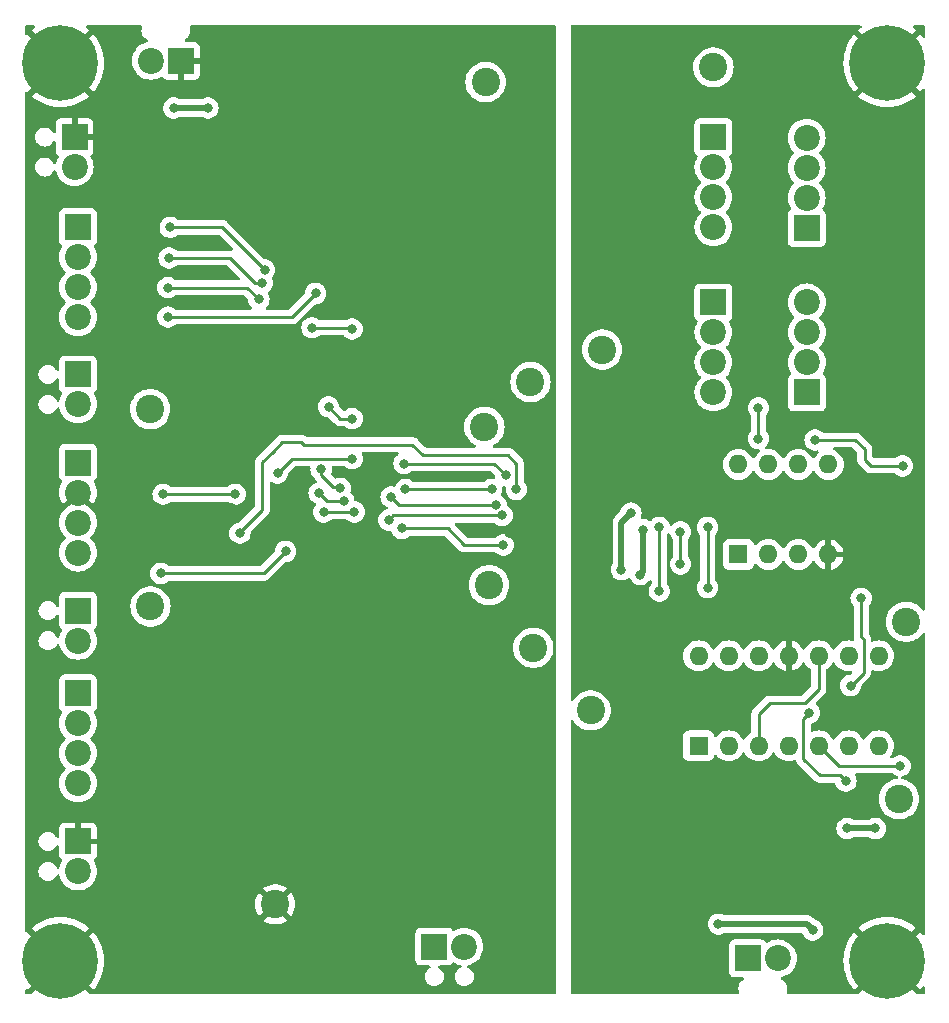
<source format=gbr>
%TF.GenerationSoftware,KiCad,Pcbnew,7.0.9-7.0.9~ubuntu22.04.1*%
%TF.CreationDate,2023-12-22T21:34:38-07:00*%
%TF.ProjectId,LC_meter,4c435f6d-6574-4657-922e-6b696361645f,rev?*%
%TF.SameCoordinates,Original*%
%TF.FileFunction,Copper,L2,Bot*%
%TF.FilePolarity,Positive*%
%FSLAX46Y46*%
G04 Gerber Fmt 4.6, Leading zero omitted, Abs format (unit mm)*
G04 Created by KiCad (PCBNEW 7.0.9-7.0.9~ubuntu22.04.1) date 2023-12-22 21:34:38*
%MOMM*%
%LPD*%
G01*
G04 APERTURE LIST*
%TA.AperFunction,ComponentPad*%
%ADD10C,2.400000*%
%TD*%
%TA.AperFunction,ComponentPad*%
%ADD11R,2.200000X2.200000*%
%TD*%
%TA.AperFunction,ComponentPad*%
%ADD12C,2.200000*%
%TD*%
%TA.AperFunction,ComponentPad*%
%ADD13R,1.600000X1.600000*%
%TD*%
%TA.AperFunction,ComponentPad*%
%ADD14O,1.600000X1.600000*%
%TD*%
%TA.AperFunction,ComponentPad*%
%ADD15C,0.800000*%
%TD*%
%TA.AperFunction,ComponentPad*%
%ADD16C,6.400000*%
%TD*%
%TA.AperFunction,ViaPad*%
%ADD17C,0.800000*%
%TD*%
%TA.AperFunction,Conductor*%
%ADD18C,0.250000*%
%TD*%
%TA.AperFunction,Conductor*%
%ADD19C,0.500000*%
%TD*%
G04 APERTURE END LIST*
D10*
%TO.P,TP3,1,1*%
%TO.N,GNDD*%
X168187500Y-125219112D03*
%TD*%
D11*
%TO.P,J4,1,Pin_1*%
%TO.N,Net-(J4-Pin_1)*%
X213187500Y-67934112D03*
D12*
%TO.P,J4,2,Pin_2*%
%TO.N,Net-(J4-Pin_2)*%
X213187500Y-65394112D03*
%TO.P,J4,3,Pin_3*%
%TO.N,Net-(J4-Pin_3)*%
X213187500Y-62854112D03*
%TO.P,J4,4,Pin_4*%
%TO.N,Net-(J4-Pin_4)*%
X213187500Y-60314112D03*
%TD*%
D11*
%TO.P,J6,1,Pin_1*%
%TO.N,Net-(J1-Pin_1)*%
X205287500Y-74254112D03*
D12*
%TO.P,J6,2,Pin_2*%
X205287500Y-76794112D03*
%TO.P,J6,3,Pin_3*%
X205287500Y-79334112D03*
%TO.P,J6,4,Pin_4*%
X205287500Y-81874112D03*
%TD*%
D10*
%TO.P,TP6,1,1*%
%TO.N,Net-(U1B--)*%
X221000000Y-116294112D03*
%TD*%
D11*
%TO.P,J9,1,Pin_1*%
%TO.N,Net-(J9-Pin_1)*%
X151487500Y-67894112D03*
D12*
%TO.P,J9,2,Pin_2*%
%TO.N,Net-(J9-Pin_2)*%
X151487500Y-70434112D03*
%TO.P,J9,3,Pin_3*%
%TO.N,Net-(J9-Pin_3)*%
X151487500Y-72974112D03*
%TO.P,J9,4,Pin_4*%
%TO.N,Net-(J9-Pin_4)*%
X151487500Y-75514112D03*
%TD*%
D10*
%TO.P,TP2,1,1*%
%TO.N,+3.3V*%
X186000000Y-55594112D03*
%TD*%
%TO.P,TP9,1,1*%
%TO.N,/Analog Front End/INTERUPT*%
X185900000Y-84794112D03*
%TD*%
D13*
%TO.P,U6,1*%
%TO.N,Net-(U4-+IN0)*%
X207400000Y-95594112D03*
D14*
%TO.P,U6,2,-*%
X209940000Y-95594112D03*
%TO.P,U6,3,+*%
%TO.N,Net-(U6A-+)*%
X212480000Y-95594112D03*
%TO.P,U6,4,V-*%
%TO.N,GNDA*%
X215020000Y-95594112D03*
%TO.P,U6,5,+*%
%TO.N,Net-(U6B-+)*%
X215020000Y-87974112D03*
%TO.P,U6,6,-*%
%TO.N,Net-(U6B--)*%
X212480000Y-87974112D03*
%TO.P,U6,7*%
X209940000Y-87974112D03*
%TO.P,U6,8,V+*%
%TO.N,+5V*%
X207400000Y-87974112D03*
%TD*%
D11*
%TO.P,J3,1,Pin_1*%
%TO.N,GNDD*%
X151487500Y-119894112D03*
D12*
%TO.P,J3,2,Pin_2*%
%TO.N,+12V*%
X151487500Y-122434112D03*
%TD*%
D10*
%TO.P,TP7,1,1*%
%TO.N,Net-(U2-K)*%
X195875000Y-78244112D03*
%TD*%
%TO.P,TP10,1,1*%
%TO.N,/Analog Front End/DATA_IN*%
X189800000Y-80994112D03*
%TD*%
D11*
%TO.P,J12,1,Pin_1*%
%TO.N,+3.3V*%
X151487500Y-87814112D03*
D12*
%TO.P,J12,2,Pin_2*%
%TO.N,GNDD*%
X151487500Y-90354112D03*
%TO.P,J12,3,Pin_3*%
%TO.N,/SDA*%
X151487500Y-92894112D03*
%TO.P,J12,4,Pin_4*%
%TO.N,/SCL*%
X151487500Y-95434112D03*
%TD*%
D11*
%TO.P,J2,1,Pin_1*%
%TO.N,Net-(J2-Pin_1)*%
X205287500Y-60274112D03*
D12*
%TO.P,J2,2,Pin_2*%
X205287500Y-62814112D03*
%TO.P,J2,3,Pin_3*%
X205287500Y-65354112D03*
%TO.P,J2,4,Pin_4*%
X205287500Y-67894112D03*
%TD*%
D15*
%TO.P,H4,1,1*%
%TO.N,GNDD*%
X147600000Y-130000000D03*
X148302944Y-128302944D03*
X148302944Y-131697056D03*
X150000000Y-127600000D03*
D16*
X150000000Y-130000000D03*
D15*
X150000000Y-132400000D03*
X151697056Y-128302944D03*
X151697056Y-131697056D03*
X152400000Y-130000000D03*
%TD*%
D10*
%TO.P,TP4,1,1*%
%TO.N,Net-(J2-Pin_1)*%
X205287500Y-54354112D03*
%TD*%
D11*
%TO.P,J10,1,Pin_1*%
%TO.N,+3.3V*%
X151487500Y-80354112D03*
D12*
%TO.P,J10,2,Pin_2*%
X151487500Y-82894112D03*
%TD*%
D15*
%TO.P,H1,1,1*%
%TO.N,GNDA*%
X217600000Y-54000000D03*
X218302944Y-52302944D03*
X218302944Y-55697056D03*
X220000000Y-51600000D03*
D16*
X220000000Y-54000000D03*
D15*
X220000000Y-56400000D03*
X221697056Y-52302944D03*
X221697056Y-55697056D03*
X222400000Y-54000000D03*
%TD*%
D10*
%TO.P,TP8,1,1*%
%TO.N,/Analog Front End/SCK*%
X190037500Y-103494112D03*
%TD*%
D11*
%TO.P,J7,1,Pin_1*%
%TO.N,Net-(J7-Pin_1)*%
X213200000Y-81874112D03*
D12*
%TO.P,J7,2,Pin_2*%
%TO.N,Net-(J7-Pin_2)*%
X213200000Y-79334112D03*
%TO.P,J7,3,Pin_3*%
%TO.N,Net-(J7-Pin_3)*%
X213200000Y-76794112D03*
%TO.P,J7,4,Pin_4*%
%TO.N,Net-(J7-Pin_4)*%
X213200000Y-74254112D03*
%TD*%
D10*
%TO.P,TP5,1,1*%
%TO.N,Net-(C13-Pad2)*%
X221600000Y-101294112D03*
%TD*%
%TO.P,TP13,1,1*%
%TO.N,/Analog Front End/CONVST*%
X157625000Y-99994112D03*
%TD*%
D11*
%TO.P,J11,1,Pin_1*%
%TO.N,+3.3V*%
X151487500Y-100354112D03*
D12*
%TO.P,J11,2,Pin_2*%
X151487500Y-102894112D03*
%TD*%
D11*
%TO.P,J14,1,Pin_1*%
%TO.N,Net-(J14-Pin_1)*%
X181660000Y-128794112D03*
D12*
%TO.P,J14,2,Pin_2*%
%TO.N,Net-(J14-Pin_2)*%
X184200000Y-128794112D03*
%TD*%
D11*
%TO.P,J5,1,Pin_1*%
%TO.N,GNDD*%
X151200000Y-60254112D03*
D12*
%TO.P,J5,2,Pin_2*%
%TO.N,Net-(J5-Pin_2)*%
X151200000Y-62794112D03*
%TD*%
D15*
%TO.P,H3,1,1*%
%TO.N,GNDA*%
X217600000Y-130000000D03*
X218302944Y-128302944D03*
X218302944Y-131697056D03*
X220000000Y-127600000D03*
D16*
X220000000Y-130000000D03*
D15*
X220000000Y-132400000D03*
X221697056Y-128302944D03*
X221697056Y-131697056D03*
X222400000Y-130000000D03*
%TD*%
D13*
%TO.P,U1,1*%
%TO.N,Net-(J2-Pin_1)*%
X204040000Y-111794112D03*
D14*
%TO.P,U1,2,-*%
%TO.N,Net-(U1A--)*%
X206580000Y-111794112D03*
%TO.P,U1,3,+*%
%TO.N,/Analog Front End/V{slash}2*%
X209120000Y-111794112D03*
%TO.P,U1,4,V+*%
%TO.N,+5V*%
X211660000Y-111794112D03*
%TO.P,U1,5,+*%
%TO.N,Net-(J1-Pin_2)*%
X214200000Y-111794112D03*
%TO.P,U1,6,-*%
%TO.N,Net-(U1B--)*%
X216740000Y-111794112D03*
%TO.P,U1,7*%
X219280000Y-111794112D03*
%TO.P,U1,8*%
%TO.N,Net-(C13-Pad2)*%
X219280000Y-104174112D03*
%TO.P,U1,9,-*%
%TO.N,Net-(J1-Pin_1)*%
X216740000Y-104174112D03*
%TO.P,U1,10,+*%
%TO.N,/Analog Front End/V{slash}2*%
X214200000Y-104174112D03*
%TO.P,U1,11,V-*%
%TO.N,GNDA*%
X211660000Y-104174112D03*
%TO.P,U1,12,+*%
%TO.N,Net-(U1D-+)*%
X209120000Y-104174112D03*
%TO.P,U1,13,-*%
%TO.N,Net-(U1D--)*%
X206580000Y-104174112D03*
%TO.P,U1,14*%
X204040000Y-104174112D03*
%TD*%
D11*
%TO.P,J8,1,Pin_1*%
%TO.N,Net-(J8-Pin_1)*%
X151487500Y-107354112D03*
D12*
%TO.P,J8,2,Pin_2*%
%TO.N,Net-(J8-Pin_2)*%
X151487500Y-109894112D03*
%TO.P,J8,3,Pin_3*%
%TO.N,Net-(J8-Pin_3)*%
X151487500Y-112434112D03*
%TO.P,J8,4,Pin_4*%
%TO.N,Net-(J8-Pin_4)*%
X151487500Y-114974112D03*
%TD*%
D10*
%TO.P,TP11,1,1*%
%TO.N,/Analog Front End/DATA_OUT*%
X186300000Y-98194112D03*
%TD*%
%TO.P,TP12,1,1*%
%TO.N,/Analog Front End/CS*%
X157600000Y-83294112D03*
%TD*%
D15*
%TO.P,H2,1,1*%
%TO.N,GNDD*%
X147600000Y-54000000D03*
X148302944Y-52302944D03*
X148302944Y-55697056D03*
X150000000Y-51600000D03*
D16*
X150000000Y-54000000D03*
D15*
X150000000Y-56400000D03*
X151697056Y-52302944D03*
X151697056Y-55697056D03*
X152400000Y-54000000D03*
%TD*%
D11*
%TO.P,J13,1,Pin_1*%
%TO.N,GNDD*%
X160200000Y-53794112D03*
D12*
%TO.P,J13,2,Pin_2*%
%TO.N,Net-(J13-Pin_2)*%
X157660000Y-53794112D03*
%TD*%
D11*
%TO.P,J1,1,Pin_1*%
%TO.N,Net-(J1-Pin_1)*%
X208200000Y-129794112D03*
D12*
%TO.P,J1,2,Pin_2*%
%TO.N,Net-(J1-Pin_2)*%
X210740000Y-129794112D03*
%TD*%
D10*
%TO.P,TP1,1,1*%
%TO.N,+5V*%
X194900000Y-108794112D03*
%TD*%
D17*
%TO.N,GNDA*%
X196975000Y-116479112D03*
X195056250Y-113794112D03*
X198400000Y-83869112D03*
X194137500Y-91794112D03*
X220900000Y-94394112D03*
X195800000Y-100894112D03*
X200475000Y-120679112D03*
X215800000Y-89994112D03*
X199775000Y-118679112D03*
X199425000Y-85744112D03*
X207900000Y-98494112D03*
X207700000Y-124194112D03*
X213587500Y-118794112D03*
X213712500Y-116194112D03*
X216487500Y-99881612D03*
%TO.N,Net-(J2-Pin_1)*%
X200700000Y-93294112D03*
X200700000Y-98694112D03*
%TO.N,+5V*%
X205700000Y-126894112D03*
X199300000Y-93494112D03*
X213700000Y-127394112D03*
X217800000Y-99294112D03*
X209100000Y-85794112D03*
X209100000Y-83194112D03*
X213900000Y-85894112D03*
X216900000Y-106694112D03*
X219000000Y-118794112D03*
X221300000Y-88094112D03*
X199100000Y-97294112D03*
X216600000Y-118794112D03*
X198300000Y-92094112D03*
X197500000Y-96894112D03*
%TO.N,+3.3V*%
X162500000Y-57794112D03*
X159600000Y-57794112D03*
%TO.N,GNDD*%
X162400000Y-125094112D03*
X179100000Y-104394112D03*
X171800000Y-112594112D03*
X190456250Y-113894112D03*
X187944543Y-93769612D03*
X183250000Y-118956612D03*
X164500000Y-91694112D03*
X179100000Y-79094112D03*
X159700000Y-78994112D03*
X177200000Y-119394112D03*
X160000000Y-127694112D03*
X176700000Y-117094112D03*
X159700000Y-66294112D03*
X164500000Y-104494112D03*
X184300000Y-66394112D03*
X189837500Y-101194112D03*
X176500000Y-91694112D03*
X171100000Y-117094112D03*
%TO.N,Net-(J1-Pin_1)*%
X202500000Y-96394112D03*
X202500000Y-93694112D03*
X216500000Y-114794112D03*
X213400000Y-108994112D03*
%TO.N,Net-(J1-Pin_2)*%
X221100000Y-113494112D03*
%TO.N,Net-(J9-Pin_1)*%
X159300000Y-67894112D03*
X167300000Y-71494112D03*
%TO.N,Net-(J9-Pin_2)*%
X159200000Y-70494112D03*
X174700000Y-84094112D03*
X172700000Y-83094112D03*
X167100000Y-72594112D03*
%TO.N,Net-(J9-Pin_3)*%
X159100000Y-72994112D03*
X171300000Y-76394112D03*
X166800000Y-73994112D03*
X174700000Y-76494112D03*
%TO.N,Net-(J9-Pin_4)*%
X171600000Y-73494112D03*
X159100000Y-75494112D03*
%TO.N,/SDA*%
X158700000Y-90494112D03*
X164800000Y-90494112D03*
%TO.N,/SCL*%
X169062299Y-95331813D03*
X158500000Y-97194112D03*
%TO.N,Net-(U1D-+)*%
X204800000Y-93294112D03*
X204800000Y-98394112D03*
%TO.N,/Analog Front End/CS*%
X168400000Y-88694112D03*
X187700000Y-88906612D03*
X179100000Y-87894112D03*
X174700000Y-87494112D03*
%TO.N,/Analog Front End/SCK*%
X187500000Y-94794112D03*
X178900000Y-93394112D03*
%TO.N,/Analog Front End/INTERUPT*%
X172075500Y-88394112D03*
X173700000Y-89994112D03*
X186500000Y-90094112D03*
X179200000Y-90094112D03*
%TO.N,/Analog Front End/DATA_IN*%
X171900000Y-90394112D03*
X186900000Y-91394112D03*
X178000000Y-90718612D03*
X174000000Y-91094112D03*
%TO.N,/Analog Front End/DATA_OUT*%
X177800000Y-92669612D03*
X172300000Y-91994112D03*
X187400000Y-92294112D03*
X174900000Y-91994112D03*
%TO.N,/Analog Front End/CONVST*%
X188600000Y-90094112D03*
X165200000Y-93794112D03*
%TD*%
D18*
%TO.N,/Analog Front End/V{slash}2*%
X210052500Y-108174112D02*
X209120000Y-109106612D01*
X213052500Y-108174112D02*
X210052500Y-108174112D01*
X209120000Y-109106612D02*
X209120000Y-111794112D01*
X214200000Y-104174112D02*
X214200000Y-107026612D01*
X214200000Y-107026612D02*
X213052500Y-108174112D01*
%TO.N,Net-(J2-Pin_1)*%
X200700000Y-93294112D02*
X200700000Y-98694112D01*
%TO.N,+5V*%
X218600000Y-88094112D02*
X221300000Y-88094112D01*
D19*
X199300000Y-97094112D02*
X199100000Y-97294112D01*
X197500000Y-92894112D02*
X197500000Y-96894112D01*
D18*
X218100000Y-86694112D02*
X218100000Y-87594112D01*
X213900000Y-85894112D02*
X217300000Y-85894112D01*
X209100000Y-85794112D02*
X209100000Y-83194112D01*
D19*
X213200000Y-126894112D02*
X213700000Y-127394112D01*
X205700000Y-126894112D02*
X213200000Y-126894112D01*
D18*
X218000000Y-102794112D02*
X218000000Y-105594112D01*
D19*
X216600000Y-118794112D02*
X219000000Y-118794112D01*
D18*
X218100000Y-87594112D02*
X218600000Y-88094112D01*
D19*
X199300000Y-93494112D02*
X199300000Y-97094112D01*
D18*
X218000000Y-105594112D02*
X216900000Y-106694112D01*
X217800000Y-102594112D02*
X218000000Y-102794112D01*
D19*
X198300000Y-92094112D02*
X197500000Y-92894112D01*
D18*
X217300000Y-85894112D02*
X218100000Y-86694112D01*
X217800000Y-99294112D02*
X217800000Y-102594112D01*
D19*
%TO.N,+3.3V*%
X159600000Y-57794112D02*
X162500000Y-57794112D01*
D18*
%TO.N,Net-(J1-Pin_1)*%
X212900000Y-112894112D02*
X214300000Y-114294112D01*
X212900000Y-109494112D02*
X212900000Y-112894112D01*
X213400000Y-108994112D02*
X212900000Y-109494112D01*
X214300000Y-114294112D02*
X216000000Y-114294112D01*
X216000000Y-114294112D02*
X216500000Y-114794112D01*
X202500000Y-93694112D02*
X202500000Y-96394112D01*
%TO.N,Net-(J1-Pin_2)*%
X215900000Y-113494112D02*
X214200000Y-111794112D01*
X221100000Y-113494112D02*
X215900000Y-113494112D01*
%TO.N,Net-(J9-Pin_1)*%
X163700000Y-67894112D02*
X159300000Y-67894112D01*
X167300000Y-71494112D02*
X163700000Y-67894112D01*
%TO.N,Net-(J9-Pin_2)*%
X173700000Y-84094112D02*
X174700000Y-84094112D01*
X172700000Y-83094112D02*
X173700000Y-84094112D01*
X164400000Y-70494112D02*
X159200000Y-70494112D01*
X167100000Y-72594112D02*
X166500000Y-72594112D01*
X166500000Y-72594112D02*
X164400000Y-70494112D01*
%TO.N,Net-(J9-Pin_3)*%
X174600000Y-76394112D02*
X174700000Y-76494112D01*
X165800000Y-72994112D02*
X159100000Y-72994112D01*
X166800000Y-73994112D02*
X165800000Y-72994112D01*
X171300000Y-76394112D02*
X174600000Y-76394112D01*
%TO.N,Net-(J9-Pin_4)*%
X159100000Y-75494112D02*
X169600000Y-75494112D01*
X169600000Y-75494112D02*
X171600000Y-73494112D01*
%TO.N,/SDA*%
X158700000Y-90494112D02*
X164800000Y-90494112D01*
%TO.N,/SCL*%
X167200000Y-97194112D02*
X169062299Y-95331813D01*
X158500000Y-97194112D02*
X167200000Y-97194112D01*
%TO.N,Net-(U1D-+)*%
X204800000Y-93294112D02*
X204800000Y-98394112D01*
%TO.N,/Analog Front End/CS*%
X186687500Y-87894112D02*
X187700000Y-88906612D01*
X169600000Y-87494112D02*
X174700000Y-87494112D01*
X179100000Y-87894112D02*
X186687500Y-87894112D01*
X168400000Y-88694112D02*
X169600000Y-87494112D01*
%TO.N,/Analog Front End/SCK*%
X182800000Y-93394112D02*
X178900000Y-93394112D01*
X187500000Y-94794112D02*
X184200000Y-94794112D01*
X184200000Y-94794112D02*
X182800000Y-93394112D01*
%TO.N,/Analog Front End/INTERUPT*%
X173600000Y-89894112D02*
X173700000Y-89994112D01*
X186500000Y-90094112D02*
X179200000Y-90094112D01*
X173100000Y-89894112D02*
X173600000Y-89894112D01*
X172075500Y-88394112D02*
X172075500Y-88869612D01*
X172075500Y-88869612D02*
X173100000Y-89894112D01*
%TO.N,/Analog Front End/DATA_IN*%
X171900000Y-90394112D02*
X172600000Y-91094112D01*
X178675500Y-91394112D02*
X186900000Y-91394112D01*
X172600000Y-91094112D02*
X174000000Y-91094112D01*
X178000000Y-90718612D02*
X178675500Y-91394112D01*
%TO.N,/Analog Front End/DATA_OUT*%
X178175500Y-92294112D02*
X177800000Y-92669612D01*
X172300000Y-91994112D02*
X174900000Y-91994112D01*
X187400000Y-92294112D02*
X178175500Y-92294112D01*
%TO.N,/Analog Front End/CONVST*%
X165200000Y-93694112D02*
X165200000Y-93794112D01*
X188600000Y-87894112D02*
X187900000Y-87194112D01*
X168800000Y-86094112D02*
X168000000Y-86894112D01*
X180675000Y-87169112D02*
X179800000Y-86294112D01*
X179800000Y-86294112D02*
X170600000Y-86294112D01*
X187875000Y-87169112D02*
X180675000Y-87169112D01*
X188600000Y-90094112D02*
X188600000Y-87894112D01*
X167100000Y-87794112D02*
X167100000Y-91794112D01*
X170600000Y-86294112D02*
X170400000Y-86094112D01*
X170400000Y-86094112D02*
X168800000Y-86094112D01*
X168000000Y-86894112D02*
X167100000Y-87794112D01*
X167100000Y-91794112D02*
X165200000Y-93694112D01*
X187900000Y-87194112D02*
X187875000Y-87169112D01*
%TD*%
%TA.AperFunction,Conductor*%
%TO.N,GNDA*%
G36*
X217796457Y-50813797D02*
G01*
X217842212Y-50866601D01*
X217852156Y-50935759D01*
X217823131Y-50999315D01*
X217807453Y-51014478D01*
X217564648Y-51211095D01*
X217564648Y-51211096D01*
X218462306Y-52108754D01*
X218400489Y-52067449D01*
X218327568Y-52052944D01*
X218278320Y-52052944D01*
X218205399Y-52067449D01*
X218122704Y-52122704D01*
X218067449Y-52205399D01*
X218048046Y-52302944D01*
X218067449Y-52400489D01*
X218108753Y-52462305D01*
X217211096Y-51564648D01*
X217211095Y-51564648D01*
X217002531Y-51822206D01*
X216791310Y-52147456D01*
X216615244Y-52493005D01*
X216476262Y-52855063D01*
X216375887Y-53229669D01*
X216375886Y-53229676D01*
X216315219Y-53612712D01*
X216294922Y-53999999D01*
X216294922Y-54000000D01*
X216315219Y-54387287D01*
X216375886Y-54770323D01*
X216375887Y-54770330D01*
X216476262Y-55144936D01*
X216615244Y-55506994D01*
X216791310Y-55852543D01*
X217002531Y-56177793D01*
X217211095Y-56435350D01*
X217211096Y-56435350D01*
X218108756Y-55537689D01*
X218067449Y-55599511D01*
X218048046Y-55697056D01*
X218067449Y-55794601D01*
X218122704Y-55877296D01*
X218205399Y-55932551D01*
X218278320Y-55947056D01*
X218327568Y-55947056D01*
X218400489Y-55932551D01*
X218462304Y-55891247D01*
X217564648Y-56788903D01*
X217564649Y-56788904D01*
X217822206Y-56997468D01*
X218147456Y-57208689D01*
X218493005Y-57384755D01*
X218855063Y-57523737D01*
X219229669Y-57624112D01*
X219229676Y-57624113D01*
X219612712Y-57684780D01*
X219999999Y-57705078D01*
X220000001Y-57705078D01*
X220387287Y-57684780D01*
X220770323Y-57624113D01*
X220770330Y-57624112D01*
X221144936Y-57523737D01*
X221506994Y-57384755D01*
X221852543Y-57208689D01*
X222177783Y-56997476D01*
X222177785Y-56997475D01*
X222435349Y-56788902D01*
X221537691Y-55891244D01*
X221599511Y-55932551D01*
X221672432Y-55947056D01*
X221721680Y-55947056D01*
X221794601Y-55932551D01*
X221877296Y-55877296D01*
X221932551Y-55794601D01*
X221951954Y-55697056D01*
X221932551Y-55599511D01*
X221891244Y-55537691D01*
X222788902Y-56435349D01*
X222979634Y-56199816D01*
X223037121Y-56160105D01*
X223106952Y-56157777D01*
X223166956Y-56193572D01*
X223198082Y-56256126D01*
X223200000Y-56277852D01*
X223200000Y-100218686D01*
X223180315Y-100285725D01*
X223127511Y-100331480D01*
X223058353Y-100341424D01*
X222994797Y-100312399D01*
X222979053Y-100295999D01*
X222963499Y-100276495D01*
X222850050Y-100134235D01*
X222663217Y-99960880D01*
X222452634Y-99817307D01*
X222452630Y-99817305D01*
X222452627Y-99817303D01*
X222452626Y-99817302D01*
X222223006Y-99706724D01*
X222223008Y-99706724D01*
X221979466Y-99631601D01*
X221979462Y-99631600D01*
X221979458Y-99631599D01*
X221858231Y-99613326D01*
X221727440Y-99593612D01*
X221727435Y-99593612D01*
X221472565Y-99593612D01*
X221472559Y-99593612D01*
X221315609Y-99617269D01*
X221220542Y-99631599D01*
X221220539Y-99631600D01*
X221220533Y-99631601D01*
X220976992Y-99706724D01*
X220747373Y-99817302D01*
X220747372Y-99817303D01*
X220536782Y-99960880D01*
X220349952Y-100134233D01*
X220349950Y-100134235D01*
X220191041Y-100333500D01*
X220063608Y-100554221D01*
X219970492Y-100791474D01*
X219970490Y-100791481D01*
X219913777Y-101039957D01*
X219894732Y-101294107D01*
X219894732Y-101294116D01*
X219913777Y-101548266D01*
X219913778Y-101548269D01*
X219970492Y-101796749D01*
X220063607Y-102034000D01*
X220191041Y-102254724D01*
X220349950Y-102453989D01*
X220536783Y-102627344D01*
X220747366Y-102770917D01*
X220747371Y-102770919D01*
X220747372Y-102770920D01*
X220747373Y-102770921D01*
X220863817Y-102826997D01*
X220976992Y-102881499D01*
X220976993Y-102881499D01*
X220976996Y-102881501D01*
X221220542Y-102956625D01*
X221472565Y-102994612D01*
X221727435Y-102994612D01*
X221979458Y-102956625D01*
X222223004Y-102881501D01*
X222452634Y-102770917D01*
X222663217Y-102627344D01*
X222850050Y-102453989D01*
X222979054Y-102292222D01*
X223036241Y-102252084D01*
X223106053Y-102249234D01*
X223166323Y-102284580D01*
X223197916Y-102346898D01*
X223200000Y-102369537D01*
X223200000Y-127722146D01*
X223180315Y-127789185D01*
X223127511Y-127834940D01*
X223058353Y-127844884D01*
X222994797Y-127815859D01*
X222979634Y-127800182D01*
X222788903Y-127564648D01*
X221891247Y-128462303D01*
X221932551Y-128400489D01*
X221951954Y-128302944D01*
X221932551Y-128205399D01*
X221877296Y-128122704D01*
X221794601Y-128067449D01*
X221721680Y-128052944D01*
X221672432Y-128052944D01*
X221599511Y-128067449D01*
X221537690Y-128108755D01*
X222435350Y-127211096D01*
X222435350Y-127211095D01*
X222177793Y-127002531D01*
X221852543Y-126791310D01*
X221506994Y-126615244D01*
X221144936Y-126476262D01*
X220770330Y-126375887D01*
X220770323Y-126375886D01*
X220387287Y-126315219D01*
X220000001Y-126294922D01*
X219999999Y-126294922D01*
X219612712Y-126315219D01*
X219229676Y-126375886D01*
X219229669Y-126375887D01*
X218855063Y-126476262D01*
X218493005Y-126615244D01*
X218147456Y-126791310D01*
X217822206Y-127002531D01*
X217564648Y-127211095D01*
X217564648Y-127211096D01*
X218462306Y-128108754D01*
X218400489Y-128067449D01*
X218327568Y-128052944D01*
X218278320Y-128052944D01*
X218205399Y-128067449D01*
X218122704Y-128122704D01*
X218067449Y-128205399D01*
X218048046Y-128302944D01*
X218067449Y-128400489D01*
X218108753Y-128462305D01*
X217211096Y-127564648D01*
X217211095Y-127564648D01*
X217002531Y-127822206D01*
X216791310Y-128147456D01*
X216615244Y-128493005D01*
X216476262Y-128855063D01*
X216375887Y-129229669D01*
X216375886Y-129229676D01*
X216315219Y-129612712D01*
X216294922Y-129999999D01*
X216294922Y-130000000D01*
X216315219Y-130387287D01*
X216375886Y-130770323D01*
X216375887Y-130770330D01*
X216476262Y-131144936D01*
X216615244Y-131506994D01*
X216791310Y-131852543D01*
X217002531Y-132177793D01*
X217211095Y-132435350D01*
X217211096Y-132435350D01*
X218108756Y-131537689D01*
X218067449Y-131599511D01*
X218048046Y-131697056D01*
X218067449Y-131794601D01*
X218122704Y-131877296D01*
X218205399Y-131932551D01*
X218278320Y-131947056D01*
X218327568Y-131947056D01*
X218400489Y-131932551D01*
X218462306Y-131891245D01*
X217595759Y-132757793D01*
X217534436Y-132791278D01*
X217508078Y-132794112D01*
X211601893Y-132794112D01*
X211534854Y-132774427D01*
X211489099Y-132721623D01*
X211479155Y-132652465D01*
X211484852Y-132629157D01*
X211525366Y-132513374D01*
X211525369Y-132513361D01*
X211545565Y-132334115D01*
X211545565Y-132334108D01*
X211525369Y-132154862D01*
X211525368Y-132154857D01*
X211465788Y-131984588D01*
X211426582Y-131922192D01*
X211369816Y-131831850D01*
X211242262Y-131704296D01*
X211230740Y-131697056D01*
X211089521Y-131608322D01*
X211060010Y-131597996D01*
X211003233Y-131557274D01*
X210977486Y-131492321D01*
X210990942Y-131423760D01*
X211039329Y-131373357D01*
X211072015Y-131360380D01*
X211236111Y-131320985D01*
X211468859Y-131224578D01*
X211683659Y-131092948D01*
X211875224Y-130929336D01*
X212038836Y-130737771D01*
X212170466Y-130522971D01*
X212266873Y-130290223D01*
X212325683Y-130045260D01*
X212345449Y-129794112D01*
X212325683Y-129542964D01*
X212266873Y-129298001D01*
X212170466Y-129065253D01*
X212170466Y-129065252D01*
X212038839Y-128850458D01*
X212038838Y-128850455D01*
X212001875Y-128807178D01*
X211875224Y-128658888D01*
X211711206Y-128518803D01*
X211683656Y-128495273D01*
X211683653Y-128495272D01*
X211468859Y-128363645D01*
X211236110Y-128267238D01*
X210991151Y-128208429D01*
X210740000Y-128188663D01*
X210488848Y-128208429D01*
X210243889Y-128267238D01*
X210011140Y-128363645D01*
X209878983Y-128444632D01*
X209811537Y-128462877D01*
X209744935Y-128441761D01*
X209714927Y-128413216D01*
X209657547Y-128336567D01*
X209657544Y-128336564D01*
X209542335Y-128250318D01*
X209542328Y-128250314D01*
X209407482Y-128200020D01*
X209407483Y-128200020D01*
X209347883Y-128193613D01*
X209347881Y-128193612D01*
X209347873Y-128193612D01*
X209347864Y-128193612D01*
X207052129Y-128193612D01*
X207052123Y-128193613D01*
X206992516Y-128200020D01*
X206857671Y-128250314D01*
X206857664Y-128250318D01*
X206742455Y-128336564D01*
X206742452Y-128336567D01*
X206656206Y-128451776D01*
X206656202Y-128451783D01*
X206605908Y-128586629D01*
X206599501Y-128646228D01*
X206599500Y-128646247D01*
X206599500Y-130941982D01*
X206599501Y-130941988D01*
X206605908Y-131001595D01*
X206656202Y-131136440D01*
X206656206Y-131136447D01*
X206742452Y-131251656D01*
X206742455Y-131251659D01*
X206857664Y-131337905D01*
X206857671Y-131337909D01*
X206992517Y-131388203D01*
X206992516Y-131388203D01*
X206999444Y-131388947D01*
X207052127Y-131394612D01*
X207760185Y-131394611D01*
X207827222Y-131414295D01*
X207872977Y-131467099D01*
X207882921Y-131536258D01*
X207853896Y-131599814D01*
X207826156Y-131623604D01*
X207697739Y-131704294D01*
X207570184Y-131831849D01*
X207474211Y-131984588D01*
X207414631Y-132154857D01*
X207414630Y-132154862D01*
X207394435Y-132334108D01*
X207394435Y-132334115D01*
X207414630Y-132513361D01*
X207414633Y-132513374D01*
X207455148Y-132629157D01*
X207458710Y-132698936D01*
X207423982Y-132759563D01*
X207361988Y-132791791D01*
X207338107Y-132794112D01*
X193324000Y-132794112D01*
X193256961Y-132774427D01*
X193211206Y-132721623D01*
X193200000Y-132670112D01*
X193200000Y-126894112D01*
X204794540Y-126894112D01*
X204814326Y-127082368D01*
X204814327Y-127082371D01*
X204872818Y-127262389D01*
X204872821Y-127262396D01*
X204967467Y-127426328D01*
X205092011Y-127564648D01*
X205094129Y-127567000D01*
X205247265Y-127678260D01*
X205247270Y-127678263D01*
X205420192Y-127755254D01*
X205420197Y-127755256D01*
X205605354Y-127794612D01*
X205605355Y-127794612D01*
X205794644Y-127794612D01*
X205794646Y-127794612D01*
X205979803Y-127755256D01*
X206152730Y-127678263D01*
X206154776Y-127676776D01*
X206166452Y-127668294D01*
X206232258Y-127644814D01*
X206239337Y-127644612D01*
X212744459Y-127644612D01*
X212811498Y-127664297D01*
X212857253Y-127717101D01*
X212862390Y-127730294D01*
X212872818Y-127762389D01*
X212872821Y-127762396D01*
X212967467Y-127926328D01*
X213081473Y-128052944D01*
X213094129Y-128067000D01*
X213247265Y-128178260D01*
X213247270Y-128178263D01*
X213420192Y-128255254D01*
X213420197Y-128255256D01*
X213605354Y-128294612D01*
X213605355Y-128294612D01*
X213794644Y-128294612D01*
X213794646Y-128294612D01*
X213979803Y-128255256D01*
X214152730Y-128178263D01*
X214305871Y-128067000D01*
X214432533Y-127926328D01*
X214527179Y-127762396D01*
X214585674Y-127582368D01*
X214605460Y-127394112D01*
X214585674Y-127205856D01*
X214527179Y-127025828D01*
X214432533Y-126861896D01*
X214305871Y-126721224D01*
X214284719Y-126705856D01*
X214152734Y-126609963D01*
X214152729Y-126609960D01*
X213979807Y-126532969D01*
X213979803Y-126532968D01*
X213914670Y-126519123D01*
X213853188Y-126485930D01*
X213852771Y-126485514D01*
X213775727Y-126408470D01*
X213763944Y-126394835D01*
X213749615Y-126375588D01*
X213749613Y-126375586D01*
X213749612Y-126375585D01*
X213749610Y-126375582D01*
X213709587Y-126341998D01*
X213705612Y-126338356D01*
X213702690Y-126335434D01*
X213699780Y-126332523D01*
X213674040Y-126312171D01*
X213615209Y-126262806D01*
X213609180Y-126258841D01*
X213609212Y-126258792D01*
X213602853Y-126254740D01*
X213602822Y-126254791D01*
X213596680Y-126251003D01*
X213596678Y-126251002D01*
X213596677Y-126251001D01*
X213557474Y-126232720D01*
X213527058Y-126218536D01*
X213492894Y-126201379D01*
X213458433Y-126184072D01*
X213458431Y-126184071D01*
X213458430Y-126184071D01*
X213451645Y-126181601D01*
X213451665Y-126181545D01*
X213444549Y-126179071D01*
X213444531Y-126179127D01*
X213437671Y-126176854D01*
X213409841Y-126171108D01*
X213362434Y-126161319D01*
X213313472Y-126149715D01*
X213287719Y-126143611D01*
X213280547Y-126142773D01*
X213280553Y-126142713D01*
X213273055Y-126141947D01*
X213273050Y-126142007D01*
X213265860Y-126141377D01*
X213189083Y-126143612D01*
X206239337Y-126143612D01*
X206172298Y-126123927D01*
X206166452Y-126119930D01*
X206152734Y-126109963D01*
X206152729Y-126109960D01*
X205979807Y-126032969D01*
X205979802Y-126032967D01*
X205834001Y-126001977D01*
X205794646Y-125993612D01*
X205605354Y-125993612D01*
X205572897Y-126000510D01*
X205420197Y-126032967D01*
X205420192Y-126032969D01*
X205247270Y-126109960D01*
X205247265Y-126109963D01*
X205094129Y-126221223D01*
X204967466Y-126361897D01*
X204872821Y-126525827D01*
X204872818Y-126525834D01*
X204814327Y-126705852D01*
X204814326Y-126705856D01*
X204794540Y-126894112D01*
X193200000Y-126894112D01*
X193200000Y-118794112D01*
X215694540Y-118794112D01*
X215714326Y-118982368D01*
X215714327Y-118982371D01*
X215772818Y-119162389D01*
X215772821Y-119162396D01*
X215867467Y-119326328D01*
X215994129Y-119467000D01*
X216147265Y-119578260D01*
X216147270Y-119578263D01*
X216320192Y-119655254D01*
X216320197Y-119655256D01*
X216505354Y-119694612D01*
X216505355Y-119694612D01*
X216694644Y-119694612D01*
X216694646Y-119694612D01*
X216879803Y-119655256D01*
X217052730Y-119578263D01*
X217054776Y-119576776D01*
X217066452Y-119568294D01*
X217132258Y-119544814D01*
X217139337Y-119544612D01*
X218460663Y-119544612D01*
X218527702Y-119564297D01*
X218533548Y-119568294D01*
X218547265Y-119578260D01*
X218547270Y-119578263D01*
X218720192Y-119655254D01*
X218720197Y-119655256D01*
X218905354Y-119694612D01*
X218905355Y-119694612D01*
X219094644Y-119694612D01*
X219094646Y-119694612D01*
X219279803Y-119655256D01*
X219452730Y-119578263D01*
X219605871Y-119467000D01*
X219732533Y-119326328D01*
X219827179Y-119162396D01*
X219885674Y-118982368D01*
X219905460Y-118794112D01*
X219885674Y-118605856D01*
X219827179Y-118425828D01*
X219732533Y-118261896D01*
X219605871Y-118121224D01*
X219605870Y-118121223D01*
X219452734Y-118009963D01*
X219452729Y-118009960D01*
X219279807Y-117932969D01*
X219279802Y-117932967D01*
X219134001Y-117901977D01*
X219094646Y-117893612D01*
X218905354Y-117893612D01*
X218872897Y-117900510D01*
X218720197Y-117932967D01*
X218720192Y-117932969D01*
X218547270Y-118009960D01*
X218547265Y-118009963D01*
X218533548Y-118019930D01*
X218467742Y-118043410D01*
X218460663Y-118043612D01*
X217139337Y-118043612D01*
X217072298Y-118023927D01*
X217066452Y-118019930D01*
X217052734Y-118009963D01*
X217052729Y-118009960D01*
X216879807Y-117932969D01*
X216879802Y-117932967D01*
X216734001Y-117901977D01*
X216694646Y-117893612D01*
X216505354Y-117893612D01*
X216472897Y-117900510D01*
X216320197Y-117932967D01*
X216320192Y-117932969D01*
X216147270Y-118009960D01*
X216147265Y-118009963D01*
X215994129Y-118121223D01*
X215867466Y-118261897D01*
X215772821Y-118425827D01*
X215772818Y-118425834D01*
X215714327Y-118605852D01*
X215714326Y-118605856D01*
X215694540Y-118794112D01*
X193200000Y-118794112D01*
X193200000Y-109713399D01*
X193219685Y-109646360D01*
X193272489Y-109600605D01*
X193341647Y-109590661D01*
X193405203Y-109619686D01*
X193431386Y-109651398D01*
X193491041Y-109754724D01*
X193649950Y-109953989D01*
X193836783Y-110127344D01*
X194047366Y-110270917D01*
X194047371Y-110270919D01*
X194047372Y-110270920D01*
X194047373Y-110270921D01*
X194169328Y-110329650D01*
X194276992Y-110381499D01*
X194276993Y-110381499D01*
X194276996Y-110381501D01*
X194520542Y-110456625D01*
X194772565Y-110494612D01*
X195027435Y-110494612D01*
X195279458Y-110456625D01*
X195523004Y-110381501D01*
X195752634Y-110270917D01*
X195963217Y-110127344D01*
X196150050Y-109953989D01*
X196308959Y-109754724D01*
X196436393Y-109534000D01*
X196529508Y-109296749D01*
X196586222Y-109048269D01*
X196597789Y-108893919D01*
X196605268Y-108794116D01*
X196605268Y-108794107D01*
X196586222Y-108539957D01*
X196568405Y-108461897D01*
X196529508Y-108291475D01*
X196436393Y-108054224D01*
X196308959Y-107833500D01*
X196150050Y-107634235D01*
X195963217Y-107460880D01*
X195752634Y-107317307D01*
X195752630Y-107317305D01*
X195752627Y-107317303D01*
X195752626Y-107317302D01*
X195523006Y-107206724D01*
X195523008Y-107206724D01*
X195279466Y-107131601D01*
X195279462Y-107131600D01*
X195279458Y-107131599D01*
X195158231Y-107113326D01*
X195027440Y-107093612D01*
X195027435Y-107093612D01*
X194772565Y-107093612D01*
X194772559Y-107093612D01*
X194615609Y-107117269D01*
X194520542Y-107131599D01*
X194520539Y-107131600D01*
X194520533Y-107131601D01*
X194276992Y-107206724D01*
X194047373Y-107317302D01*
X194047372Y-107317303D01*
X193836782Y-107460880D01*
X193649952Y-107634233D01*
X193649950Y-107634235D01*
X193491041Y-107833500D01*
X193431387Y-107936824D01*
X193380820Y-107985040D01*
X193312213Y-107998263D01*
X193247348Y-107972295D01*
X193206820Y-107915380D01*
X193200000Y-107874824D01*
X193200000Y-104174113D01*
X202734532Y-104174113D01*
X202754364Y-104400798D01*
X202754366Y-104400809D01*
X202813258Y-104620600D01*
X202813261Y-104620609D01*
X202909431Y-104826844D01*
X202909432Y-104826846D01*
X203039954Y-105013253D01*
X203200858Y-105174157D01*
X203200861Y-105174159D01*
X203387266Y-105304680D01*
X203593504Y-105400851D01*
X203813308Y-105459747D01*
X203975230Y-105473913D01*
X204039998Y-105479580D01*
X204040000Y-105479580D01*
X204040002Y-105479580D01*
X204096673Y-105474621D01*
X204266692Y-105459747D01*
X204486496Y-105400851D01*
X204692734Y-105304680D01*
X204879139Y-105174159D01*
X205040047Y-105013251D01*
X205170568Y-104826846D01*
X205197618Y-104768836D01*
X205243790Y-104716397D01*
X205310983Y-104697245D01*
X205377865Y-104717460D01*
X205422382Y-104768837D01*
X205449429Y-104826840D01*
X205449432Y-104826846D01*
X205579954Y-105013253D01*
X205740858Y-105174157D01*
X205740861Y-105174159D01*
X205927266Y-105304680D01*
X206133504Y-105400851D01*
X206353308Y-105459747D01*
X206515230Y-105473913D01*
X206579998Y-105479580D01*
X206580000Y-105479580D01*
X206580002Y-105479580D01*
X206636673Y-105474621D01*
X206806692Y-105459747D01*
X207026496Y-105400851D01*
X207232734Y-105304680D01*
X207419139Y-105174159D01*
X207580047Y-105013251D01*
X207710568Y-104826846D01*
X207737618Y-104768836D01*
X207783790Y-104716397D01*
X207850983Y-104697245D01*
X207917865Y-104717460D01*
X207962382Y-104768837D01*
X207989429Y-104826840D01*
X207989432Y-104826846D01*
X208119954Y-105013253D01*
X208280858Y-105174157D01*
X208280861Y-105174159D01*
X208467266Y-105304680D01*
X208673504Y-105400851D01*
X208893308Y-105459747D01*
X209055230Y-105473913D01*
X209119998Y-105479580D01*
X209120000Y-105479580D01*
X209120002Y-105479580D01*
X209176673Y-105474621D01*
X209346692Y-105459747D01*
X209566496Y-105400851D01*
X209772734Y-105304680D01*
X209959139Y-105174159D01*
X210120047Y-105013251D01*
X210250568Y-104826846D01*
X210277895Y-104768241D01*
X210324064Y-104715807D01*
X210391257Y-104696654D01*
X210458139Y-104716869D01*
X210502657Y-104768245D01*
X210529865Y-104826594D01*
X210660342Y-105012932D01*
X210821179Y-105173769D01*
X211007517Y-105304246D01*
X211213673Y-105400377D01*
X211213682Y-105400381D01*
X211409999Y-105452984D01*
X211410000Y-105452983D01*
X211410000Y-104489798D01*
X211421955Y-104501753D01*
X211534852Y-104559277D01*
X211628519Y-104574112D01*
X211691481Y-104574112D01*
X211785148Y-104559277D01*
X211898045Y-104501753D01*
X211910000Y-104489798D01*
X211910000Y-105452984D01*
X212106317Y-105400381D01*
X212106326Y-105400377D01*
X212312482Y-105304246D01*
X212498820Y-105173769D01*
X212659657Y-105012932D01*
X212790132Y-104826596D01*
X212817341Y-104768246D01*
X212863513Y-104715807D01*
X212930707Y-104696654D01*
X212997588Y-104716869D01*
X213042106Y-104768245D01*
X213069431Y-104826844D01*
X213069432Y-104826846D01*
X213199954Y-105013253D01*
X213360858Y-105174157D01*
X213521623Y-105286725D01*
X213565248Y-105341301D01*
X213574500Y-105388300D01*
X213574500Y-106716159D01*
X213554815Y-106783198D01*
X213538181Y-106803840D01*
X212829728Y-107512293D01*
X212768405Y-107545778D01*
X212742047Y-107548612D01*
X210135238Y-107548612D01*
X210119621Y-107546888D01*
X210119594Y-107547174D01*
X210111832Y-107546439D01*
X210042704Y-107548612D01*
X210013150Y-107548612D01*
X210012429Y-107548702D01*
X210006257Y-107549481D01*
X210000445Y-107549938D01*
X209953873Y-107551402D01*
X209953872Y-107551402D01*
X209934629Y-107556993D01*
X209915579Y-107560937D01*
X209895711Y-107563446D01*
X209895709Y-107563447D01*
X209852384Y-107580600D01*
X209846857Y-107582492D01*
X209802110Y-107595493D01*
X209802109Y-107595494D01*
X209784867Y-107605691D01*
X209767399Y-107614249D01*
X209748769Y-107621625D01*
X209748767Y-107621626D01*
X209711076Y-107649010D01*
X209706194Y-107652217D01*
X209666079Y-107675942D01*
X209651908Y-107690112D01*
X209637123Y-107702740D01*
X209620912Y-107714519D01*
X209591209Y-107750422D01*
X209587277Y-107754743D01*
X208736208Y-108605811D01*
X208723951Y-108615632D01*
X208724134Y-108615853D01*
X208718123Y-108620825D01*
X208670772Y-108671248D01*
X208649889Y-108692131D01*
X208649877Y-108692144D01*
X208645621Y-108697629D01*
X208641837Y-108702059D01*
X208609937Y-108736030D01*
X208609936Y-108736032D01*
X208600284Y-108753588D01*
X208589610Y-108769838D01*
X208577329Y-108785673D01*
X208577324Y-108785680D01*
X208558815Y-108828450D01*
X208556245Y-108833696D01*
X208533803Y-108874518D01*
X208528822Y-108893919D01*
X208522521Y-108912322D01*
X208514562Y-108930714D01*
X208514561Y-108930717D01*
X208507271Y-108976739D01*
X208506087Y-108982458D01*
X208494501Y-109027584D01*
X208494500Y-109027594D01*
X208494500Y-109047628D01*
X208492973Y-109067027D01*
X208489840Y-109086806D01*
X208489840Y-109086807D01*
X208494225Y-109133195D01*
X208494500Y-109139033D01*
X208494500Y-110579923D01*
X208474815Y-110646962D01*
X208441623Y-110681498D01*
X208280859Y-110794065D01*
X208119954Y-110954970D01*
X207989432Y-111141377D01*
X207989431Y-111141379D01*
X207962382Y-111199387D01*
X207916209Y-111251826D01*
X207849016Y-111270978D01*
X207782135Y-111250762D01*
X207737618Y-111199387D01*
X207710568Y-111141379D01*
X207710567Y-111141377D01*
X207580045Y-110954970D01*
X207419141Y-110794066D01*
X207232734Y-110663544D01*
X207232732Y-110663543D01*
X207026497Y-110567373D01*
X207026488Y-110567370D01*
X206806697Y-110508478D01*
X206806693Y-110508477D01*
X206806692Y-110508477D01*
X206806691Y-110508476D01*
X206806686Y-110508476D01*
X206580002Y-110488644D01*
X206579998Y-110488644D01*
X206353313Y-110508476D01*
X206353302Y-110508478D01*
X206133511Y-110567370D01*
X206133502Y-110567373D01*
X205927267Y-110663543D01*
X205927265Y-110663544D01*
X205740858Y-110794066D01*
X205579954Y-110954970D01*
X205562725Y-110979576D01*
X205508147Y-111023200D01*
X205438648Y-111030392D01*
X205376294Y-110998869D01*
X205340882Y-110938638D01*
X205337861Y-110921703D01*
X205334091Y-110886628D01*
X205283797Y-110751783D01*
X205283793Y-110751776D01*
X205197547Y-110636567D01*
X205197544Y-110636564D01*
X205082335Y-110550318D01*
X205082328Y-110550314D01*
X204947482Y-110500020D01*
X204947483Y-110500020D01*
X204887883Y-110493613D01*
X204887881Y-110493612D01*
X204887873Y-110493612D01*
X204887864Y-110493612D01*
X203192129Y-110493612D01*
X203192123Y-110493613D01*
X203132516Y-110500020D01*
X202997671Y-110550314D01*
X202997664Y-110550318D01*
X202882455Y-110636564D01*
X202882452Y-110636567D01*
X202796206Y-110751776D01*
X202796202Y-110751783D01*
X202745908Y-110886629D01*
X202739501Y-110946228D01*
X202739500Y-110946247D01*
X202739500Y-112641982D01*
X202739501Y-112641988D01*
X202745908Y-112701595D01*
X202796202Y-112836440D01*
X202796206Y-112836447D01*
X202882452Y-112951656D01*
X202882455Y-112951659D01*
X202997664Y-113037905D01*
X202997671Y-113037909D01*
X203132517Y-113088203D01*
X203132516Y-113088203D01*
X203139444Y-113088947D01*
X203192127Y-113094612D01*
X204887872Y-113094611D01*
X204947483Y-113088203D01*
X205082331Y-113037908D01*
X205197546Y-112951658D01*
X205283796Y-112836443D01*
X205334091Y-112701595D01*
X205337862Y-112666513D01*
X205364599Y-112601967D01*
X205421990Y-112562118D01*
X205491816Y-112559623D01*
X205551905Y-112595275D01*
X205562726Y-112608648D01*
X205579956Y-112633255D01*
X205740858Y-112794157D01*
X205740861Y-112794159D01*
X205927266Y-112924680D01*
X206133504Y-113020851D01*
X206133509Y-113020852D01*
X206133511Y-113020853D01*
X206157199Y-113027200D01*
X206353308Y-113079747D01*
X206510791Y-113093525D01*
X206579998Y-113099580D01*
X206580000Y-113099580D01*
X206580002Y-113099580D01*
X206641139Y-113094231D01*
X206806692Y-113079747D01*
X207026496Y-113020851D01*
X207232734Y-112924680D01*
X207419139Y-112794159D01*
X207580047Y-112633251D01*
X207710568Y-112446846D01*
X207737618Y-112388836D01*
X207783790Y-112336397D01*
X207850983Y-112317245D01*
X207917865Y-112337460D01*
X207962382Y-112388837D01*
X207989429Y-112446840D01*
X207989432Y-112446846D01*
X208119954Y-112633253D01*
X208280858Y-112794157D01*
X208280861Y-112794159D01*
X208467266Y-112924680D01*
X208673504Y-113020851D01*
X208673509Y-113020852D01*
X208673511Y-113020853D01*
X208697199Y-113027200D01*
X208893308Y-113079747D01*
X209050791Y-113093525D01*
X209119998Y-113099580D01*
X209120000Y-113099580D01*
X209120002Y-113099580D01*
X209181139Y-113094231D01*
X209346692Y-113079747D01*
X209566496Y-113020851D01*
X209772734Y-112924680D01*
X209959139Y-112794159D01*
X210120047Y-112633251D01*
X210250568Y-112446846D01*
X210277618Y-112388836D01*
X210323790Y-112336397D01*
X210390983Y-112317245D01*
X210457865Y-112337460D01*
X210502382Y-112388837D01*
X210529429Y-112446840D01*
X210529432Y-112446846D01*
X210659954Y-112633253D01*
X210820858Y-112794157D01*
X210820861Y-112794159D01*
X211007266Y-112924680D01*
X211213504Y-113020851D01*
X211213509Y-113020852D01*
X211213511Y-113020853D01*
X211237199Y-113027200D01*
X211433308Y-113079747D01*
X211590791Y-113093525D01*
X211659998Y-113099580D01*
X211660000Y-113099580D01*
X211660002Y-113099580D01*
X211721139Y-113094231D01*
X211886692Y-113079747D01*
X212106496Y-113020851D01*
X212131537Y-113009174D01*
X212200614Y-112998681D01*
X212264398Y-113027200D01*
X212299236Y-113075910D01*
X212306490Y-113094231D01*
X212308382Y-113099759D01*
X212321381Y-113144500D01*
X212331580Y-113161746D01*
X212340138Y-113179215D01*
X212347514Y-113197844D01*
X212374898Y-113235535D01*
X212378106Y-113240419D01*
X212401827Y-113280528D01*
X212401833Y-113280536D01*
X212415990Y-113294692D01*
X212428628Y-113309488D01*
X212440405Y-113325698D01*
X212440406Y-113325699D01*
X212476309Y-113355400D01*
X212480620Y-113359322D01*
X213476551Y-114355254D01*
X213799197Y-114677900D01*
X213809022Y-114690163D01*
X213809243Y-114689981D01*
X213814214Y-114695990D01*
X213825644Y-114706723D01*
X213864635Y-114743338D01*
X213885529Y-114764232D01*
X213891011Y-114768485D01*
X213895443Y-114772269D01*
X213929418Y-114804174D01*
X213946976Y-114813826D01*
X213963233Y-114824505D01*
X213979064Y-114836785D01*
X213998737Y-114845298D01*
X214021833Y-114855294D01*
X214027077Y-114857862D01*
X214067908Y-114880309D01*
X214080523Y-114883547D01*
X214087305Y-114885289D01*
X214105719Y-114891593D01*
X214124104Y-114899550D01*
X214170157Y-114906844D01*
X214175826Y-114908018D01*
X214220981Y-114919612D01*
X214241016Y-114919612D01*
X214260413Y-114921138D01*
X214280196Y-114924272D01*
X214326584Y-114919887D01*
X214332422Y-114919612D01*
X215503844Y-114919612D01*
X215570883Y-114939297D01*
X215616638Y-114992101D01*
X215621775Y-115005294D01*
X215672818Y-115162389D01*
X215672821Y-115162396D01*
X215767467Y-115326328D01*
X215773925Y-115333500D01*
X215894129Y-115467000D01*
X216047265Y-115578260D01*
X216047270Y-115578263D01*
X216220192Y-115655254D01*
X216220197Y-115655256D01*
X216405354Y-115694612D01*
X216405355Y-115694612D01*
X216594644Y-115694612D01*
X216594646Y-115694612D01*
X216779803Y-115655256D01*
X216952730Y-115578263D01*
X217105871Y-115467000D01*
X217232533Y-115326328D01*
X217327179Y-115162396D01*
X217385674Y-114982368D01*
X217405460Y-114794112D01*
X217385674Y-114605856D01*
X217327179Y-114425828D01*
X217257772Y-114305611D01*
X217241300Y-114237711D01*
X217264153Y-114171684D01*
X217319075Y-114128494D01*
X217365160Y-114119612D01*
X220396252Y-114119612D01*
X220463291Y-114139297D01*
X220488400Y-114160638D01*
X220494126Y-114166997D01*
X220494130Y-114167001D01*
X220647265Y-114278260D01*
X220647270Y-114278263D01*
X220820192Y-114355254D01*
X220820193Y-114355254D01*
X220820197Y-114355256D01*
X220829676Y-114357270D01*
X220891158Y-114390462D01*
X220924935Y-114451625D01*
X220920283Y-114521339D01*
X220878680Y-114577472D01*
X220822378Y-114601176D01*
X220620539Y-114631599D01*
X220620533Y-114631601D01*
X220376992Y-114706724D01*
X220147373Y-114817302D01*
X220147372Y-114817303D01*
X219936782Y-114960880D01*
X219749952Y-115134233D01*
X219749950Y-115134235D01*
X219591041Y-115333500D01*
X219463608Y-115554221D01*
X219370492Y-115791474D01*
X219370490Y-115791481D01*
X219313777Y-116039957D01*
X219294732Y-116294107D01*
X219294732Y-116294116D01*
X219313777Y-116548266D01*
X219313778Y-116548269D01*
X219370492Y-116796749D01*
X219463607Y-117034000D01*
X219591041Y-117254724D01*
X219749950Y-117453989D01*
X219936783Y-117627344D01*
X220147366Y-117770917D01*
X220147371Y-117770919D01*
X220147372Y-117770920D01*
X220147373Y-117770921D01*
X220269328Y-117829650D01*
X220376992Y-117881499D01*
X220376993Y-117881499D01*
X220376996Y-117881501D01*
X220620542Y-117956625D01*
X220872565Y-117994612D01*
X221127435Y-117994612D01*
X221379458Y-117956625D01*
X221623004Y-117881501D01*
X221852634Y-117770917D01*
X222063217Y-117627344D01*
X222250050Y-117453989D01*
X222408959Y-117254724D01*
X222536393Y-117034000D01*
X222629508Y-116796749D01*
X222686222Y-116548269D01*
X222705268Y-116294112D01*
X222686222Y-116039955D01*
X222629508Y-115791475D01*
X222536393Y-115554224D01*
X222408959Y-115333500D01*
X222250050Y-115134235D01*
X222063217Y-114960880D01*
X221852634Y-114817307D01*
X221852630Y-114817305D01*
X221852627Y-114817303D01*
X221852626Y-114817302D01*
X221623006Y-114706724D01*
X221623008Y-114706724D01*
X221379466Y-114631601D01*
X221379462Y-114631600D01*
X221379460Y-114631599D01*
X221379458Y-114631599D01*
X221294637Y-114618814D01*
X221231281Y-114589357D01*
X221193908Y-114530323D01*
X221194384Y-114460455D01*
X221232557Y-114401935D01*
X221287334Y-114374910D01*
X221379803Y-114355256D01*
X221379807Y-114355254D01*
X221379808Y-114355254D01*
X221491306Y-114305611D01*
X221552730Y-114278263D01*
X221705871Y-114167000D01*
X221832533Y-114026328D01*
X221927179Y-113862396D01*
X221985674Y-113682368D01*
X222005460Y-113494112D01*
X221985674Y-113305856D01*
X221927179Y-113125828D01*
X221832533Y-112961896D01*
X221705871Y-112821224D01*
X221705870Y-112821223D01*
X221552734Y-112709963D01*
X221552729Y-112709960D01*
X221379807Y-112632969D01*
X221379802Y-112632967D01*
X221233954Y-112601967D01*
X221194646Y-112593612D01*
X221005354Y-112593612D01*
X220972897Y-112600510D01*
X220820197Y-112632967D01*
X220820192Y-112632969D01*
X220647270Y-112709960D01*
X220647265Y-112709963D01*
X220494130Y-112821222D01*
X220494126Y-112821226D01*
X220488400Y-112827586D01*
X220428913Y-112864233D01*
X220396252Y-112868612D01*
X220344049Y-112868612D01*
X220277010Y-112848927D01*
X220231255Y-112796123D01*
X220221311Y-112726965D01*
X220250336Y-112663409D01*
X220256368Y-112656931D01*
X220280045Y-112633253D01*
X220280047Y-112633251D01*
X220410568Y-112446846D01*
X220506739Y-112240608D01*
X220565635Y-112020804D01*
X220585468Y-111794112D01*
X220565635Y-111567420D01*
X220506739Y-111347616D01*
X220410568Y-111141378D01*
X220280047Y-110954973D01*
X220280045Y-110954970D01*
X220119141Y-110794066D01*
X219932734Y-110663544D01*
X219932732Y-110663543D01*
X219726497Y-110567373D01*
X219726488Y-110567370D01*
X219506697Y-110508478D01*
X219506693Y-110508477D01*
X219506692Y-110508477D01*
X219506691Y-110508476D01*
X219506686Y-110508476D01*
X219280002Y-110488644D01*
X219279998Y-110488644D01*
X219053313Y-110508476D01*
X219053302Y-110508478D01*
X218833511Y-110567370D01*
X218833502Y-110567373D01*
X218627267Y-110663543D01*
X218627265Y-110663544D01*
X218440858Y-110794066D01*
X218279954Y-110954970D01*
X218149432Y-111141377D01*
X218149431Y-111141379D01*
X218122382Y-111199387D01*
X218076209Y-111251826D01*
X218009016Y-111270978D01*
X217942135Y-111250762D01*
X217897618Y-111199387D01*
X217870568Y-111141379D01*
X217870567Y-111141377D01*
X217740045Y-110954970D01*
X217579141Y-110794066D01*
X217392734Y-110663544D01*
X217392732Y-110663543D01*
X217186497Y-110567373D01*
X217186488Y-110567370D01*
X216966697Y-110508478D01*
X216966693Y-110508477D01*
X216966692Y-110508477D01*
X216966691Y-110508476D01*
X216966686Y-110508476D01*
X216740002Y-110488644D01*
X216739998Y-110488644D01*
X216513313Y-110508476D01*
X216513302Y-110508478D01*
X216293511Y-110567370D01*
X216293502Y-110567373D01*
X216087267Y-110663543D01*
X216087265Y-110663544D01*
X215900858Y-110794066D01*
X215739954Y-110954970D01*
X215609432Y-111141377D01*
X215609431Y-111141379D01*
X215582382Y-111199387D01*
X215536209Y-111251826D01*
X215469016Y-111270978D01*
X215402135Y-111250762D01*
X215357618Y-111199387D01*
X215330568Y-111141379D01*
X215330567Y-111141377D01*
X215200045Y-110954970D01*
X215039141Y-110794066D01*
X214852734Y-110663544D01*
X214852732Y-110663543D01*
X214646497Y-110567373D01*
X214646488Y-110567370D01*
X214426697Y-110508478D01*
X214426693Y-110508477D01*
X214426692Y-110508477D01*
X214426691Y-110508476D01*
X214426686Y-110508476D01*
X214200002Y-110488644D01*
X214199998Y-110488644D01*
X213973313Y-110508476D01*
X213973302Y-110508478D01*
X213753511Y-110567370D01*
X213753497Y-110567375D01*
X213701904Y-110591434D01*
X213632827Y-110601926D01*
X213569043Y-110573406D01*
X213530804Y-110514929D01*
X213525500Y-110479052D01*
X213525500Y-109988466D01*
X213545185Y-109921427D01*
X213597989Y-109875672D01*
X213623710Y-109867178D01*
X213679803Y-109855256D01*
X213679807Y-109855254D01*
X213679808Y-109855254D01*
X213738058Y-109829318D01*
X213852730Y-109778263D01*
X214005871Y-109667000D01*
X214132533Y-109526328D01*
X214227179Y-109362396D01*
X214285674Y-109182368D01*
X214305460Y-108994112D01*
X214285674Y-108805856D01*
X214227179Y-108625828D01*
X214132533Y-108461896D01*
X214005871Y-108321224D01*
X214005870Y-108321223D01*
X214005869Y-108321222D01*
X213998281Y-108315709D01*
X213955617Y-108260378D01*
X213949639Y-108190764D01*
X213982247Y-108128970D01*
X213983404Y-108127796D01*
X214583787Y-107527414D01*
X214596042Y-107517598D01*
X214595859Y-107517376D01*
X214601866Y-107512404D01*
X214601877Y-107512398D01*
X214633932Y-107478263D01*
X214649227Y-107461976D01*
X214659671Y-107451530D01*
X214670120Y-107441083D01*
X214674379Y-107435590D01*
X214678152Y-107431173D01*
X214710062Y-107397194D01*
X214719715Y-107379632D01*
X214730389Y-107363382D01*
X214742673Y-107347548D01*
X214761180Y-107304779D01*
X214763749Y-107299536D01*
X214786196Y-107258705D01*
X214786197Y-107258704D01*
X214791177Y-107239303D01*
X214797478Y-107220900D01*
X214805438Y-107202508D01*
X214812730Y-107156461D01*
X214813911Y-107150764D01*
X214825500Y-107105631D01*
X214825500Y-107085595D01*
X214827027Y-107066194D01*
X214830160Y-107046416D01*
X214825775Y-107000027D01*
X214825500Y-106994189D01*
X214825500Y-105388300D01*
X214845185Y-105321261D01*
X214878377Y-105286725D01*
X214926836Y-105252793D01*
X215039139Y-105174159D01*
X215200047Y-105013251D01*
X215330568Y-104826846D01*
X215357618Y-104768836D01*
X215403790Y-104716397D01*
X215470983Y-104697245D01*
X215537865Y-104717460D01*
X215582382Y-104768837D01*
X215609429Y-104826840D01*
X215609432Y-104826846D01*
X215739954Y-105013253D01*
X215900858Y-105174157D01*
X215900861Y-105174159D01*
X216087266Y-105304680D01*
X216293504Y-105400851D01*
X216513308Y-105459747D01*
X216675230Y-105473913D01*
X216739998Y-105479580D01*
X216740000Y-105479580D01*
X216740001Y-105479580D01*
X216758013Y-105478004D01*
X216937527Y-105462298D01*
X217006024Y-105476064D01*
X217056207Y-105524679D01*
X217072141Y-105592708D01*
X217048766Y-105658552D01*
X217036014Y-105673507D01*
X216952226Y-105757294D01*
X216890906Y-105790778D01*
X216864547Y-105793612D01*
X216805354Y-105793612D01*
X216787759Y-105797352D01*
X216620197Y-105832967D01*
X216620192Y-105832969D01*
X216447270Y-105909960D01*
X216447265Y-105909963D01*
X216294129Y-106021223D01*
X216167466Y-106161897D01*
X216072821Y-106325827D01*
X216072818Y-106325834D01*
X216014327Y-106505852D01*
X216014326Y-106505856D01*
X215994540Y-106694112D01*
X216014326Y-106882368D01*
X216014327Y-106882371D01*
X216072818Y-107062389D01*
X216072821Y-107062396D01*
X216167467Y-107226328D01*
X216249385Y-107317307D01*
X216294129Y-107367000D01*
X216447265Y-107478260D01*
X216447270Y-107478263D01*
X216620192Y-107555254D01*
X216620197Y-107555256D01*
X216805354Y-107594612D01*
X216805355Y-107594612D01*
X216994644Y-107594612D01*
X216994646Y-107594612D01*
X217179803Y-107555256D01*
X217352730Y-107478263D01*
X217505871Y-107367000D01*
X217632533Y-107226328D01*
X217727179Y-107062396D01*
X217785674Y-106882368D01*
X217803321Y-106714456D01*
X217829904Y-106649846D01*
X217838951Y-106639750D01*
X218383788Y-106094913D01*
X218396042Y-106085098D01*
X218395859Y-106084876D01*
X218401866Y-106079904D01*
X218401877Y-106079898D01*
X218432775Y-106046994D01*
X218449227Y-106029476D01*
X218459671Y-106019030D01*
X218470120Y-106008583D01*
X218474379Y-106003090D01*
X218478152Y-105998673D01*
X218510062Y-105964694D01*
X218519715Y-105947132D01*
X218530389Y-105930882D01*
X218542673Y-105915048D01*
X218561180Y-105872279D01*
X218563749Y-105867036D01*
X218565953Y-105863025D01*
X218586197Y-105826204D01*
X218591177Y-105806803D01*
X218597478Y-105788400D01*
X218605438Y-105770008D01*
X218612730Y-105723961D01*
X218613911Y-105718264D01*
X218625500Y-105673131D01*
X218625500Y-105653095D01*
X218627027Y-105633694D01*
X218630160Y-105613916D01*
X218625775Y-105567527D01*
X218625500Y-105561689D01*
X218625500Y-105498497D01*
X218645185Y-105431458D01*
X218697989Y-105385703D01*
X218767147Y-105375759D01*
X218801901Y-105386114D01*
X218833504Y-105400851D01*
X219053308Y-105459747D01*
X219215230Y-105473913D01*
X219279998Y-105479580D01*
X219280000Y-105479580D01*
X219280002Y-105479580D01*
X219336673Y-105474621D01*
X219506692Y-105459747D01*
X219726496Y-105400851D01*
X219932734Y-105304680D01*
X220119139Y-105174159D01*
X220280047Y-105013251D01*
X220410568Y-104826846D01*
X220506739Y-104620608D01*
X220565635Y-104400804D01*
X220585468Y-104174112D01*
X220565635Y-103947420D01*
X220506739Y-103727616D01*
X220410568Y-103521378D01*
X220280047Y-103334973D01*
X220280045Y-103334970D01*
X220119141Y-103174066D01*
X219932734Y-103043544D01*
X219932732Y-103043543D01*
X219726497Y-102947373D01*
X219726488Y-102947370D01*
X219506697Y-102888478D01*
X219506693Y-102888477D01*
X219506692Y-102888477D01*
X219506691Y-102888476D01*
X219506686Y-102888476D01*
X219280002Y-102868644D01*
X219279998Y-102868644D01*
X219053313Y-102888476D01*
X219053302Y-102888478D01*
X218833511Y-102947370D01*
X218833501Y-102947374D01*
X218803987Y-102961136D01*
X218734909Y-102971625D01*
X218671126Y-102943104D01*
X218632889Y-102884626D01*
X218627648Y-102852651D01*
X218625500Y-102784283D01*
X218625500Y-102754762D01*
X218624631Y-102747891D01*
X218624173Y-102742064D01*
X218622710Y-102695485D01*
X218617119Y-102676242D01*
X218613173Y-102657190D01*
X218610664Y-102637320D01*
X218593504Y-102593979D01*
X218591624Y-102588491D01*
X218578618Y-102543722D01*
X218568422Y-102526482D01*
X218559861Y-102509006D01*
X218552487Y-102490382D01*
X218552486Y-102490380D01*
X218525079Y-102452657D01*
X218521888Y-102447798D01*
X218498172Y-102407695D01*
X218498165Y-102407686D01*
X218484006Y-102393527D01*
X218471368Y-102378731D01*
X218464688Y-102369537D01*
X218459594Y-102362525D01*
X218459592Y-102362523D01*
X218459586Y-102362515D01*
X218459102Y-102361999D01*
X218458850Y-102361501D01*
X218455008Y-102356213D01*
X218455861Y-102355592D01*
X218427564Y-102299653D01*
X218425500Y-102277122D01*
X218425500Y-99992799D01*
X218445185Y-99925760D01*
X218457350Y-99909827D01*
X218475891Y-99889234D01*
X218532533Y-99826328D01*
X218627179Y-99662396D01*
X218685674Y-99482368D01*
X218705460Y-99294112D01*
X218685674Y-99105856D01*
X218631112Y-98937935D01*
X218627181Y-98925834D01*
X218627180Y-98925833D01*
X218627179Y-98925828D01*
X218532533Y-98761896D01*
X218405871Y-98621224D01*
X218405870Y-98621223D01*
X218252734Y-98509963D01*
X218252729Y-98509960D01*
X218079807Y-98432969D01*
X218079802Y-98432967D01*
X217934001Y-98401977D01*
X217894646Y-98393612D01*
X217705354Y-98393612D01*
X217672897Y-98400510D01*
X217520197Y-98432967D01*
X217520192Y-98432969D01*
X217347270Y-98509960D01*
X217347265Y-98509963D01*
X217194129Y-98621223D01*
X217067466Y-98761897D01*
X216972821Y-98925827D01*
X216972818Y-98925834D01*
X216928449Y-99062389D01*
X216914326Y-99105856D01*
X216894540Y-99294112D01*
X216914326Y-99482368D01*
X216914327Y-99482371D01*
X216972818Y-99662389D01*
X216972821Y-99662396D01*
X217067467Y-99826328D01*
X217110772Y-99874422D01*
X217142650Y-99909827D01*
X217172880Y-99972818D01*
X217174500Y-99992799D01*
X217174500Y-102511367D01*
X217172775Y-102526984D01*
X217173061Y-102527011D01*
X217172326Y-102534777D01*
X217174500Y-102603926D01*
X217174500Y-102633455D01*
X217174501Y-102633472D01*
X217175368Y-102640343D01*
X217175826Y-102646162D01*
X217177290Y-102692736D01*
X217177291Y-102692739D01*
X217182880Y-102711979D01*
X217186824Y-102731023D01*
X217188589Y-102744988D01*
X217189336Y-102750903D01*
X217190945Y-102757169D01*
X217188552Y-102826997D01*
X217148787Y-102884448D01*
X217084275Y-102911279D01*
X217038748Y-102907784D01*
X216966697Y-102888478D01*
X216966693Y-102888477D01*
X216966692Y-102888477D01*
X216966691Y-102888476D01*
X216966686Y-102888476D01*
X216740002Y-102868644D01*
X216739998Y-102868644D01*
X216513313Y-102888476D01*
X216513302Y-102888478D01*
X216293511Y-102947370D01*
X216293502Y-102947373D01*
X216087267Y-103043543D01*
X216087265Y-103043544D01*
X215900858Y-103174066D01*
X215739954Y-103334970D01*
X215609432Y-103521377D01*
X215609431Y-103521379D01*
X215582382Y-103579387D01*
X215536209Y-103631826D01*
X215469016Y-103650978D01*
X215402135Y-103630762D01*
X215357618Y-103579387D01*
X215330686Y-103521632D01*
X215330568Y-103521378D01*
X215200047Y-103334973D01*
X215200045Y-103334970D01*
X215039141Y-103174066D01*
X214852734Y-103043544D01*
X214852732Y-103043543D01*
X214646497Y-102947373D01*
X214646488Y-102947370D01*
X214426697Y-102888478D01*
X214426693Y-102888477D01*
X214426692Y-102888477D01*
X214426691Y-102888476D01*
X214426686Y-102888476D01*
X214200002Y-102868644D01*
X214199998Y-102868644D01*
X213973313Y-102888476D01*
X213973302Y-102888478D01*
X213753511Y-102947370D01*
X213753502Y-102947373D01*
X213547267Y-103043543D01*
X213547265Y-103043544D01*
X213360858Y-103174066D01*
X213199954Y-103334970D01*
X213069433Y-103521376D01*
X213069432Y-103521378D01*
X213069315Y-103521630D01*
X213042106Y-103579979D01*
X212995933Y-103632418D01*
X212928739Y-103651569D01*
X212861858Y-103631353D01*
X212817342Y-103579977D01*
X212790135Y-103521632D01*
X212790134Y-103521630D01*
X212659657Y-103335291D01*
X212498820Y-103174454D01*
X212312482Y-103043977D01*
X212106328Y-102947846D01*
X211910000Y-102895239D01*
X211910000Y-103858426D01*
X211898045Y-103846471D01*
X211785148Y-103788947D01*
X211691481Y-103774112D01*
X211628519Y-103774112D01*
X211534852Y-103788947D01*
X211421955Y-103846471D01*
X211410000Y-103858426D01*
X211410000Y-102895239D01*
X211213671Y-102947846D01*
X211007517Y-103043977D01*
X210821179Y-103174454D01*
X210660342Y-103335291D01*
X210529867Y-103521627D01*
X210502657Y-103579979D01*
X210456484Y-103632418D01*
X210389290Y-103651569D01*
X210322409Y-103631353D01*
X210277893Y-103579977D01*
X210250685Y-103521630D01*
X210250568Y-103521378D01*
X210120047Y-103334973D01*
X210120045Y-103334970D01*
X209959141Y-103174066D01*
X209772734Y-103043544D01*
X209772732Y-103043543D01*
X209566497Y-102947373D01*
X209566488Y-102947370D01*
X209346697Y-102888478D01*
X209346693Y-102888477D01*
X209346692Y-102888477D01*
X209346691Y-102888476D01*
X209346686Y-102888476D01*
X209120002Y-102868644D01*
X209119998Y-102868644D01*
X208893313Y-102888476D01*
X208893302Y-102888478D01*
X208673511Y-102947370D01*
X208673502Y-102947373D01*
X208467267Y-103043543D01*
X208467265Y-103043544D01*
X208280858Y-103174066D01*
X208119954Y-103334970D01*
X207989432Y-103521377D01*
X207989431Y-103521379D01*
X207962382Y-103579387D01*
X207916209Y-103631826D01*
X207849016Y-103650978D01*
X207782135Y-103630762D01*
X207737618Y-103579387D01*
X207710686Y-103521632D01*
X207710568Y-103521378D01*
X207580047Y-103334973D01*
X207580045Y-103334970D01*
X207419141Y-103174066D01*
X207232734Y-103043544D01*
X207232732Y-103043543D01*
X207026497Y-102947373D01*
X207026488Y-102947370D01*
X206806697Y-102888478D01*
X206806693Y-102888477D01*
X206806692Y-102888477D01*
X206806691Y-102888476D01*
X206806686Y-102888476D01*
X206580002Y-102868644D01*
X206579998Y-102868644D01*
X206353313Y-102888476D01*
X206353302Y-102888478D01*
X206133511Y-102947370D01*
X206133502Y-102947373D01*
X205927267Y-103043543D01*
X205927265Y-103043544D01*
X205740858Y-103174066D01*
X205579954Y-103334970D01*
X205449432Y-103521377D01*
X205449431Y-103521379D01*
X205422382Y-103579387D01*
X205376209Y-103631826D01*
X205309016Y-103650978D01*
X205242135Y-103630762D01*
X205197618Y-103579387D01*
X205170686Y-103521632D01*
X205170568Y-103521378D01*
X205040047Y-103334973D01*
X205040045Y-103334970D01*
X204879141Y-103174066D01*
X204692734Y-103043544D01*
X204692732Y-103043543D01*
X204486497Y-102947373D01*
X204486488Y-102947370D01*
X204266697Y-102888478D01*
X204266693Y-102888477D01*
X204266692Y-102888477D01*
X204266691Y-102888476D01*
X204266686Y-102888476D01*
X204040002Y-102868644D01*
X204039998Y-102868644D01*
X203813313Y-102888476D01*
X203813302Y-102888478D01*
X203593511Y-102947370D01*
X203593502Y-102947373D01*
X203387267Y-103043543D01*
X203387265Y-103043544D01*
X203200858Y-103174066D01*
X203039954Y-103334970D01*
X202909432Y-103521377D01*
X202909431Y-103521379D01*
X202813261Y-103727614D01*
X202813258Y-103727623D01*
X202754366Y-103947414D01*
X202754364Y-103947425D01*
X202734532Y-104174110D01*
X202734532Y-104174113D01*
X193200000Y-104174113D01*
X193200000Y-96894112D01*
X196594540Y-96894112D01*
X196614326Y-97082368D01*
X196614327Y-97082371D01*
X196672818Y-97262389D01*
X196672821Y-97262396D01*
X196767467Y-97426328D01*
X196817926Y-97482368D01*
X196894129Y-97567000D01*
X197047265Y-97678260D01*
X197047270Y-97678263D01*
X197220192Y-97755254D01*
X197220197Y-97755256D01*
X197405354Y-97794612D01*
X197405355Y-97794612D01*
X197594644Y-97794612D01*
X197594646Y-97794612D01*
X197779803Y-97755256D01*
X197952730Y-97678263D01*
X198077785Y-97587404D01*
X198143590Y-97563926D01*
X198211644Y-97579751D01*
X198260339Y-97629857D01*
X198268600Y-97649406D01*
X198272818Y-97662390D01*
X198272821Y-97662396D01*
X198367467Y-97826328D01*
X198494129Y-97967000D01*
X198647265Y-98078260D01*
X198647270Y-98078263D01*
X198820192Y-98155254D01*
X198820197Y-98155256D01*
X199005354Y-98194612D01*
X199005355Y-98194612D01*
X199194644Y-98194612D01*
X199194646Y-98194612D01*
X199379803Y-98155256D01*
X199552730Y-98078263D01*
X199705871Y-97967000D01*
X199832533Y-97826328D01*
X199843112Y-97808003D01*
X199893679Y-97759788D01*
X199962286Y-97746564D01*
X200027151Y-97772532D01*
X200067680Y-97829446D01*
X200074500Y-97870003D01*
X200074500Y-97995424D01*
X200054815Y-98062463D01*
X200042650Y-98078396D01*
X199967466Y-98161896D01*
X199872821Y-98325827D01*
X199872818Y-98325834D01*
X199814327Y-98505852D01*
X199814326Y-98505856D01*
X199794540Y-98694112D01*
X199814326Y-98882368D01*
X199814327Y-98882371D01*
X199872818Y-99062389D01*
X199872821Y-99062396D01*
X199967467Y-99226328D01*
X200094129Y-99367000D01*
X200247265Y-99478260D01*
X200247270Y-99478263D01*
X200420192Y-99555254D01*
X200420197Y-99555256D01*
X200605354Y-99594612D01*
X200605355Y-99594612D01*
X200794644Y-99594612D01*
X200794646Y-99594612D01*
X200979803Y-99555256D01*
X201152730Y-99478263D01*
X201305871Y-99367000D01*
X201432533Y-99226328D01*
X201527179Y-99062396D01*
X201585674Y-98882368D01*
X201605460Y-98694112D01*
X201585674Y-98505856D01*
X201549366Y-98394112D01*
X203894540Y-98394112D01*
X203914326Y-98582368D01*
X203914327Y-98582371D01*
X203972818Y-98762389D01*
X203972821Y-98762396D01*
X204067467Y-98926328D01*
X204189977Y-99062389D01*
X204194129Y-99067000D01*
X204347265Y-99178260D01*
X204347270Y-99178263D01*
X204520192Y-99255254D01*
X204520197Y-99255256D01*
X204705354Y-99294612D01*
X204705355Y-99294612D01*
X204894644Y-99294612D01*
X204894646Y-99294612D01*
X205079803Y-99255256D01*
X205252730Y-99178263D01*
X205405871Y-99067000D01*
X205532533Y-98926328D01*
X205627179Y-98762396D01*
X205685674Y-98582368D01*
X205705460Y-98394112D01*
X205685674Y-98205856D01*
X205627179Y-98025828D01*
X205532533Y-97861896D01*
X205503315Y-97829446D01*
X205457350Y-97778396D01*
X205427120Y-97715404D01*
X205425500Y-97695424D01*
X205425500Y-96441982D01*
X206099500Y-96441982D01*
X206099501Y-96441988D01*
X206105908Y-96501595D01*
X206156202Y-96636440D01*
X206156206Y-96636447D01*
X206242452Y-96751656D01*
X206242455Y-96751659D01*
X206357664Y-96837905D01*
X206357671Y-96837909D01*
X206492517Y-96888203D01*
X206492516Y-96888203D01*
X206499444Y-96888947D01*
X206552127Y-96894612D01*
X208247872Y-96894611D01*
X208307483Y-96888203D01*
X208442331Y-96837908D01*
X208557546Y-96751658D01*
X208643796Y-96636443D01*
X208694091Y-96501595D01*
X208697862Y-96466513D01*
X208724599Y-96401967D01*
X208781990Y-96362118D01*
X208851816Y-96359623D01*
X208911905Y-96395275D01*
X208922726Y-96408648D01*
X208939956Y-96433255D01*
X209100858Y-96594157D01*
X209100861Y-96594159D01*
X209287266Y-96724680D01*
X209493504Y-96820851D01*
X209713308Y-96879747D01*
X209875230Y-96893913D01*
X209939998Y-96899580D01*
X209940000Y-96899580D01*
X209940002Y-96899580D01*
X210002499Y-96894112D01*
X210166692Y-96879747D01*
X210386496Y-96820851D01*
X210592734Y-96724680D01*
X210779139Y-96594159D01*
X210940047Y-96433251D01*
X211070568Y-96246846D01*
X211097618Y-96188836D01*
X211143790Y-96136397D01*
X211210983Y-96117245D01*
X211277865Y-96137460D01*
X211322382Y-96188837D01*
X211349429Y-96246840D01*
X211349432Y-96246846D01*
X211479954Y-96433253D01*
X211640858Y-96594157D01*
X211640861Y-96594159D01*
X211827266Y-96724680D01*
X212033504Y-96820851D01*
X212253308Y-96879747D01*
X212415230Y-96893913D01*
X212479998Y-96899580D01*
X212480000Y-96899580D01*
X212480002Y-96899580D01*
X212542499Y-96894112D01*
X212706692Y-96879747D01*
X212926496Y-96820851D01*
X213132734Y-96724680D01*
X213319139Y-96594159D01*
X213480047Y-96433251D01*
X213610568Y-96246846D01*
X213637895Y-96188241D01*
X213684064Y-96135807D01*
X213751257Y-96116654D01*
X213818139Y-96136869D01*
X213862657Y-96188245D01*
X213889865Y-96246594D01*
X214020342Y-96432932D01*
X214181179Y-96593769D01*
X214367517Y-96724246D01*
X214573673Y-96820377D01*
X214573682Y-96820381D01*
X214769999Y-96872984D01*
X214770000Y-96872983D01*
X214770000Y-95909798D01*
X214781955Y-95921753D01*
X214894852Y-95979277D01*
X214988519Y-95994112D01*
X215051481Y-95994112D01*
X215145148Y-95979277D01*
X215258045Y-95921753D01*
X215270000Y-95909798D01*
X215270000Y-96872984D01*
X215466317Y-96820381D01*
X215466326Y-96820377D01*
X215672482Y-96724246D01*
X215858820Y-96593769D01*
X216019657Y-96432932D01*
X216150134Y-96246594D01*
X216246265Y-96040438D01*
X216246269Y-96040429D01*
X216298872Y-95844112D01*
X215335686Y-95844112D01*
X215347641Y-95832157D01*
X215405165Y-95719260D01*
X215424986Y-95594112D01*
X215405165Y-95468964D01*
X215347641Y-95356067D01*
X215335686Y-95344112D01*
X216298872Y-95344112D01*
X216298872Y-95344111D01*
X216246269Y-95147794D01*
X216246265Y-95147785D01*
X216150134Y-94941629D01*
X216019657Y-94755291D01*
X215858820Y-94594454D01*
X215672482Y-94463977D01*
X215466328Y-94367846D01*
X215270000Y-94315239D01*
X215270000Y-95278426D01*
X215258045Y-95266471D01*
X215145148Y-95208947D01*
X215051481Y-95194112D01*
X214988519Y-95194112D01*
X214894852Y-95208947D01*
X214781955Y-95266471D01*
X214770000Y-95278426D01*
X214770000Y-94315239D01*
X214573671Y-94367846D01*
X214367517Y-94463977D01*
X214181179Y-94594454D01*
X214020342Y-94755291D01*
X213889867Y-94941627D01*
X213862657Y-94999979D01*
X213816484Y-95052418D01*
X213749290Y-95071569D01*
X213682409Y-95051353D01*
X213637893Y-94999977D01*
X213610570Y-94941383D01*
X213610567Y-94941377D01*
X213480045Y-94754970D01*
X213319141Y-94594066D01*
X213132734Y-94463544D01*
X213132732Y-94463543D01*
X212926497Y-94367373D01*
X212926488Y-94367370D01*
X212706697Y-94308478D01*
X212706693Y-94308477D01*
X212706692Y-94308477D01*
X212706691Y-94308476D01*
X212706686Y-94308476D01*
X212480002Y-94288644D01*
X212479998Y-94288644D01*
X212253313Y-94308476D01*
X212253302Y-94308478D01*
X212033511Y-94367370D01*
X212033502Y-94367373D01*
X211827267Y-94463543D01*
X211827265Y-94463544D01*
X211640858Y-94594066D01*
X211479954Y-94754970D01*
X211349432Y-94941377D01*
X211349431Y-94941379D01*
X211322382Y-94999387D01*
X211276209Y-95051826D01*
X211209016Y-95070978D01*
X211142135Y-95050762D01*
X211097618Y-94999387D01*
X211070568Y-94941379D01*
X211070567Y-94941377D01*
X210940045Y-94754970D01*
X210779141Y-94594066D01*
X210592734Y-94463544D01*
X210592732Y-94463543D01*
X210386497Y-94367373D01*
X210386488Y-94367370D01*
X210166697Y-94308478D01*
X210166693Y-94308477D01*
X210166692Y-94308477D01*
X210166691Y-94308476D01*
X210166686Y-94308476D01*
X209940002Y-94288644D01*
X209939998Y-94288644D01*
X209713313Y-94308476D01*
X209713302Y-94308478D01*
X209493511Y-94367370D01*
X209493502Y-94367373D01*
X209287267Y-94463543D01*
X209287265Y-94463544D01*
X209100858Y-94594066D01*
X208939954Y-94754970D01*
X208922725Y-94779576D01*
X208868147Y-94823200D01*
X208798648Y-94830392D01*
X208736294Y-94798869D01*
X208700882Y-94738638D01*
X208697861Y-94721703D01*
X208694091Y-94686628D01*
X208643797Y-94551783D01*
X208643793Y-94551776D01*
X208557547Y-94436567D01*
X208557544Y-94436564D01*
X208442335Y-94350318D01*
X208442328Y-94350314D01*
X208307482Y-94300020D01*
X208307483Y-94300020D01*
X208247883Y-94293613D01*
X208247881Y-94293612D01*
X208247873Y-94293612D01*
X208247864Y-94293612D01*
X206552129Y-94293612D01*
X206552123Y-94293613D01*
X206492516Y-94300020D01*
X206357671Y-94350314D01*
X206357664Y-94350318D01*
X206242455Y-94436564D01*
X206242452Y-94436567D01*
X206156206Y-94551776D01*
X206156202Y-94551783D01*
X206105908Y-94686629D01*
X206099501Y-94746228D01*
X206099500Y-94746247D01*
X206099500Y-96441982D01*
X205425500Y-96441982D01*
X205425500Y-93992799D01*
X205445185Y-93925760D01*
X205457350Y-93909827D01*
X205482074Y-93882368D01*
X205532533Y-93826328D01*
X205627179Y-93662396D01*
X205685674Y-93482368D01*
X205705460Y-93294112D01*
X205685674Y-93105856D01*
X205627179Y-92925828D01*
X205532533Y-92761896D01*
X205405871Y-92621224D01*
X205405867Y-92621221D01*
X205252734Y-92509963D01*
X205252729Y-92509960D01*
X205079807Y-92432969D01*
X205079802Y-92432967D01*
X204898047Y-92394335D01*
X204894646Y-92393612D01*
X204705354Y-92393612D01*
X204701953Y-92394335D01*
X204520197Y-92432967D01*
X204520192Y-92432969D01*
X204347270Y-92509960D01*
X204347265Y-92509963D01*
X204194129Y-92621223D01*
X204067466Y-92761897D01*
X203972821Y-92925827D01*
X203972818Y-92925834D01*
X203914327Y-93105852D01*
X203914326Y-93105856D01*
X203894540Y-93294112D01*
X203914326Y-93482368D01*
X203914327Y-93482371D01*
X203972818Y-93662389D01*
X203972821Y-93662396D01*
X204067467Y-93826328D01*
X204094184Y-93856000D01*
X204142650Y-93909827D01*
X204172880Y-93972818D01*
X204174500Y-93992799D01*
X204174500Y-97695424D01*
X204154815Y-97762463D01*
X204142650Y-97778396D01*
X204067466Y-97861896D01*
X203972821Y-98025827D01*
X203972818Y-98025834D01*
X203917979Y-98194612D01*
X203914326Y-98205856D01*
X203894540Y-98394112D01*
X201549366Y-98394112D01*
X201527179Y-98325828D01*
X201432533Y-98161896D01*
X201426553Y-98155254D01*
X201357350Y-98078396D01*
X201327120Y-98015404D01*
X201325500Y-97995424D01*
X201325500Y-93992799D01*
X201345185Y-93925760D01*
X201357349Y-93909828D01*
X201382074Y-93882368D01*
X201409027Y-93852432D01*
X201468513Y-93815785D01*
X201538370Y-93817114D01*
X201596418Y-93856000D01*
X201619108Y-93897087D01*
X201672818Y-94062389D01*
X201672821Y-94062396D01*
X201767467Y-94226328D01*
X201810772Y-94274422D01*
X201842650Y-94309827D01*
X201872880Y-94372818D01*
X201874500Y-94392799D01*
X201874500Y-95695424D01*
X201854815Y-95762463D01*
X201842650Y-95778396D01*
X201767466Y-95861896D01*
X201672821Y-96025827D01*
X201672818Y-96025834D01*
X201614327Y-96205852D01*
X201614326Y-96205856D01*
X201594540Y-96394112D01*
X201614326Y-96582368D01*
X201614327Y-96582371D01*
X201672818Y-96762389D01*
X201672821Y-96762396D01*
X201767467Y-96926328D01*
X201894129Y-97067000D01*
X202047265Y-97178260D01*
X202047270Y-97178263D01*
X202220192Y-97255254D01*
X202220197Y-97255256D01*
X202405354Y-97294612D01*
X202405355Y-97294612D01*
X202594644Y-97294612D01*
X202594646Y-97294612D01*
X202779803Y-97255256D01*
X202952730Y-97178263D01*
X203105871Y-97067000D01*
X203232533Y-96926328D01*
X203327179Y-96762396D01*
X203385674Y-96582368D01*
X203405460Y-96394112D01*
X203385674Y-96205856D01*
X203327179Y-96025828D01*
X203232533Y-95861896D01*
X203195534Y-95820804D01*
X203157350Y-95778396D01*
X203127120Y-95715404D01*
X203125500Y-95695424D01*
X203125500Y-94392799D01*
X203145185Y-94325760D01*
X203157350Y-94309827D01*
X203176423Y-94288644D01*
X203232533Y-94226328D01*
X203327179Y-94062396D01*
X203385674Y-93882368D01*
X203405460Y-93694112D01*
X203385674Y-93505856D01*
X203327179Y-93325828D01*
X203232533Y-93161896D01*
X203105871Y-93021224D01*
X203105870Y-93021223D01*
X202952734Y-92909963D01*
X202952729Y-92909960D01*
X202779807Y-92832969D01*
X202779802Y-92832967D01*
X202634001Y-92801977D01*
X202594646Y-92793612D01*
X202405354Y-92793612D01*
X202372897Y-92800510D01*
X202220197Y-92832967D01*
X202220192Y-92832969D01*
X202047270Y-92909960D01*
X202047265Y-92909963D01*
X201894129Y-93021223D01*
X201894128Y-93021224D01*
X201790971Y-93135791D01*
X201731485Y-93172439D01*
X201661628Y-93171108D01*
X201603580Y-93132221D01*
X201580891Y-93091136D01*
X201527181Y-92925833D01*
X201527178Y-92925827D01*
X201518018Y-92909961D01*
X201432533Y-92761896D01*
X201305871Y-92621224D01*
X201305867Y-92621221D01*
X201152734Y-92509963D01*
X201152729Y-92509960D01*
X200979807Y-92432969D01*
X200979802Y-92432967D01*
X200798047Y-92394335D01*
X200794646Y-92393612D01*
X200605354Y-92393612D01*
X200601953Y-92394335D01*
X200420197Y-92432967D01*
X200420192Y-92432969D01*
X200247270Y-92509960D01*
X200247265Y-92509963D01*
X200094132Y-92621221D01*
X200094129Y-92621223D01*
X200094129Y-92621224D01*
X200068596Y-92649581D01*
X199985522Y-92741844D01*
X199926035Y-92778492D01*
X199856178Y-92777161D01*
X199820488Y-92759190D01*
X199752730Y-92709961D01*
X199752729Y-92709960D01*
X199579807Y-92632969D01*
X199579802Y-92632967D01*
X199434001Y-92601977D01*
X199394646Y-92593612D01*
X199255216Y-92593612D01*
X199188177Y-92573927D01*
X199142422Y-92521123D01*
X199132478Y-92451965D01*
X199137285Y-92431294D01*
X199171896Y-92324771D01*
X199185674Y-92282368D01*
X199205460Y-92094112D01*
X199185674Y-91905856D01*
X199127179Y-91725828D01*
X199032533Y-91561896D01*
X198905871Y-91421224D01*
X198905870Y-91421223D01*
X198752734Y-91309963D01*
X198752729Y-91309960D01*
X198579807Y-91232969D01*
X198579802Y-91232967D01*
X198434001Y-91201977D01*
X198394646Y-91193612D01*
X198205354Y-91193612D01*
X198172897Y-91200510D01*
X198020197Y-91232967D01*
X198020192Y-91232969D01*
X197847270Y-91309960D01*
X197847265Y-91309963D01*
X197694129Y-91421223D01*
X197567466Y-91561897D01*
X197472821Y-91725827D01*
X197472819Y-91725831D01*
X197417479Y-91896151D01*
X197387229Y-91945513D01*
X197014358Y-92318384D01*
X197000729Y-92330163D01*
X196981468Y-92344502D01*
X196947898Y-92384509D01*
X196944253Y-92388488D01*
X196938409Y-92394334D01*
X196918059Y-92420071D01*
X196868695Y-92478901D01*
X196864729Y-92484931D01*
X196864682Y-92484900D01*
X196860630Y-92491259D01*
X196860679Y-92491289D01*
X196856889Y-92497433D01*
X196824424Y-92567053D01*
X196789960Y-92635678D01*
X196787488Y-92642469D01*
X196787432Y-92642448D01*
X196784960Y-92649562D01*
X196785015Y-92649581D01*
X196782742Y-92656439D01*
X196774975Y-92694058D01*
X196767207Y-92731677D01*
X196756112Y-92778492D01*
X196749498Y-92806398D01*
X196748661Y-92813566D01*
X196748601Y-92813559D01*
X196747835Y-92821057D01*
X196747895Y-92821063D01*
X196747265Y-92828252D01*
X196749500Y-92905028D01*
X196749500Y-96359789D01*
X196732887Y-96421789D01*
X196672821Y-96525826D01*
X196636878Y-96636447D01*
X196614326Y-96705856D01*
X196594540Y-96894112D01*
X193200000Y-96894112D01*
X193200000Y-87974113D01*
X206094532Y-87974113D01*
X206114364Y-88200798D01*
X206114366Y-88200809D01*
X206173258Y-88420600D01*
X206173261Y-88420609D01*
X206269431Y-88626844D01*
X206269432Y-88626846D01*
X206399954Y-88813253D01*
X206560858Y-88974157D01*
X206560861Y-88974159D01*
X206747266Y-89104680D01*
X206953504Y-89200851D01*
X207173308Y-89259747D01*
X207335230Y-89273913D01*
X207399998Y-89279580D01*
X207400000Y-89279580D01*
X207400002Y-89279580D01*
X207456673Y-89274621D01*
X207626692Y-89259747D01*
X207846496Y-89200851D01*
X208052734Y-89104680D01*
X208239139Y-88974159D01*
X208400047Y-88813251D01*
X208530568Y-88626846D01*
X208557618Y-88568836D01*
X208603790Y-88516397D01*
X208670983Y-88497245D01*
X208737865Y-88517460D01*
X208782381Y-88568836D01*
X208783984Y-88572272D01*
X208809429Y-88626840D01*
X208809432Y-88626846D01*
X208939954Y-88813253D01*
X209100858Y-88974157D01*
X209100861Y-88974159D01*
X209287266Y-89104680D01*
X209493504Y-89200851D01*
X209713308Y-89259747D01*
X209875230Y-89273913D01*
X209939998Y-89279580D01*
X209940000Y-89279580D01*
X209940002Y-89279580D01*
X209996673Y-89274621D01*
X210166692Y-89259747D01*
X210386496Y-89200851D01*
X210592734Y-89104680D01*
X210779139Y-88974159D01*
X210940047Y-88813251D01*
X211070568Y-88626846D01*
X211097618Y-88568836D01*
X211143790Y-88516397D01*
X211210983Y-88497245D01*
X211277865Y-88517460D01*
X211322381Y-88568836D01*
X211323984Y-88572272D01*
X211349429Y-88626840D01*
X211349432Y-88626846D01*
X211479954Y-88813253D01*
X211640858Y-88974157D01*
X211640861Y-88974159D01*
X211827266Y-89104680D01*
X212033504Y-89200851D01*
X212253308Y-89259747D01*
X212415230Y-89273913D01*
X212479998Y-89279580D01*
X212480000Y-89279580D01*
X212480002Y-89279580D01*
X212536673Y-89274621D01*
X212706692Y-89259747D01*
X212926496Y-89200851D01*
X213132734Y-89104680D01*
X213319139Y-88974159D01*
X213480047Y-88813251D01*
X213610568Y-88626846D01*
X213637618Y-88568836D01*
X213683790Y-88516397D01*
X213750983Y-88497245D01*
X213817865Y-88517460D01*
X213862381Y-88568836D01*
X213863984Y-88572272D01*
X213889429Y-88626840D01*
X213889432Y-88626846D01*
X214019954Y-88813253D01*
X214180858Y-88974157D01*
X214180861Y-88974159D01*
X214367266Y-89104680D01*
X214573504Y-89200851D01*
X214793308Y-89259747D01*
X214955230Y-89273913D01*
X215019998Y-89279580D01*
X215020000Y-89279580D01*
X215020002Y-89279580D01*
X215076673Y-89274621D01*
X215246692Y-89259747D01*
X215466496Y-89200851D01*
X215672734Y-89104680D01*
X215859139Y-88974159D01*
X216020047Y-88813251D01*
X216150568Y-88626846D01*
X216246739Y-88420608D01*
X216305635Y-88200804D01*
X216323063Y-88001596D01*
X216325468Y-87974113D01*
X216325468Y-87974110D01*
X216318795Y-87897844D01*
X216305635Y-87747420D01*
X216246739Y-87527616D01*
X216150568Y-87321378D01*
X216020047Y-87134973D01*
X216020045Y-87134970D01*
X215859141Y-86974066D01*
X215672734Y-86843544D01*
X215672732Y-86843543D01*
X215639461Y-86828028D01*
X215484982Y-86755993D01*
X215432544Y-86709822D01*
X215413392Y-86642628D01*
X215433608Y-86575747D01*
X215486773Y-86530412D01*
X215537388Y-86519612D01*
X216989548Y-86519612D01*
X217056587Y-86539297D01*
X217077229Y-86555931D01*
X217438181Y-86916883D01*
X217471666Y-86978206D01*
X217474500Y-87004564D01*
X217474500Y-87511367D01*
X217472775Y-87526984D01*
X217473061Y-87527011D01*
X217472326Y-87534777D01*
X217474500Y-87603926D01*
X217474500Y-87633455D01*
X217474501Y-87633472D01*
X217475368Y-87640343D01*
X217475826Y-87646162D01*
X217477290Y-87692736D01*
X217477291Y-87692739D01*
X217482880Y-87711979D01*
X217486824Y-87731023D01*
X217488895Y-87747414D01*
X217489336Y-87750903D01*
X217506490Y-87794231D01*
X217508382Y-87799759D01*
X217521381Y-87844500D01*
X217531580Y-87861746D01*
X217540138Y-87879215D01*
X217547514Y-87897844D01*
X217574898Y-87935535D01*
X217578106Y-87940419D01*
X217601827Y-87980528D01*
X217601833Y-87980536D01*
X217615990Y-87994692D01*
X217628628Y-88009488D01*
X217640405Y-88025698D01*
X217640406Y-88025699D01*
X217676309Y-88055400D01*
X217680620Y-88059322D01*
X217903666Y-88282368D01*
X218099194Y-88477896D01*
X218109019Y-88490160D01*
X218109240Y-88489978D01*
X218114210Y-88495985D01*
X218114213Y-88495988D01*
X218114214Y-88495989D01*
X218164651Y-88543353D01*
X218185529Y-88564231D01*
X218191004Y-88568478D01*
X218195446Y-88572272D01*
X218229415Y-88604172D01*
X218229417Y-88604173D01*
X218229418Y-88604174D01*
X218246976Y-88613826D01*
X218263237Y-88624508D01*
X218279064Y-88636785D01*
X218321823Y-88655288D01*
X218327073Y-88657860D01*
X218367904Y-88680307D01*
X218367908Y-88680309D01*
X218367912Y-88680310D01*
X218387311Y-88685291D01*
X218405722Y-88691595D01*
X218424097Y-88699547D01*
X218424100Y-88699547D01*
X218424105Y-88699550D01*
X218470149Y-88706841D01*
X218475832Y-88708018D01*
X218520981Y-88719612D01*
X218541016Y-88719612D01*
X218560413Y-88721138D01*
X218580196Y-88724272D01*
X218626584Y-88719887D01*
X218632422Y-88719612D01*
X220596252Y-88719612D01*
X220663291Y-88739297D01*
X220688400Y-88760638D01*
X220694126Y-88766997D01*
X220694130Y-88767001D01*
X220847265Y-88878260D01*
X220847270Y-88878263D01*
X221020192Y-88955254D01*
X221020197Y-88955256D01*
X221205354Y-88994612D01*
X221205355Y-88994612D01*
X221394644Y-88994612D01*
X221394646Y-88994612D01*
X221579803Y-88955256D01*
X221752730Y-88878263D01*
X221905871Y-88767000D01*
X222032533Y-88626328D01*
X222127179Y-88462396D01*
X222185674Y-88282368D01*
X222205460Y-88094112D01*
X222185674Y-87905856D01*
X222127179Y-87725828D01*
X222032533Y-87561896D01*
X221905871Y-87421224D01*
X221905870Y-87421223D01*
X221752734Y-87309963D01*
X221752729Y-87309960D01*
X221579807Y-87232969D01*
X221579802Y-87232967D01*
X221434001Y-87201977D01*
X221394646Y-87193612D01*
X221205354Y-87193612D01*
X221172897Y-87200510D01*
X221020197Y-87232967D01*
X221020192Y-87232969D01*
X220847270Y-87309960D01*
X220847265Y-87309963D01*
X220694130Y-87421222D01*
X220694126Y-87421226D01*
X220688400Y-87427586D01*
X220628913Y-87464233D01*
X220596252Y-87468612D01*
X218910453Y-87468612D01*
X218843414Y-87448927D01*
X218822771Y-87432293D01*
X218761818Y-87371339D01*
X218728334Y-87310015D01*
X218725500Y-87283658D01*
X218725500Y-86776854D01*
X218727224Y-86761234D01*
X218726939Y-86761208D01*
X218727671Y-86753452D01*
X218727673Y-86753445D01*
X218725500Y-86684297D01*
X218725500Y-86654762D01*
X218724631Y-86647884D01*
X218724172Y-86642055D01*
X218722709Y-86595484D01*
X218717122Y-86576256D01*
X218713174Y-86557196D01*
X218712306Y-86550323D01*
X218710664Y-86537320D01*
X218710663Y-86537318D01*
X218710663Y-86537316D01*
X218693512Y-86493999D01*
X218691619Y-86488470D01*
X218678618Y-86443721D01*
X218678616Y-86443718D01*
X218668423Y-86426483D01*
X218659861Y-86409006D01*
X218652487Y-86390382D01*
X218652486Y-86390380D01*
X218625079Y-86352657D01*
X218621888Y-86347798D01*
X218598172Y-86307695D01*
X218598165Y-86307686D01*
X218584006Y-86293527D01*
X218571368Y-86278731D01*
X218559594Y-86262525D01*
X218523688Y-86232821D01*
X218519376Y-86228898D01*
X217800803Y-85510324D01*
X217790980Y-85498062D01*
X217790759Y-85498246D01*
X217785786Y-85492235D01*
X217735364Y-85444885D01*
X217724919Y-85434440D01*
X217714475Y-85423995D01*
X217708986Y-85419737D01*
X217704561Y-85415959D01*
X217670582Y-85384050D01*
X217670580Y-85384048D01*
X217670577Y-85384047D01*
X217653029Y-85374400D01*
X217636763Y-85363716D01*
X217620933Y-85351437D01*
X217578168Y-85332930D01*
X217572922Y-85330360D01*
X217532093Y-85307915D01*
X217532092Y-85307914D01*
X217512693Y-85302934D01*
X217494281Y-85296630D01*
X217475898Y-85288674D01*
X217475892Y-85288672D01*
X217429874Y-85281384D01*
X217424152Y-85280199D01*
X217379021Y-85268612D01*
X217379019Y-85268612D01*
X217358984Y-85268612D01*
X217339586Y-85267085D01*
X217332162Y-85265909D01*
X217319805Y-85263952D01*
X217319804Y-85263952D01*
X217273416Y-85268337D01*
X217267578Y-85268612D01*
X214603748Y-85268612D01*
X214536709Y-85248927D01*
X214511600Y-85227586D01*
X214505873Y-85221226D01*
X214505869Y-85221222D01*
X214352734Y-85109963D01*
X214352729Y-85109960D01*
X214179807Y-85032969D01*
X214179802Y-85032967D01*
X214034001Y-85001977D01*
X213994646Y-84993612D01*
X213805354Y-84993612D01*
X213772897Y-85000510D01*
X213620197Y-85032967D01*
X213620192Y-85032969D01*
X213447270Y-85109960D01*
X213447265Y-85109963D01*
X213294129Y-85221223D01*
X213167466Y-85361897D01*
X213072821Y-85525827D01*
X213072818Y-85525834D01*
X213014327Y-85705852D01*
X213014326Y-85705856D01*
X212994540Y-85894112D01*
X213014326Y-86082368D01*
X213014327Y-86082371D01*
X213072818Y-86262389D01*
X213072821Y-86262396D01*
X213167467Y-86426328D01*
X213251461Y-86519612D01*
X213294129Y-86567000D01*
X213447265Y-86678260D01*
X213447270Y-86678263D01*
X213620192Y-86755254D01*
X213620197Y-86755256D01*
X213805354Y-86794612D01*
X213805355Y-86794612D01*
X213994644Y-86794612D01*
X213994646Y-86794612D01*
X214049552Y-86782941D01*
X214119216Y-86788256D01*
X214174950Y-86830393D01*
X214199056Y-86895973D01*
X214183880Y-86964174D01*
X214163013Y-86991912D01*
X214019951Y-87134974D01*
X213889432Y-87321377D01*
X213889431Y-87321379D01*
X213862382Y-87379387D01*
X213816209Y-87431826D01*
X213749016Y-87450978D01*
X213682135Y-87430762D01*
X213637618Y-87379387D01*
X213633865Y-87371339D01*
X213610568Y-87321378D01*
X213480047Y-87134973D01*
X213480045Y-87134970D01*
X213319141Y-86974066D01*
X213132734Y-86843544D01*
X213132732Y-86843543D01*
X212926497Y-86747373D01*
X212926488Y-86747370D01*
X212706697Y-86688478D01*
X212706693Y-86688477D01*
X212706692Y-86688477D01*
X212706691Y-86688476D01*
X212706686Y-86688476D01*
X212480002Y-86668644D01*
X212479998Y-86668644D01*
X212253313Y-86688476D01*
X212253302Y-86688478D01*
X212033511Y-86747370D01*
X212033502Y-86747373D01*
X211827267Y-86843543D01*
X211827265Y-86843544D01*
X211640858Y-86974066D01*
X211479954Y-87134970D01*
X211349432Y-87321377D01*
X211349431Y-87321379D01*
X211322382Y-87379387D01*
X211276209Y-87431826D01*
X211209016Y-87450978D01*
X211142135Y-87430762D01*
X211097618Y-87379387D01*
X211093865Y-87371339D01*
X211070568Y-87321378D01*
X210940047Y-87134973D01*
X210940045Y-87134970D01*
X210779141Y-86974066D01*
X210592734Y-86843544D01*
X210592732Y-86843543D01*
X210386497Y-86747373D01*
X210386488Y-86747370D01*
X210166697Y-86688478D01*
X210166693Y-86688477D01*
X210166692Y-86688477D01*
X210166691Y-86688476D01*
X210166686Y-86688476D01*
X209940002Y-86668644D01*
X209939998Y-86668644D01*
X209801808Y-86680734D01*
X209733308Y-86666967D01*
X209683125Y-86618352D01*
X209667192Y-86550323D01*
X209690567Y-86484480D01*
X209701753Y-86472038D01*
X209701522Y-86471830D01*
X209705871Y-86467000D01*
X209832533Y-86326328D01*
X209927179Y-86162396D01*
X209985674Y-85982368D01*
X210005460Y-85794112D01*
X209985674Y-85605856D01*
X209927179Y-85425828D01*
X209832533Y-85261896D01*
X209795910Y-85221222D01*
X209757350Y-85178396D01*
X209727120Y-85115404D01*
X209725500Y-85095424D01*
X209725500Y-83892799D01*
X209745185Y-83825760D01*
X209757350Y-83809827D01*
X209775891Y-83789234D01*
X209832533Y-83726328D01*
X209927179Y-83562396D01*
X209985674Y-83382368D01*
X210005460Y-83194112D01*
X209985674Y-83005856D01*
X209927179Y-82825828D01*
X209832533Y-82661896D01*
X209705871Y-82521224D01*
X209705870Y-82521223D01*
X209552734Y-82409963D01*
X209552729Y-82409960D01*
X209379807Y-82332969D01*
X209379802Y-82332967D01*
X209234001Y-82301977D01*
X209194646Y-82293612D01*
X209005354Y-82293612D01*
X208972897Y-82300510D01*
X208820197Y-82332967D01*
X208820192Y-82332969D01*
X208647270Y-82409960D01*
X208647265Y-82409963D01*
X208494129Y-82521223D01*
X208367466Y-82661897D01*
X208272821Y-82825827D01*
X208272818Y-82825834D01*
X208214327Y-83005852D01*
X208214326Y-83005856D01*
X208194540Y-83194112D01*
X208214326Y-83382368D01*
X208214327Y-83382371D01*
X208272818Y-83562389D01*
X208272821Y-83562396D01*
X208367467Y-83726328D01*
X208410772Y-83774422D01*
X208442650Y-83809827D01*
X208472880Y-83872818D01*
X208474500Y-83892799D01*
X208474500Y-85095424D01*
X208454815Y-85162463D01*
X208442650Y-85178396D01*
X208367466Y-85261896D01*
X208272821Y-85425827D01*
X208272818Y-85425834D01*
X208214327Y-85605852D01*
X208214326Y-85605856D01*
X208194540Y-85794112D01*
X208214326Y-85982368D01*
X208214327Y-85982371D01*
X208272818Y-86162389D01*
X208272821Y-86162396D01*
X208367467Y-86326328D01*
X208473169Y-86443722D01*
X208494129Y-86467000D01*
X208647265Y-86578260D01*
X208647270Y-86578263D01*
X208820192Y-86655254D01*
X208820197Y-86655256D01*
X209005354Y-86694612D01*
X209005355Y-86694612D01*
X209106684Y-86694612D01*
X209173723Y-86714297D01*
X209219478Y-86767101D01*
X209229422Y-86836259D01*
X209200397Y-86899815D01*
X209177807Y-86920187D01*
X209100858Y-86974066D01*
X208939954Y-87134970D01*
X208809432Y-87321377D01*
X208809431Y-87321379D01*
X208782382Y-87379387D01*
X208736209Y-87431826D01*
X208669016Y-87450978D01*
X208602135Y-87430762D01*
X208557618Y-87379387D01*
X208553865Y-87371339D01*
X208530568Y-87321378D01*
X208400047Y-87134973D01*
X208400045Y-87134970D01*
X208239141Y-86974066D01*
X208052734Y-86843544D01*
X208052732Y-86843543D01*
X207846497Y-86747373D01*
X207846488Y-86747370D01*
X207626697Y-86688478D01*
X207626693Y-86688477D01*
X207626692Y-86688477D01*
X207626691Y-86688476D01*
X207626686Y-86688476D01*
X207400002Y-86668644D01*
X207399998Y-86668644D01*
X207173313Y-86688476D01*
X207173302Y-86688478D01*
X206953511Y-86747370D01*
X206953502Y-86747373D01*
X206747267Y-86843543D01*
X206747265Y-86843544D01*
X206560858Y-86974066D01*
X206399954Y-87134970D01*
X206269432Y-87321377D01*
X206269431Y-87321379D01*
X206173261Y-87527614D01*
X206173258Y-87527623D01*
X206114366Y-87747414D01*
X206114364Y-87747425D01*
X206094532Y-87974110D01*
X206094532Y-87974113D01*
X193200000Y-87974113D01*
X193200000Y-81874112D01*
X203682051Y-81874112D01*
X203701817Y-82125263D01*
X203760626Y-82370222D01*
X203857033Y-82602971D01*
X203988660Y-82817765D01*
X203988661Y-82817768D01*
X203988664Y-82817771D01*
X204152276Y-83009336D01*
X204300566Y-83135987D01*
X204343843Y-83172950D01*
X204343846Y-83172951D01*
X204558640Y-83304578D01*
X204791389Y-83400985D01*
X205036352Y-83459795D01*
X205287500Y-83479561D01*
X205538648Y-83459795D01*
X205783611Y-83400985D01*
X206016359Y-83304578D01*
X206231159Y-83172948D01*
X206422724Y-83009336D01*
X206586336Y-82817771D01*
X206717966Y-82602971D01*
X206814373Y-82370223D01*
X206873183Y-82125260D01*
X206892949Y-81874112D01*
X206873183Y-81622964D01*
X206814373Y-81378001D01*
X206717966Y-81145253D01*
X206717966Y-81145252D01*
X206586339Y-80930458D01*
X206586338Y-80930455D01*
X206422724Y-80738888D01*
X206407901Y-80726228D01*
X206375319Y-80698401D01*
X206337127Y-80639896D01*
X206336628Y-80570028D01*
X206373982Y-80510982D01*
X206375256Y-80509876D01*
X206422724Y-80469336D01*
X206586336Y-80277771D01*
X206717966Y-80062971D01*
X206814373Y-79830223D01*
X206873183Y-79585260D01*
X206892949Y-79334112D01*
X211594551Y-79334112D01*
X211614317Y-79585263D01*
X211673126Y-79830222D01*
X211769533Y-80062971D01*
X211850520Y-80195128D01*
X211868765Y-80262574D01*
X211847649Y-80329176D01*
X211819105Y-80359184D01*
X211742452Y-80416567D01*
X211656206Y-80531776D01*
X211656202Y-80531783D01*
X211605908Y-80666629D01*
X211599501Y-80726228D01*
X211599501Y-80726235D01*
X211599500Y-80726247D01*
X211599500Y-83021982D01*
X211599501Y-83021988D01*
X211605908Y-83081595D01*
X211656202Y-83216440D01*
X211656206Y-83216447D01*
X211742452Y-83331656D01*
X211742455Y-83331659D01*
X211857664Y-83417905D01*
X211857671Y-83417909D01*
X211992517Y-83468203D01*
X211992516Y-83468203D01*
X211999444Y-83468947D01*
X212052127Y-83474612D01*
X214347872Y-83474611D01*
X214407483Y-83468203D01*
X214542331Y-83417908D01*
X214657546Y-83331658D01*
X214743796Y-83216443D01*
X214794091Y-83081595D01*
X214800500Y-83021985D01*
X214800499Y-80726240D01*
X214794091Y-80666629D01*
X214784120Y-80639896D01*
X214743797Y-80531783D01*
X214743793Y-80531776D01*
X214657547Y-80416567D01*
X214580894Y-80359184D01*
X214539024Y-80303250D01*
X214534040Y-80233558D01*
X214549476Y-80195133D01*
X214630466Y-80062971D01*
X214726873Y-79830223D01*
X214785683Y-79585260D01*
X214805449Y-79334112D01*
X214785683Y-79082964D01*
X214726873Y-78838001D01*
X214689075Y-78746749D01*
X214630466Y-78605252D01*
X214498839Y-78390458D01*
X214498838Y-78390455D01*
X214335224Y-78198888D01*
X214287819Y-78158401D01*
X214249627Y-78099896D01*
X214249128Y-78030028D01*
X214286482Y-77970982D01*
X214287756Y-77969876D01*
X214335224Y-77929336D01*
X214498836Y-77737771D01*
X214630466Y-77522971D01*
X214726873Y-77290223D01*
X214785683Y-77045260D01*
X214805449Y-76794112D01*
X214785683Y-76542964D01*
X214726873Y-76298001D01*
X214630466Y-76065253D01*
X214630466Y-76065252D01*
X214498839Y-75850458D01*
X214498838Y-75850455D01*
X214335224Y-75658888D01*
X214287819Y-75618401D01*
X214249627Y-75559896D01*
X214249128Y-75490028D01*
X214286482Y-75430982D01*
X214287756Y-75429876D01*
X214335224Y-75389336D01*
X214498836Y-75197771D01*
X214630466Y-74982971D01*
X214726873Y-74750223D01*
X214785683Y-74505260D01*
X214805449Y-74254112D01*
X214785683Y-74002964D01*
X214726873Y-73758001D01*
X214630466Y-73525253D01*
X214630466Y-73525252D01*
X214498839Y-73310458D01*
X214498838Y-73310455D01*
X214461875Y-73267178D01*
X214335224Y-73118888D01*
X214208571Y-73010716D01*
X214143656Y-72955273D01*
X214143653Y-72955272D01*
X213928859Y-72823645D01*
X213696110Y-72727238D01*
X213451151Y-72668429D01*
X213200000Y-72648663D01*
X212948848Y-72668429D01*
X212703889Y-72727238D01*
X212471140Y-72823645D01*
X212256346Y-72955272D01*
X212256343Y-72955273D01*
X212064776Y-73118888D01*
X211901161Y-73310455D01*
X211901160Y-73310458D01*
X211769533Y-73525252D01*
X211673126Y-73758001D01*
X211614317Y-74002960D01*
X211594551Y-74254112D01*
X211614317Y-74505263D01*
X211673126Y-74750222D01*
X211769533Y-74982971D01*
X211901160Y-75197765D01*
X211901161Y-75197768D01*
X211901164Y-75197771D01*
X212064776Y-75389336D01*
X212112178Y-75429821D01*
X212112179Y-75429822D01*
X212150372Y-75488329D01*
X212150870Y-75558197D01*
X212113516Y-75617243D01*
X212112179Y-75618402D01*
X212064776Y-75658888D01*
X211901161Y-75850455D01*
X211901160Y-75850458D01*
X211769533Y-76065252D01*
X211673126Y-76298001D01*
X211614317Y-76542960D01*
X211594551Y-76794112D01*
X211614317Y-77045263D01*
X211673126Y-77290222D01*
X211769533Y-77522971D01*
X211901160Y-77737765D01*
X211901161Y-77737768D01*
X211956604Y-77802683D01*
X212064776Y-77929336D01*
X212112178Y-77969821D01*
X212112179Y-77969822D01*
X212150372Y-78028329D01*
X212150870Y-78098197D01*
X212113516Y-78157243D01*
X212112179Y-78158402D01*
X212064776Y-78198888D01*
X211901161Y-78390455D01*
X211901160Y-78390458D01*
X211769533Y-78605252D01*
X211673126Y-78838001D01*
X211614317Y-79082960D01*
X211594551Y-79334112D01*
X206892949Y-79334112D01*
X206873183Y-79082964D01*
X206814373Y-78838001D01*
X206776575Y-78746749D01*
X206717966Y-78605252D01*
X206586339Y-78390458D01*
X206586338Y-78390455D01*
X206422724Y-78198888D01*
X206375319Y-78158401D01*
X206337127Y-78099896D01*
X206336628Y-78030028D01*
X206373982Y-77970982D01*
X206375256Y-77969876D01*
X206422724Y-77929336D01*
X206586336Y-77737771D01*
X206717966Y-77522971D01*
X206814373Y-77290223D01*
X206873183Y-77045260D01*
X206892949Y-76794112D01*
X206873183Y-76542964D01*
X206814373Y-76298001D01*
X206717966Y-76065253D01*
X206717966Y-76065252D01*
X206636979Y-75933095D01*
X206618734Y-75865650D01*
X206639850Y-75799047D01*
X206668391Y-75769041D01*
X206745046Y-75711658D01*
X206831296Y-75596443D01*
X206881591Y-75461595D01*
X206888000Y-75401985D01*
X206887999Y-73106240D01*
X206881591Y-73046629D01*
X206847517Y-72955273D01*
X206831297Y-72911783D01*
X206831293Y-72911776D01*
X206745047Y-72796567D01*
X206745044Y-72796564D01*
X206629835Y-72710318D01*
X206629828Y-72710314D01*
X206494982Y-72660020D01*
X206494983Y-72660020D01*
X206435383Y-72653613D01*
X206435381Y-72653612D01*
X206435373Y-72653612D01*
X206435364Y-72653612D01*
X204139629Y-72653612D01*
X204139623Y-72653613D01*
X204080016Y-72660020D01*
X203945171Y-72710314D01*
X203945164Y-72710318D01*
X203829955Y-72796564D01*
X203829952Y-72796567D01*
X203743706Y-72911776D01*
X203743702Y-72911783D01*
X203693408Y-73046629D01*
X203687001Y-73106228D01*
X203687001Y-73106235D01*
X203687000Y-73106247D01*
X203687000Y-75401982D01*
X203687001Y-75401988D01*
X203693408Y-75461595D01*
X203743702Y-75596440D01*
X203743706Y-75596447D01*
X203829952Y-75711656D01*
X203829955Y-75711659D01*
X203906604Y-75769039D01*
X203948475Y-75824973D01*
X203953459Y-75894664D01*
X203938020Y-75933095D01*
X203857033Y-76065252D01*
X203760626Y-76298001D01*
X203701817Y-76542960D01*
X203682051Y-76794112D01*
X203701817Y-77045263D01*
X203760626Y-77290222D01*
X203857033Y-77522971D01*
X203988660Y-77737765D01*
X203988661Y-77737768D01*
X204044104Y-77802683D01*
X204152276Y-77929336D01*
X204199678Y-77969821D01*
X204199679Y-77969822D01*
X204237872Y-78028329D01*
X204238370Y-78098197D01*
X204201016Y-78157243D01*
X204199679Y-78158402D01*
X204152276Y-78198888D01*
X203988661Y-78390455D01*
X203988660Y-78390458D01*
X203857033Y-78605252D01*
X203760626Y-78838001D01*
X203701817Y-79082960D01*
X203682051Y-79334112D01*
X203701817Y-79585263D01*
X203760626Y-79830222D01*
X203857033Y-80062971D01*
X203988660Y-80277765D01*
X203988661Y-80277768D01*
X203988664Y-80277771D01*
X204152276Y-80469336D01*
X204199678Y-80509821D01*
X204199679Y-80509822D01*
X204237872Y-80568329D01*
X204238370Y-80638197D01*
X204201016Y-80697243D01*
X204199679Y-80698402D01*
X204152276Y-80738888D01*
X203988661Y-80930455D01*
X203988660Y-80930458D01*
X203857033Y-81145252D01*
X203760626Y-81378001D01*
X203701817Y-81622960D01*
X203682051Y-81874112D01*
X193200000Y-81874112D01*
X193200000Y-78244116D01*
X194169732Y-78244116D01*
X194188777Y-78498266D01*
X194188778Y-78498269D01*
X194245492Y-78746749D01*
X194338607Y-78984000D01*
X194466041Y-79204724D01*
X194624950Y-79403989D01*
X194811783Y-79577344D01*
X195022366Y-79720917D01*
X195022371Y-79720919D01*
X195022372Y-79720920D01*
X195022373Y-79720921D01*
X195144328Y-79779650D01*
X195251992Y-79831499D01*
X195251993Y-79831499D01*
X195251996Y-79831501D01*
X195495542Y-79906625D01*
X195747565Y-79944612D01*
X196002435Y-79944612D01*
X196254458Y-79906625D01*
X196498004Y-79831501D01*
X196727634Y-79720917D01*
X196938217Y-79577344D01*
X197125050Y-79403989D01*
X197283959Y-79204724D01*
X197411393Y-78984000D01*
X197504508Y-78746749D01*
X197561222Y-78498269D01*
X197580268Y-78244112D01*
X197569333Y-78098197D01*
X197561222Y-77989957D01*
X197556891Y-77970982D01*
X197504508Y-77741475D01*
X197411393Y-77504224D01*
X197283959Y-77283500D01*
X197125050Y-77084235D01*
X196938217Y-76910880D01*
X196727634Y-76767307D01*
X196727630Y-76767305D01*
X196727627Y-76767303D01*
X196727626Y-76767302D01*
X196498006Y-76656724D01*
X196498008Y-76656724D01*
X196254466Y-76581601D01*
X196254462Y-76581600D01*
X196254458Y-76581599D01*
X196133231Y-76563326D01*
X196002440Y-76543612D01*
X196002435Y-76543612D01*
X195747565Y-76543612D01*
X195747559Y-76543612D01*
X195590609Y-76567269D01*
X195495542Y-76581599D01*
X195495539Y-76581600D01*
X195495533Y-76581601D01*
X195251992Y-76656724D01*
X195022373Y-76767302D01*
X195022372Y-76767303D01*
X194811782Y-76910880D01*
X194624952Y-77084233D01*
X194624950Y-77084235D01*
X194466041Y-77283500D01*
X194338608Y-77504221D01*
X194245492Y-77741474D01*
X194245490Y-77741481D01*
X194188777Y-77989957D01*
X194169732Y-78244107D01*
X194169732Y-78244116D01*
X193200000Y-78244116D01*
X193200000Y-67894112D01*
X203682051Y-67894112D01*
X203701817Y-68145263D01*
X203760626Y-68390222D01*
X203857033Y-68622971D01*
X203988660Y-68837765D01*
X203988661Y-68837768D01*
X203988664Y-68837771D01*
X204152276Y-69029336D01*
X204300566Y-69155987D01*
X204343843Y-69192950D01*
X204343846Y-69192951D01*
X204558640Y-69324578D01*
X204720582Y-69391656D01*
X204791389Y-69420985D01*
X205036352Y-69479795D01*
X205287500Y-69499561D01*
X205538648Y-69479795D01*
X205783611Y-69420985D01*
X206016359Y-69324578D01*
X206231159Y-69192948D01*
X206422724Y-69029336D01*
X206586336Y-68837771D01*
X206717966Y-68622971D01*
X206814373Y-68390223D01*
X206873183Y-68145260D01*
X206892949Y-67894112D01*
X206873183Y-67642964D01*
X206814373Y-67398001D01*
X206717966Y-67165253D01*
X206717966Y-67165252D01*
X206586339Y-66950458D01*
X206586338Y-66950455D01*
X206422724Y-66758888D01*
X206384953Y-66726629D01*
X206375319Y-66718401D01*
X206337127Y-66659896D01*
X206336628Y-66590028D01*
X206373982Y-66530982D01*
X206375256Y-66529876D01*
X206422724Y-66489336D01*
X206586336Y-66297771D01*
X206717966Y-66082971D01*
X206814373Y-65850223D01*
X206873183Y-65605260D01*
X206889801Y-65394112D01*
X211582051Y-65394112D01*
X211601817Y-65645263D01*
X211660626Y-65890222D01*
X211757033Y-66122971D01*
X211838020Y-66255128D01*
X211856265Y-66322574D01*
X211835149Y-66389176D01*
X211806605Y-66419184D01*
X211729952Y-66476567D01*
X211643706Y-66591776D01*
X211643702Y-66591783D01*
X211593408Y-66726629D01*
X211587001Y-66786228D01*
X211587001Y-66786235D01*
X211587000Y-66786247D01*
X211587000Y-69081982D01*
X211587001Y-69081988D01*
X211593408Y-69141595D01*
X211643702Y-69276440D01*
X211643706Y-69276447D01*
X211729952Y-69391656D01*
X211729955Y-69391659D01*
X211845164Y-69477905D01*
X211845171Y-69477909D01*
X211980017Y-69528203D01*
X211980016Y-69528203D01*
X211986944Y-69528947D01*
X212039627Y-69534612D01*
X214335372Y-69534611D01*
X214394983Y-69528203D01*
X214529831Y-69477908D01*
X214645046Y-69391658D01*
X214731296Y-69276443D01*
X214781591Y-69141595D01*
X214788000Y-69081985D01*
X214787999Y-66786240D01*
X214781591Y-66726629D01*
X214778090Y-66717243D01*
X214731297Y-66591783D01*
X214731293Y-66591776D01*
X214645047Y-66476567D01*
X214568394Y-66419184D01*
X214526524Y-66363250D01*
X214521540Y-66293558D01*
X214536976Y-66255133D01*
X214617966Y-66122971D01*
X214714373Y-65890223D01*
X214773183Y-65645260D01*
X214792949Y-65394112D01*
X214773183Y-65142964D01*
X214714373Y-64898001D01*
X214617966Y-64665253D01*
X214617966Y-64665252D01*
X214486339Y-64450458D01*
X214486338Y-64450455D01*
X214322724Y-64258888D01*
X214275319Y-64218401D01*
X214237127Y-64159896D01*
X214236628Y-64090028D01*
X214273982Y-64030982D01*
X214275256Y-64029876D01*
X214322724Y-63989336D01*
X214486336Y-63797771D01*
X214617966Y-63582971D01*
X214714373Y-63350223D01*
X214773183Y-63105260D01*
X214792949Y-62854112D01*
X214773183Y-62602964D01*
X214714373Y-62358001D01*
X214617966Y-62125253D01*
X214617966Y-62125252D01*
X214498788Y-61930773D01*
X214486338Y-61910457D01*
X214486338Y-61910455D01*
X214322724Y-61718888D01*
X214275319Y-61678401D01*
X214237127Y-61619896D01*
X214236628Y-61550028D01*
X214273982Y-61490982D01*
X214275256Y-61489876D01*
X214322724Y-61449336D01*
X214486336Y-61257771D01*
X214617966Y-61042971D01*
X214714373Y-60810223D01*
X214773183Y-60565260D01*
X214792949Y-60314112D01*
X214773183Y-60062964D01*
X214714373Y-59818001D01*
X214617966Y-59585253D01*
X214617966Y-59585252D01*
X214486339Y-59370458D01*
X214486338Y-59370455D01*
X214449375Y-59327178D01*
X214322724Y-59178888D01*
X214191284Y-59066628D01*
X214131156Y-59015273D01*
X214131153Y-59015272D01*
X213916359Y-58883645D01*
X213683610Y-58787238D01*
X213438651Y-58728429D01*
X213187500Y-58708663D01*
X212936348Y-58728429D01*
X212691389Y-58787238D01*
X212458640Y-58883645D01*
X212243846Y-59015272D01*
X212243843Y-59015273D01*
X212052276Y-59178888D01*
X211888661Y-59370455D01*
X211888660Y-59370458D01*
X211757033Y-59585252D01*
X211660626Y-59818001D01*
X211601817Y-60062960D01*
X211582051Y-60314112D01*
X211601817Y-60565263D01*
X211660626Y-60810222D01*
X211757033Y-61042971D01*
X211888660Y-61257765D01*
X211888661Y-61257768D01*
X211888664Y-61257771D01*
X212052276Y-61449336D01*
X212099678Y-61489821D01*
X212099679Y-61489822D01*
X212137872Y-61548329D01*
X212138370Y-61618197D01*
X212101016Y-61677243D01*
X212099679Y-61678402D01*
X212052276Y-61718888D01*
X211888661Y-61910455D01*
X211888660Y-61910458D01*
X211757033Y-62125252D01*
X211660626Y-62358001D01*
X211601817Y-62602960D01*
X211582051Y-62854112D01*
X211601817Y-63105263D01*
X211660626Y-63350222D01*
X211757033Y-63582971D01*
X211888660Y-63797765D01*
X211888661Y-63797768D01*
X211888664Y-63797771D01*
X212052276Y-63989336D01*
X212099678Y-64029821D01*
X212099679Y-64029822D01*
X212137872Y-64088329D01*
X212138370Y-64158197D01*
X212101016Y-64217243D01*
X212099679Y-64218402D01*
X212052276Y-64258888D01*
X211888661Y-64450455D01*
X211888660Y-64450458D01*
X211757033Y-64665252D01*
X211660626Y-64898001D01*
X211601817Y-65142960D01*
X211582051Y-65394112D01*
X206889801Y-65394112D01*
X206892949Y-65354112D01*
X206873183Y-65102964D01*
X206814373Y-64858001D01*
X206717966Y-64625252D01*
X206586339Y-64410458D01*
X206586338Y-64410455D01*
X206422724Y-64218888D01*
X206420798Y-64217243D01*
X206375319Y-64178401D01*
X206337127Y-64119896D01*
X206336628Y-64050028D01*
X206373982Y-63990982D01*
X206375256Y-63989876D01*
X206422724Y-63949336D01*
X206586336Y-63757771D01*
X206717966Y-63542971D01*
X206814373Y-63310223D01*
X206873183Y-63065260D01*
X206892949Y-62814112D01*
X206873183Y-62562964D01*
X206814373Y-62318001D01*
X206717966Y-62085252D01*
X206636979Y-61953095D01*
X206618734Y-61885650D01*
X206639850Y-61819047D01*
X206668391Y-61789041D01*
X206745046Y-61731658D01*
X206831296Y-61616443D01*
X206881591Y-61481595D01*
X206888000Y-61421985D01*
X206887999Y-59126240D01*
X206881591Y-59066629D01*
X206862436Y-59015273D01*
X206831297Y-58931783D01*
X206831293Y-58931776D01*
X206745047Y-58816567D01*
X206745044Y-58816564D01*
X206629835Y-58730318D01*
X206629828Y-58730314D01*
X206494982Y-58680020D01*
X206494983Y-58680020D01*
X206435383Y-58673613D01*
X206435381Y-58673612D01*
X206435373Y-58673612D01*
X206435364Y-58673612D01*
X204139629Y-58673612D01*
X204139623Y-58673613D01*
X204080016Y-58680020D01*
X203945171Y-58730314D01*
X203945164Y-58730318D01*
X203829955Y-58816564D01*
X203829952Y-58816567D01*
X203743706Y-58931776D01*
X203743702Y-58931783D01*
X203693408Y-59066629D01*
X203687001Y-59126228D01*
X203687001Y-59126235D01*
X203687000Y-59126247D01*
X203687000Y-61421982D01*
X203687001Y-61421988D01*
X203693408Y-61481595D01*
X203743702Y-61616440D01*
X203743706Y-61616447D01*
X203829952Y-61731656D01*
X203829955Y-61731659D01*
X203906604Y-61789039D01*
X203948475Y-61844973D01*
X203953459Y-61914664D01*
X203938020Y-61953095D01*
X203857033Y-62085252D01*
X203760626Y-62318001D01*
X203701817Y-62562960D01*
X203682051Y-62814112D01*
X203701817Y-63065263D01*
X203760626Y-63310222D01*
X203857033Y-63542971D01*
X203988660Y-63757765D01*
X203988661Y-63757768D01*
X203988664Y-63757771D01*
X204152276Y-63949336D01*
X204199109Y-63989335D01*
X204199679Y-63989822D01*
X204237872Y-64048329D01*
X204238370Y-64118197D01*
X204201016Y-64177243D01*
X204199679Y-64178402D01*
X204152276Y-64218888D01*
X203988661Y-64410455D01*
X203988660Y-64410458D01*
X203857033Y-64625252D01*
X203760626Y-64858001D01*
X203701817Y-65102960D01*
X203682051Y-65354112D01*
X203701817Y-65605263D01*
X203760626Y-65850222D01*
X203857033Y-66082971D01*
X203988660Y-66297765D01*
X203988661Y-66297768D01*
X204022827Y-66337771D01*
X204152276Y-66489336D01*
X204199678Y-66529821D01*
X204199679Y-66529822D01*
X204237872Y-66588329D01*
X204238370Y-66658197D01*
X204201016Y-66717243D01*
X204199679Y-66718402D01*
X204152276Y-66758888D01*
X203988661Y-66950455D01*
X203988660Y-66950458D01*
X203857033Y-67165252D01*
X203760626Y-67398001D01*
X203701817Y-67642960D01*
X203682051Y-67894112D01*
X193200000Y-67894112D01*
X193200000Y-54354116D01*
X203582232Y-54354116D01*
X203601277Y-54608266D01*
X203638265Y-54770323D01*
X203657992Y-54856749D01*
X203751107Y-55094000D01*
X203878541Y-55314724D01*
X204037450Y-55513989D01*
X204224283Y-55687344D01*
X204434866Y-55830917D01*
X204434871Y-55830919D01*
X204434872Y-55830920D01*
X204434873Y-55830921D01*
X204531173Y-55877296D01*
X204664492Y-55941499D01*
X204664493Y-55941499D01*
X204664496Y-55941501D01*
X204908042Y-56016625D01*
X205160065Y-56054612D01*
X205414935Y-56054612D01*
X205666958Y-56016625D01*
X205910504Y-55941501D01*
X206140134Y-55830917D01*
X206350717Y-55687344D01*
X206537550Y-55513989D01*
X206696459Y-55314724D01*
X206823893Y-55094000D01*
X206917008Y-54856749D01*
X206973722Y-54608269D01*
X206992768Y-54354112D01*
X206973722Y-54099955D01*
X206917008Y-53851475D01*
X206823893Y-53614224D01*
X206696459Y-53393500D01*
X206537550Y-53194235D01*
X206350717Y-53020880D01*
X206140134Y-52877307D01*
X206140130Y-52877305D01*
X206140127Y-52877303D01*
X206140126Y-52877302D01*
X205910506Y-52766724D01*
X205910508Y-52766724D01*
X205666966Y-52691601D01*
X205666962Y-52691600D01*
X205666958Y-52691599D01*
X205545731Y-52673326D01*
X205414940Y-52653612D01*
X205414935Y-52653612D01*
X205160065Y-52653612D01*
X205160059Y-52653612D01*
X205003109Y-52677269D01*
X204908042Y-52691599D01*
X204908039Y-52691600D01*
X204908033Y-52691601D01*
X204664492Y-52766724D01*
X204434873Y-52877302D01*
X204434872Y-52877303D01*
X204224282Y-53020880D01*
X204037452Y-53194233D01*
X204037450Y-53194235D01*
X203878541Y-53393500D01*
X203751108Y-53614221D01*
X203657992Y-53851474D01*
X203657990Y-53851481D01*
X203601277Y-54099957D01*
X203582232Y-54354107D01*
X203582232Y-54354116D01*
X193200000Y-54354116D01*
X193200000Y-50918112D01*
X193219685Y-50851073D01*
X193272489Y-50805318D01*
X193324000Y-50794112D01*
X217729418Y-50794112D01*
X217796457Y-50813797D01*
G37*
%TD.AperFunction*%
%TA.AperFunction,Conductor*%
G36*
X222788902Y-132435349D02*
G01*
X222979634Y-132199816D01*
X223037121Y-132160105D01*
X223106952Y-132157777D01*
X223166956Y-132193572D01*
X223198082Y-132256126D01*
X223200000Y-132277852D01*
X223200000Y-132670112D01*
X223180315Y-132737151D01*
X223127511Y-132782906D01*
X223076000Y-132794112D01*
X222491921Y-132794112D01*
X222424882Y-132774427D01*
X222404240Y-132757793D01*
X221537691Y-131891244D01*
X221599511Y-131932551D01*
X221672432Y-131947056D01*
X221721680Y-131947056D01*
X221794601Y-131932551D01*
X221877296Y-131877296D01*
X221932551Y-131794601D01*
X221951954Y-131697056D01*
X221932551Y-131599511D01*
X221891244Y-131537691D01*
X222788902Y-132435349D01*
G37*
%TD.AperFunction*%
%TA.AperFunction,Conductor*%
G36*
X221856420Y-131502867D02*
G01*
X221794601Y-131461561D01*
X221721680Y-131447056D01*
X221672432Y-131447056D01*
X221599511Y-131461561D01*
X221516816Y-131516816D01*
X221461561Y-131599511D01*
X221442158Y-131697056D01*
X221461561Y-131794601D01*
X221502867Y-131856420D01*
X220944180Y-131297733D01*
X221134870Y-131134870D01*
X221297733Y-130944180D01*
X221856420Y-131502867D01*
G37*
%TD.AperFunction*%
%TA.AperFunction,Conductor*%
G36*
X218865130Y-131134870D02*
G01*
X219055819Y-131297733D01*
X218497133Y-131856418D01*
X218538439Y-131794601D01*
X218557842Y-131697056D01*
X218538439Y-131599511D01*
X218483184Y-131516816D01*
X218400489Y-131461561D01*
X218327568Y-131447056D01*
X218278320Y-131447056D01*
X218205399Y-131461561D01*
X218143577Y-131502868D01*
X218702266Y-130944180D01*
X218865130Y-131134870D01*
G37*
%TD.AperFunction*%
%TA.AperFunction,Conductor*%
G36*
X219055819Y-128702266D02*
G01*
X218865130Y-128865130D01*
X218702266Y-129055818D01*
X218143582Y-128497134D01*
X218205399Y-128538439D01*
X218278320Y-128552944D01*
X218327568Y-128552944D01*
X218400489Y-128538439D01*
X218483184Y-128483184D01*
X218538439Y-128400489D01*
X218557842Y-128302944D01*
X218538439Y-128205399D01*
X218497133Y-128143581D01*
X219055819Y-128702266D01*
G37*
%TD.AperFunction*%
%TA.AperFunction,Conductor*%
G36*
X221461561Y-128205399D02*
G01*
X221442158Y-128302944D01*
X221461561Y-128400489D01*
X221516816Y-128483184D01*
X221599511Y-128538439D01*
X221672432Y-128552944D01*
X221721680Y-128552944D01*
X221794601Y-128538439D01*
X221856415Y-128497135D01*
X221297732Y-129055818D01*
X221134870Y-128865130D01*
X220944180Y-128702266D01*
X221502867Y-128143578D01*
X221461561Y-128205399D01*
G37*
%TD.AperFunction*%
%TA.AperFunction,Conductor*%
G36*
X221856420Y-55502867D02*
G01*
X221794601Y-55461561D01*
X221721680Y-55447056D01*
X221672432Y-55447056D01*
X221599511Y-55461561D01*
X221516816Y-55516816D01*
X221461561Y-55599511D01*
X221442158Y-55697056D01*
X221461561Y-55794601D01*
X221502867Y-55856420D01*
X220944180Y-55297733D01*
X221134870Y-55134870D01*
X221297733Y-54944180D01*
X221856420Y-55502867D01*
G37*
%TD.AperFunction*%
%TA.AperFunction,Conductor*%
G36*
X218865130Y-55134870D02*
G01*
X219055819Y-55297733D01*
X218497135Y-55856416D01*
X218538439Y-55794601D01*
X218557842Y-55697056D01*
X218538439Y-55599511D01*
X218483184Y-55516816D01*
X218400489Y-55461561D01*
X218327568Y-55447056D01*
X218278320Y-55447056D01*
X218205399Y-55461561D01*
X218143577Y-55502868D01*
X218702266Y-54944180D01*
X218865130Y-55134870D01*
G37*
%TD.AperFunction*%
%TA.AperFunction,Conductor*%
G36*
X219055819Y-52702266D02*
G01*
X218865130Y-52865130D01*
X218702266Y-53055818D01*
X218143582Y-52497134D01*
X218205399Y-52538439D01*
X218278320Y-52552944D01*
X218327568Y-52552944D01*
X218400489Y-52538439D01*
X218483184Y-52483184D01*
X218538439Y-52400489D01*
X218557842Y-52302944D01*
X218538439Y-52205399D01*
X218497133Y-52143581D01*
X219055819Y-52702266D01*
G37*
%TD.AperFunction*%
%TA.AperFunction,Conductor*%
G36*
X221461561Y-52205399D02*
G01*
X221442158Y-52302944D01*
X221461561Y-52400489D01*
X221516816Y-52483184D01*
X221599511Y-52538439D01*
X221672432Y-52552944D01*
X221721680Y-52552944D01*
X221794601Y-52538439D01*
X221856415Y-52497135D01*
X221297732Y-53055818D01*
X221134870Y-52865130D01*
X220944180Y-52702266D01*
X221502867Y-52143578D01*
X221461561Y-52205399D01*
G37*
%TD.AperFunction*%
%TA.AperFunction,Conductor*%
G36*
X223143039Y-50813797D02*
G01*
X223188794Y-50866601D01*
X223200000Y-50918112D01*
X223200000Y-51722146D01*
X223180315Y-51789185D01*
X223127511Y-51834940D01*
X223058353Y-51844884D01*
X222994797Y-51815859D01*
X222979634Y-51800182D01*
X222788903Y-51564648D01*
X221891247Y-52462303D01*
X221932551Y-52400489D01*
X221951954Y-52302944D01*
X221932551Y-52205399D01*
X221877296Y-52122704D01*
X221794601Y-52067449D01*
X221721680Y-52052944D01*
X221672432Y-52052944D01*
X221599511Y-52067449D01*
X221537690Y-52108755D01*
X222435350Y-51211096D01*
X222435350Y-51211095D01*
X222192547Y-51014478D01*
X222152835Y-50956991D01*
X222150507Y-50887161D01*
X222186302Y-50827157D01*
X222248855Y-50796030D01*
X222270582Y-50794112D01*
X223076000Y-50794112D01*
X223143039Y-50813797D01*
G37*
%TD.AperFunction*%
%TD*%
%TA.AperFunction,Conductor*%
%TO.N,GNDD*%
G36*
X148067449Y-131599511D02*
G01*
X148048046Y-131697056D01*
X148067449Y-131794601D01*
X148122704Y-131877296D01*
X148205399Y-131932551D01*
X148278320Y-131947056D01*
X148327568Y-131947056D01*
X148400489Y-131932551D01*
X148462306Y-131891245D01*
X147595759Y-132757793D01*
X147534436Y-132791278D01*
X147508078Y-132794112D01*
X147124000Y-132794112D01*
X147056961Y-132774427D01*
X147011206Y-132721623D01*
X147000000Y-132670112D01*
X147000000Y-132524834D01*
X147019685Y-132457795D01*
X147072489Y-132412040D01*
X147141647Y-132402096D01*
X147205203Y-132431121D01*
X147209197Y-132435251D01*
X147211096Y-132435350D01*
X148108756Y-131537689D01*
X148067449Y-131599511D01*
G37*
%TD.AperFunction*%
%TA.AperFunction,Conductor*%
G36*
X156865146Y-50813797D02*
G01*
X156910901Y-50866601D01*
X156920845Y-50935759D01*
X156915148Y-50959067D01*
X156874633Y-51074849D01*
X156874630Y-51074862D01*
X156854435Y-51254108D01*
X156854435Y-51254115D01*
X156874630Y-51433361D01*
X156874631Y-51433366D01*
X156934211Y-51603635D01*
X156993219Y-51697545D01*
X157030184Y-51756374D01*
X157157738Y-51883928D01*
X157310478Y-51979901D01*
X157339620Y-51990098D01*
X157339988Y-51990227D01*
X157396764Y-52030947D01*
X157422513Y-52095900D01*
X157409058Y-52164462D01*
X157360671Y-52214865D01*
X157327983Y-52227843D01*
X157163887Y-52267239D01*
X156931140Y-52363645D01*
X156716346Y-52495272D01*
X156716343Y-52495273D01*
X156524776Y-52658888D01*
X156361161Y-52850455D01*
X156361160Y-52850458D01*
X156229533Y-53065252D01*
X156133126Y-53298001D01*
X156074317Y-53542960D01*
X156054551Y-53794112D01*
X156074317Y-54045263D01*
X156133126Y-54290222D01*
X156229533Y-54522971D01*
X156361160Y-54737765D01*
X156361161Y-54737768D01*
X156361164Y-54737771D01*
X156524776Y-54929336D01*
X156609259Y-55001491D01*
X156716343Y-55092950D01*
X156716346Y-55092951D01*
X156931140Y-55224578D01*
X157109436Y-55298430D01*
X157163889Y-55320985D01*
X157408852Y-55379795D01*
X157660000Y-55399561D01*
X157911148Y-55379795D01*
X158156111Y-55320985D01*
X158388859Y-55224578D01*
X158521445Y-55143329D01*
X158588890Y-55125084D01*
X158655493Y-55146200D01*
X158685502Y-55174745D01*
X158742813Y-55251302D01*
X158857906Y-55337462D01*
X158857913Y-55337466D01*
X158992620Y-55387708D01*
X158992627Y-55387710D01*
X159052155Y-55394111D01*
X159052172Y-55394112D01*
X159950000Y-55394112D01*
X159950000Y-54285795D01*
X159978819Y-54303321D01*
X160124404Y-54344112D01*
X160237622Y-54344112D01*
X160349783Y-54328696D01*
X160450000Y-54285165D01*
X160450000Y-55394112D01*
X161347828Y-55394112D01*
X161347844Y-55394111D01*
X161407372Y-55387710D01*
X161407379Y-55387708D01*
X161542086Y-55337466D01*
X161542093Y-55337462D01*
X161657187Y-55251302D01*
X161657190Y-55251299D01*
X161743350Y-55136205D01*
X161743354Y-55136198D01*
X161793596Y-55001491D01*
X161793598Y-55001484D01*
X161799999Y-54941956D01*
X161800000Y-54941939D01*
X161800000Y-54044112D01*
X160694852Y-54044112D01*
X160743559Y-53907065D01*
X160753877Y-53756226D01*
X160723116Y-53608197D01*
X160689910Y-53544112D01*
X161800000Y-53544112D01*
X161800000Y-52646284D01*
X161799999Y-52646267D01*
X161793598Y-52586739D01*
X161793596Y-52586732D01*
X161743354Y-52452025D01*
X161743350Y-52452018D01*
X161657190Y-52336924D01*
X161657187Y-52336921D01*
X161542093Y-52250761D01*
X161542086Y-52250757D01*
X161407379Y-52200515D01*
X161407372Y-52200513D01*
X161347844Y-52194112D01*
X160639021Y-52194112D01*
X160571982Y-52174427D01*
X160526227Y-52121623D01*
X160516283Y-52052465D01*
X160545308Y-51988909D01*
X160573049Y-51965118D01*
X160574181Y-51964406D01*
X160702262Y-51883928D01*
X160829816Y-51756374D01*
X160925789Y-51603634D01*
X160985368Y-51433367D01*
X161005565Y-51254112D01*
X161000718Y-51211096D01*
X160985369Y-51074862D01*
X160985366Y-51074849D01*
X160944852Y-50959067D01*
X160941290Y-50889288D01*
X160976018Y-50828661D01*
X161038012Y-50796433D01*
X161061893Y-50794112D01*
X191876000Y-50794112D01*
X191943039Y-50813797D01*
X191988794Y-50866601D01*
X192000000Y-50918112D01*
X192000000Y-132670112D01*
X191980315Y-132737151D01*
X191927511Y-132782906D01*
X191876000Y-132794112D01*
X152491921Y-132794112D01*
X152424882Y-132774427D01*
X152404240Y-132757793D01*
X151537691Y-131891244D01*
X151599511Y-131932551D01*
X151672432Y-131947056D01*
X151721680Y-131947056D01*
X151794601Y-131932551D01*
X151877296Y-131877296D01*
X151932551Y-131794601D01*
X151951954Y-131697056D01*
X151932551Y-131599511D01*
X151891244Y-131537691D01*
X152788902Y-132435349D01*
X152997475Y-132177785D01*
X152997476Y-132177783D01*
X153208689Y-131852543D01*
X153384755Y-131506994D01*
X153523737Y-131144936D01*
X153624112Y-130770330D01*
X153624113Y-130770323D01*
X153684780Y-130387287D01*
X153705078Y-130000000D01*
X153705078Y-129999999D01*
X153702037Y-129941982D01*
X180059500Y-129941982D01*
X180059501Y-129941988D01*
X180065908Y-130001595D01*
X180116202Y-130136440D01*
X180116206Y-130136447D01*
X180202452Y-130251656D01*
X180202455Y-130251659D01*
X180317664Y-130337905D01*
X180317671Y-130337909D01*
X180452517Y-130388203D01*
X180452516Y-130388203D01*
X180459444Y-130388947D01*
X180512127Y-130394612D01*
X181220185Y-130394611D01*
X181287222Y-130414295D01*
X181332977Y-130467099D01*
X181342921Y-130536258D01*
X181313896Y-130599814D01*
X181286156Y-130623604D01*
X181157739Y-130704294D01*
X181030184Y-130831849D01*
X180934211Y-130984588D01*
X180874631Y-131154857D01*
X180874630Y-131154862D01*
X180854435Y-131334108D01*
X180854435Y-131334115D01*
X180874630Y-131513361D01*
X180874631Y-131513366D01*
X180934211Y-131683635D01*
X181003936Y-131794601D01*
X181030184Y-131836374D01*
X181157738Y-131963928D01*
X181310478Y-132059901D01*
X181480745Y-132119480D01*
X181480750Y-132119481D01*
X181571246Y-132129677D01*
X181615040Y-132134611D01*
X181615043Y-132134612D01*
X181615046Y-132134612D01*
X181704957Y-132134612D01*
X181704958Y-132134611D01*
X181772104Y-132127046D01*
X181839249Y-132119481D01*
X181839252Y-132119480D01*
X181839255Y-132119480D01*
X182009522Y-132059901D01*
X182162262Y-131963928D01*
X182289816Y-131836374D01*
X182385789Y-131683634D01*
X182445368Y-131513367D01*
X182451205Y-131461561D01*
X182465565Y-131334115D01*
X182465565Y-131334108D01*
X182445369Y-131154862D01*
X182445368Y-131154857D01*
X182385788Y-130984588D01*
X182289815Y-130831849D01*
X182162262Y-130704296D01*
X182033843Y-130623605D01*
X181987552Y-130571270D01*
X181976904Y-130502217D01*
X182005279Y-130438368D01*
X182063669Y-130399996D01*
X182099812Y-130394611D01*
X182807872Y-130394611D01*
X182867483Y-130388203D01*
X183002331Y-130337908D01*
X183117546Y-130251658D01*
X183174928Y-130175005D01*
X183230860Y-130133136D01*
X183300552Y-130128152D01*
X183338983Y-130143591D01*
X183471140Y-130224578D01*
X183703889Y-130320985D01*
X183867982Y-130360380D01*
X183928574Y-130395171D01*
X183960738Y-130457197D01*
X183954262Y-130526766D01*
X183911203Y-130581790D01*
X183879991Y-130597995D01*
X183850479Y-130608321D01*
X183697737Y-130704296D01*
X183570184Y-130831849D01*
X183474211Y-130984588D01*
X183414631Y-131154857D01*
X183414630Y-131154862D01*
X183394435Y-131334108D01*
X183394435Y-131334115D01*
X183414630Y-131513361D01*
X183414631Y-131513366D01*
X183474211Y-131683635D01*
X183543936Y-131794601D01*
X183570184Y-131836374D01*
X183697738Y-131963928D01*
X183850478Y-132059901D01*
X184020745Y-132119480D01*
X184020750Y-132119481D01*
X184111246Y-132129677D01*
X184155040Y-132134611D01*
X184155043Y-132134612D01*
X184155046Y-132134612D01*
X184244957Y-132134612D01*
X184244958Y-132134611D01*
X184312104Y-132127046D01*
X184379249Y-132119481D01*
X184379252Y-132119480D01*
X184379255Y-132119480D01*
X184549522Y-132059901D01*
X184702262Y-131963928D01*
X184829816Y-131836374D01*
X184925789Y-131683634D01*
X184985368Y-131513367D01*
X184991205Y-131461561D01*
X185005565Y-131334115D01*
X185005565Y-131334108D01*
X184985369Y-131154862D01*
X184985368Y-131154857D01*
X184925788Y-130984588D01*
X184829815Y-130831849D01*
X184702262Y-130704296D01*
X184549521Y-130608322D01*
X184520010Y-130597996D01*
X184463233Y-130557274D01*
X184437486Y-130492321D01*
X184450942Y-130423760D01*
X184499329Y-130373357D01*
X184532015Y-130360380D01*
X184696111Y-130320985D01*
X184928859Y-130224578D01*
X185143659Y-130092948D01*
X185335224Y-129929336D01*
X185498836Y-129737771D01*
X185630466Y-129522971D01*
X185726873Y-129290223D01*
X185785683Y-129045260D01*
X185805449Y-128794112D01*
X185785683Y-128542964D01*
X185726873Y-128298001D01*
X185688516Y-128205399D01*
X185630466Y-128065252D01*
X185498839Y-127850458D01*
X185498838Y-127850455D01*
X185438868Y-127780240D01*
X185335224Y-127658888D01*
X185145548Y-127496889D01*
X185143656Y-127495273D01*
X185143653Y-127495272D01*
X184928859Y-127363645D01*
X184696110Y-127267238D01*
X184451151Y-127208429D01*
X184200000Y-127188663D01*
X183948848Y-127208429D01*
X183703889Y-127267238D01*
X183471140Y-127363645D01*
X183338983Y-127444632D01*
X183271537Y-127462877D01*
X183204935Y-127441761D01*
X183174927Y-127413216D01*
X183117547Y-127336567D01*
X183117544Y-127336564D01*
X183002335Y-127250318D01*
X183002328Y-127250314D01*
X182867482Y-127200020D01*
X182867483Y-127200020D01*
X182807883Y-127193613D01*
X182807881Y-127193612D01*
X182807873Y-127193612D01*
X182807864Y-127193612D01*
X180512129Y-127193612D01*
X180512123Y-127193613D01*
X180452516Y-127200020D01*
X180317671Y-127250314D01*
X180317664Y-127250318D01*
X180202455Y-127336564D01*
X180202452Y-127336567D01*
X180116206Y-127451776D01*
X180116202Y-127451783D01*
X180065908Y-127586629D01*
X180059501Y-127646228D01*
X180059500Y-127646247D01*
X180059500Y-129941982D01*
X153702037Y-129941982D01*
X153684780Y-129612712D01*
X153624113Y-129229676D01*
X153624112Y-129229669D01*
X153523737Y-128855063D01*
X153384755Y-128493005D01*
X153208689Y-128147456D01*
X152997468Y-127822206D01*
X152788904Y-127564649D01*
X152788903Y-127564648D01*
X151891247Y-128462303D01*
X151932551Y-128400489D01*
X151951954Y-128302944D01*
X151932551Y-128205399D01*
X151877296Y-128122704D01*
X151794601Y-128067449D01*
X151721680Y-128052944D01*
X151672432Y-128052944D01*
X151599511Y-128067449D01*
X151537690Y-128108755D01*
X152435350Y-127211096D01*
X152435350Y-127211095D01*
X152177793Y-127002531D01*
X151852543Y-126791310D01*
X151506994Y-126615244D01*
X151144936Y-126476262D01*
X150770330Y-126375887D01*
X150770323Y-126375886D01*
X150387287Y-126315219D01*
X150000001Y-126294922D01*
X149999999Y-126294922D01*
X149612712Y-126315219D01*
X149229676Y-126375886D01*
X149229669Y-126375887D01*
X148855063Y-126476262D01*
X148493005Y-126615244D01*
X148147456Y-126791310D01*
X147822206Y-127002531D01*
X147564648Y-127211095D01*
X147564648Y-127211096D01*
X148462306Y-128108754D01*
X148400489Y-128067449D01*
X148327568Y-128052944D01*
X148278320Y-128052944D01*
X148205399Y-128067449D01*
X148122704Y-128122704D01*
X148067449Y-128205399D01*
X148048046Y-128302944D01*
X148067449Y-128400489D01*
X148108753Y-128462305D01*
X147211096Y-127564648D01*
X147203193Y-127565062D01*
X147162878Y-127592912D01*
X147093047Y-127595239D01*
X147033044Y-127559443D01*
X147001918Y-127496889D01*
X147000000Y-127475164D01*
X147000000Y-125219116D01*
X166482733Y-125219116D01*
X166501773Y-125473191D01*
X166558468Y-125721589D01*
X166558473Y-125721606D01*
X166651558Y-125958783D01*
X166651557Y-125958783D01*
X166778957Y-126179444D01*
X166820952Y-126232105D01*
X166820953Y-126232105D01*
X167624726Y-125428331D01*
X167663401Y-125521700D01*
X167759575Y-125647037D01*
X167884912Y-125743211D01*
X167978279Y-125781884D01*
X167174313Y-126585849D01*
X167335123Y-126695487D01*
X167335124Y-126695488D01*
X167564676Y-126806033D01*
X167564674Y-126806033D01*
X167808152Y-126881136D01*
X167808158Y-126881138D01*
X168060095Y-126919111D01*
X168060104Y-126919112D01*
X168314896Y-126919112D01*
X168314904Y-126919111D01*
X168566841Y-126881138D01*
X168566847Y-126881136D01*
X168810324Y-126806033D01*
X169039881Y-126695485D01*
X169200685Y-126585849D01*
X168396720Y-125781884D01*
X168490088Y-125743211D01*
X168615425Y-125647037D01*
X168711599Y-125521701D01*
X168750272Y-125428332D01*
X169554045Y-126232105D01*
X169596045Y-126179439D01*
X169723441Y-125958783D01*
X169816526Y-125721606D01*
X169816531Y-125721589D01*
X169873226Y-125473191D01*
X169892267Y-125219116D01*
X169892267Y-125219107D01*
X169873226Y-124965032D01*
X169816531Y-124716634D01*
X169816526Y-124716617D01*
X169723441Y-124479440D01*
X169723442Y-124479440D01*
X169596044Y-124258783D01*
X169554046Y-124206118D01*
X168750272Y-125009891D01*
X168711599Y-124916524D01*
X168615425Y-124791187D01*
X168490088Y-124695013D01*
X168396720Y-124656339D01*
X169200685Y-123852373D01*
X169039877Y-123742736D01*
X169039876Y-123742735D01*
X168810323Y-123632190D01*
X168810325Y-123632190D01*
X168566847Y-123557087D01*
X168566841Y-123557085D01*
X168314904Y-123519112D01*
X168060095Y-123519112D01*
X167808158Y-123557085D01*
X167808152Y-123557087D01*
X167564675Y-123632190D01*
X167335124Y-123742735D01*
X167335116Y-123742740D01*
X167174313Y-123852373D01*
X167978279Y-124656339D01*
X167884912Y-124695013D01*
X167759575Y-124791187D01*
X167663401Y-124916523D01*
X167624727Y-125009891D01*
X166820953Y-124206118D01*
X166778955Y-124258782D01*
X166651558Y-124479440D01*
X166558473Y-124716617D01*
X166558468Y-124716634D01*
X166501773Y-124965032D01*
X166482733Y-125219107D01*
X166482733Y-125219116D01*
X147000000Y-125219116D01*
X147000000Y-122434115D01*
X148141935Y-122434115D01*
X148162130Y-122613361D01*
X148162131Y-122613366D01*
X148221711Y-122783635D01*
X148313818Y-122930222D01*
X148317684Y-122936374D01*
X148445238Y-123063928D01*
X148597978Y-123159901D01*
X148606752Y-123162971D01*
X148768245Y-123219480D01*
X148768250Y-123219481D01*
X148858746Y-123229677D01*
X148902540Y-123234611D01*
X148902543Y-123234612D01*
X148902546Y-123234612D01*
X148992457Y-123234612D01*
X148992458Y-123234611D01*
X149059604Y-123227046D01*
X149126749Y-123219481D01*
X149126752Y-123219480D01*
X149126755Y-123219480D01*
X149297022Y-123159901D01*
X149449762Y-123063928D01*
X149577316Y-122936374D01*
X149673289Y-122783634D01*
X149683615Y-122754121D01*
X149724335Y-122697347D01*
X149789287Y-122671598D01*
X149857849Y-122685053D01*
X149908253Y-122733439D01*
X149921231Y-122766129D01*
X149960626Y-122930222D01*
X150057033Y-123162971D01*
X150188660Y-123377765D01*
X150188661Y-123377768D01*
X150188664Y-123377771D01*
X150352276Y-123569336D01*
X150425869Y-123632190D01*
X150543843Y-123732950D01*
X150543846Y-123732951D01*
X150758640Y-123864578D01*
X150991389Y-123960985D01*
X151236352Y-124019795D01*
X151487500Y-124039561D01*
X151738648Y-124019795D01*
X151983611Y-123960985D01*
X152216359Y-123864578D01*
X152431159Y-123732948D01*
X152622724Y-123569336D01*
X152786336Y-123377771D01*
X152917966Y-123162971D01*
X153014373Y-122930223D01*
X153073183Y-122685260D01*
X153092949Y-122434112D01*
X153073183Y-122182964D01*
X153014373Y-121938001D01*
X152917966Y-121705253D01*
X152917966Y-121705252D01*
X152836717Y-121572667D01*
X152818472Y-121505222D01*
X152839588Y-121438619D01*
X152868133Y-121408610D01*
X152944690Y-121351298D01*
X153030850Y-121236205D01*
X153030854Y-121236198D01*
X153081096Y-121101491D01*
X153081098Y-121101484D01*
X153087499Y-121041956D01*
X153087500Y-121041939D01*
X153087500Y-120144112D01*
X151982352Y-120144112D01*
X152031059Y-120007065D01*
X152041377Y-119856226D01*
X152010616Y-119708197D01*
X151977410Y-119644112D01*
X153087500Y-119644112D01*
X153087500Y-118746284D01*
X153087499Y-118746267D01*
X153081098Y-118686739D01*
X153081096Y-118686732D01*
X153030854Y-118552025D01*
X153030850Y-118552018D01*
X152944690Y-118436924D01*
X152944687Y-118436921D01*
X152829593Y-118350761D01*
X152829586Y-118350757D01*
X152694879Y-118300515D01*
X152694872Y-118300513D01*
X152635344Y-118294112D01*
X151737500Y-118294112D01*
X151737500Y-119402428D01*
X151708681Y-119384903D01*
X151563096Y-119344112D01*
X151449878Y-119344112D01*
X151337717Y-119359528D01*
X151237500Y-119403058D01*
X151237500Y-118294112D01*
X150339655Y-118294112D01*
X150280127Y-118300513D01*
X150280120Y-118300515D01*
X150145413Y-118350757D01*
X150145406Y-118350761D01*
X150030312Y-118436921D01*
X150030309Y-118436924D01*
X149944149Y-118552018D01*
X149944145Y-118552025D01*
X149893903Y-118686732D01*
X149893901Y-118686739D01*
X149887500Y-118746267D01*
X149887500Y-119455090D01*
X149867815Y-119522129D01*
X149815011Y-119567884D01*
X149745853Y-119577828D01*
X149682297Y-119548803D01*
X149658507Y-119521063D01*
X149577317Y-119391851D01*
X149449762Y-119264296D01*
X149297023Y-119168323D01*
X149126754Y-119108743D01*
X149126749Y-119108742D01*
X148992460Y-119093612D01*
X148992454Y-119093612D01*
X148902546Y-119093612D01*
X148902539Y-119093612D01*
X148768250Y-119108742D01*
X148768245Y-119108743D01*
X148597976Y-119168323D01*
X148445237Y-119264296D01*
X148317684Y-119391849D01*
X148221711Y-119544588D01*
X148162131Y-119714857D01*
X148162130Y-119714862D01*
X148141935Y-119894108D01*
X148141935Y-119894115D01*
X148162130Y-120073361D01*
X148162131Y-120073366D01*
X148221711Y-120243635D01*
X148255235Y-120296987D01*
X148317684Y-120396374D01*
X148445238Y-120523928D01*
X148597978Y-120619901D01*
X148768245Y-120679480D01*
X148768250Y-120679481D01*
X148858746Y-120689677D01*
X148902540Y-120694611D01*
X148902543Y-120694612D01*
X148902546Y-120694612D01*
X148992457Y-120694612D01*
X148992458Y-120694611D01*
X149059604Y-120687046D01*
X149126749Y-120679481D01*
X149126752Y-120679480D01*
X149126755Y-120679480D01*
X149297022Y-120619901D01*
X149449762Y-120523928D01*
X149577316Y-120396374D01*
X149658506Y-120267161D01*
X149710841Y-120220870D01*
X149779894Y-120210222D01*
X149843743Y-120238597D01*
X149882115Y-120296987D01*
X149887500Y-120333133D01*
X149887500Y-121041956D01*
X149893901Y-121101484D01*
X149893903Y-121101491D01*
X149944145Y-121236198D01*
X149944149Y-121236205D01*
X150030309Y-121351299D01*
X150030312Y-121351302D01*
X150106866Y-121408611D01*
X150148737Y-121464545D01*
X150153721Y-121534236D01*
X150138283Y-121572667D01*
X150057031Y-121705257D01*
X149960627Y-121937999D01*
X149921231Y-122102095D01*
X149886440Y-122162686D01*
X149824414Y-122194850D01*
X149754845Y-122188374D01*
X149699821Y-122145314D01*
X149683615Y-122114100D01*
X149673289Y-122084591D01*
X149673289Y-122084590D01*
X149577316Y-121931850D01*
X149449762Y-121804296D01*
X149297023Y-121708323D01*
X149126754Y-121648743D01*
X149126749Y-121648742D01*
X148992460Y-121633612D01*
X148992454Y-121633612D01*
X148902546Y-121633612D01*
X148902539Y-121633612D01*
X148768250Y-121648742D01*
X148768245Y-121648743D01*
X148597976Y-121708323D01*
X148445237Y-121804296D01*
X148317684Y-121931849D01*
X148221711Y-122084588D01*
X148162131Y-122254857D01*
X148162130Y-122254862D01*
X148141935Y-122434108D01*
X148141935Y-122434115D01*
X147000000Y-122434115D01*
X147000000Y-114974112D01*
X149882051Y-114974112D01*
X149901817Y-115225263D01*
X149960626Y-115470222D01*
X150057033Y-115702971D01*
X150188660Y-115917765D01*
X150188661Y-115917768D01*
X150188664Y-115917771D01*
X150352276Y-116109336D01*
X150500566Y-116235987D01*
X150543843Y-116272950D01*
X150543846Y-116272951D01*
X150758640Y-116404578D01*
X150991389Y-116500985D01*
X151236352Y-116559795D01*
X151487500Y-116579561D01*
X151738648Y-116559795D01*
X151983611Y-116500985D01*
X152216359Y-116404578D01*
X152431159Y-116272948D01*
X152622724Y-116109336D01*
X152786336Y-115917771D01*
X152917966Y-115702971D01*
X153014373Y-115470223D01*
X153073183Y-115225260D01*
X153092949Y-114974112D01*
X153073183Y-114722964D01*
X153014373Y-114478001D01*
X152917966Y-114245253D01*
X152917966Y-114245252D01*
X152786339Y-114030458D01*
X152786338Y-114030455D01*
X152622724Y-113838888D01*
X152575319Y-113798401D01*
X152537127Y-113739896D01*
X152536628Y-113670028D01*
X152573982Y-113610982D01*
X152575256Y-113609876D01*
X152622724Y-113569336D01*
X152786336Y-113377771D01*
X152917966Y-113162971D01*
X153014373Y-112930223D01*
X153073183Y-112685260D01*
X153092949Y-112434112D01*
X153073183Y-112182964D01*
X153014373Y-111938001D01*
X152917966Y-111705253D01*
X152917966Y-111705252D01*
X152786339Y-111490458D01*
X152786338Y-111490455D01*
X152622724Y-111298888D01*
X152575319Y-111258401D01*
X152537127Y-111199896D01*
X152536628Y-111130028D01*
X152573982Y-111070982D01*
X152575256Y-111069876D01*
X152622724Y-111029336D01*
X152786336Y-110837771D01*
X152917966Y-110622971D01*
X153014373Y-110390223D01*
X153073183Y-110145260D01*
X153092949Y-109894112D01*
X153073183Y-109642964D01*
X153014373Y-109398001D01*
X152917966Y-109165253D01*
X152917966Y-109165252D01*
X152836979Y-109033095D01*
X152818734Y-108965650D01*
X152839850Y-108899047D01*
X152868391Y-108869041D01*
X152945046Y-108811658D01*
X153031296Y-108696443D01*
X153081591Y-108561595D01*
X153088000Y-108501985D01*
X153087999Y-106206240D01*
X153081591Y-106146629D01*
X153031296Y-106011781D01*
X153031295Y-106011780D01*
X153031293Y-106011776D01*
X152945047Y-105896567D01*
X152945044Y-105896564D01*
X152829835Y-105810318D01*
X152829828Y-105810314D01*
X152694982Y-105760020D01*
X152694983Y-105760020D01*
X152635383Y-105753613D01*
X152635381Y-105753612D01*
X152635373Y-105753612D01*
X152635364Y-105753612D01*
X150339629Y-105753612D01*
X150339623Y-105753613D01*
X150280016Y-105760020D01*
X150145171Y-105810314D01*
X150145164Y-105810318D01*
X150029955Y-105896564D01*
X150029952Y-105896567D01*
X149943706Y-106011776D01*
X149943702Y-106011783D01*
X149893408Y-106146629D01*
X149887001Y-106206228D01*
X149887001Y-106206235D01*
X149887000Y-106206247D01*
X149887000Y-108501982D01*
X149887001Y-108501988D01*
X149893408Y-108561595D01*
X149943702Y-108696440D01*
X149943706Y-108696447D01*
X150029952Y-108811656D01*
X150029955Y-108811659D01*
X150106604Y-108869039D01*
X150148475Y-108924973D01*
X150153459Y-108994664D01*
X150138020Y-109033095D01*
X150057033Y-109165252D01*
X149960626Y-109398001D01*
X149901817Y-109642960D01*
X149882051Y-109894112D01*
X149901817Y-110145263D01*
X149960626Y-110390222D01*
X150057033Y-110622971D01*
X150188660Y-110837765D01*
X150188661Y-110837768D01*
X150188664Y-110837771D01*
X150352276Y-111029336D01*
X150399678Y-111069821D01*
X150399679Y-111069822D01*
X150437872Y-111128329D01*
X150438370Y-111198197D01*
X150401016Y-111257243D01*
X150399679Y-111258402D01*
X150352276Y-111298888D01*
X150188661Y-111490455D01*
X150188660Y-111490458D01*
X150057033Y-111705252D01*
X149960626Y-111938001D01*
X149901817Y-112182960D01*
X149882051Y-112434112D01*
X149901817Y-112685263D01*
X149960626Y-112930222D01*
X150057033Y-113162971D01*
X150188660Y-113377765D01*
X150188661Y-113377768D01*
X150188664Y-113377771D01*
X150352276Y-113569336D01*
X150399678Y-113609821D01*
X150399679Y-113609822D01*
X150437872Y-113668329D01*
X150438370Y-113738197D01*
X150401016Y-113797243D01*
X150399679Y-113798402D01*
X150352276Y-113838888D01*
X150188661Y-114030455D01*
X150188660Y-114030458D01*
X150057033Y-114245252D01*
X149960626Y-114478001D01*
X149901817Y-114722960D01*
X149882051Y-114974112D01*
X147000000Y-114974112D01*
X147000000Y-102894115D01*
X148141935Y-102894115D01*
X148162130Y-103073361D01*
X148162131Y-103073366D01*
X148221711Y-103243635D01*
X148313818Y-103390222D01*
X148317684Y-103396374D01*
X148445238Y-103523928D01*
X148597978Y-103619901D01*
X148606752Y-103622971D01*
X148768245Y-103679480D01*
X148768250Y-103679481D01*
X148858746Y-103689677D01*
X148902540Y-103694611D01*
X148902543Y-103694612D01*
X148902546Y-103694612D01*
X148992457Y-103694612D01*
X148992458Y-103694611D01*
X149059604Y-103687046D01*
X149126749Y-103679481D01*
X149126752Y-103679480D01*
X149126755Y-103679480D01*
X149297022Y-103619901D01*
X149449762Y-103523928D01*
X149577316Y-103396374D01*
X149673289Y-103243634D01*
X149683615Y-103214121D01*
X149724335Y-103157347D01*
X149789287Y-103131598D01*
X149857849Y-103145053D01*
X149908253Y-103193439D01*
X149921231Y-103226129D01*
X149960626Y-103390222D01*
X150057033Y-103622971D01*
X150188660Y-103837765D01*
X150188661Y-103837768D01*
X150188664Y-103837771D01*
X150352276Y-104029336D01*
X150500566Y-104155987D01*
X150543843Y-104192950D01*
X150543846Y-104192951D01*
X150758640Y-104324578D01*
X150991389Y-104420985D01*
X151236352Y-104479795D01*
X151487500Y-104499561D01*
X151738648Y-104479795D01*
X151983611Y-104420985D01*
X152216359Y-104324578D01*
X152431159Y-104192948D01*
X152622724Y-104029336D01*
X152786336Y-103837771D01*
X152917966Y-103622971D01*
X152971339Y-103494116D01*
X188332232Y-103494116D01*
X188351277Y-103748266D01*
X188371705Y-103837768D01*
X188407992Y-103996749D01*
X188501107Y-104234000D01*
X188628541Y-104454724D01*
X188787450Y-104653989D01*
X188974283Y-104827344D01*
X189184866Y-104970917D01*
X189184871Y-104970919D01*
X189184872Y-104970920D01*
X189184873Y-104970921D01*
X189306828Y-105029650D01*
X189414492Y-105081499D01*
X189414493Y-105081499D01*
X189414496Y-105081501D01*
X189658042Y-105156625D01*
X189910065Y-105194612D01*
X190164935Y-105194612D01*
X190416958Y-105156625D01*
X190660504Y-105081501D01*
X190890134Y-104970917D01*
X191100717Y-104827344D01*
X191287550Y-104653989D01*
X191446459Y-104454724D01*
X191573893Y-104234000D01*
X191667008Y-103996749D01*
X191723722Y-103748269D01*
X191742768Y-103494112D01*
X191723722Y-103239955D01*
X191667008Y-102991475D01*
X191573893Y-102754224D01*
X191446459Y-102533500D01*
X191287550Y-102334235D01*
X191100717Y-102160880D01*
X190890134Y-102017307D01*
X190890130Y-102017305D01*
X190890127Y-102017303D01*
X190890126Y-102017302D01*
X190660506Y-101906724D01*
X190660508Y-101906724D01*
X190416966Y-101831601D01*
X190416962Y-101831600D01*
X190416958Y-101831599D01*
X190284667Y-101811659D01*
X190164940Y-101793612D01*
X190164935Y-101793612D01*
X189910065Y-101793612D01*
X189910059Y-101793612D01*
X189753109Y-101817269D01*
X189658042Y-101831599D01*
X189658039Y-101831600D01*
X189658033Y-101831601D01*
X189414492Y-101906724D01*
X189184873Y-102017302D01*
X189184872Y-102017303D01*
X188974282Y-102160880D01*
X188787452Y-102334233D01*
X188787450Y-102334235D01*
X188628541Y-102533500D01*
X188501108Y-102754221D01*
X188407992Y-102991474D01*
X188407990Y-102991481D01*
X188351277Y-103239957D01*
X188332232Y-103494107D01*
X188332232Y-103494116D01*
X152971339Y-103494116D01*
X153014373Y-103390223D01*
X153073183Y-103145260D01*
X153092949Y-102894112D01*
X153073183Y-102642964D01*
X153014373Y-102398001D01*
X152917966Y-102165253D01*
X152917966Y-102165252D01*
X152836979Y-102033095D01*
X152818734Y-101965650D01*
X152839850Y-101899047D01*
X152868391Y-101869041D01*
X152945046Y-101811658D01*
X153031296Y-101696443D01*
X153081591Y-101561595D01*
X153088000Y-101501985D01*
X153087999Y-99994116D01*
X155919732Y-99994116D01*
X155938777Y-100248266D01*
X155962936Y-100354115D01*
X155995492Y-100496749D01*
X156088607Y-100734000D01*
X156216041Y-100954724D01*
X156374950Y-101153989D01*
X156561783Y-101327344D01*
X156772366Y-101470917D01*
X156772371Y-101470919D01*
X156772372Y-101470920D01*
X156772373Y-101470921D01*
X156836900Y-101501995D01*
X157001992Y-101581499D01*
X157001993Y-101581499D01*
X157001996Y-101581501D01*
X157245542Y-101656625D01*
X157497565Y-101694612D01*
X157752435Y-101694612D01*
X158004458Y-101656625D01*
X158248004Y-101581501D01*
X158477634Y-101470917D01*
X158688217Y-101327344D01*
X158875050Y-101153989D01*
X159033959Y-100954724D01*
X159161393Y-100734000D01*
X159254508Y-100496749D01*
X159311222Y-100248269D01*
X159330268Y-99994112D01*
X159329310Y-99981334D01*
X159311222Y-99739957D01*
X159307647Y-99724296D01*
X159254508Y-99491475D01*
X159161393Y-99254224D01*
X159033959Y-99033500D01*
X158875050Y-98834235D01*
X158688217Y-98660880D01*
X158477634Y-98517307D01*
X158477630Y-98517305D01*
X158477627Y-98517303D01*
X158477626Y-98517302D01*
X158248006Y-98406724D01*
X158248008Y-98406724D01*
X158004466Y-98331601D01*
X158004462Y-98331600D01*
X158004458Y-98331599D01*
X157883231Y-98313326D01*
X157752440Y-98293612D01*
X157752435Y-98293612D01*
X157497565Y-98293612D01*
X157497559Y-98293612D01*
X157340609Y-98317269D01*
X157245542Y-98331599D01*
X157245539Y-98331600D01*
X157245533Y-98331601D01*
X157001992Y-98406724D01*
X156772373Y-98517302D01*
X156772372Y-98517303D01*
X156561782Y-98660880D01*
X156374952Y-98834233D01*
X156374950Y-98834235D01*
X156216041Y-99033500D01*
X156088608Y-99254221D01*
X155995492Y-99491474D01*
X155995490Y-99491481D01*
X155938777Y-99739957D01*
X155919732Y-99994107D01*
X155919732Y-99994116D01*
X153087999Y-99994116D01*
X153087999Y-99206240D01*
X153081591Y-99146629D01*
X153031296Y-99011781D01*
X153031295Y-99011780D01*
X153031293Y-99011776D01*
X152945047Y-98896567D01*
X152945044Y-98896564D01*
X152829835Y-98810318D01*
X152829828Y-98810314D01*
X152694982Y-98760020D01*
X152694983Y-98760020D01*
X152635383Y-98753613D01*
X152635381Y-98753612D01*
X152635373Y-98753612D01*
X152635364Y-98753612D01*
X150339629Y-98753612D01*
X150339623Y-98753613D01*
X150280016Y-98760020D01*
X150145171Y-98810314D01*
X150145164Y-98810318D01*
X150029955Y-98896564D01*
X150029952Y-98896567D01*
X149943706Y-99011776D01*
X149943702Y-99011783D01*
X149893408Y-99146629D01*
X149887001Y-99206228D01*
X149887001Y-99206235D01*
X149887000Y-99206247D01*
X149887000Y-99914295D01*
X149867315Y-99981334D01*
X149814511Y-100027089D01*
X149745353Y-100037033D01*
X149681797Y-100008008D01*
X149658006Y-99980267D01*
X149604185Y-99894612D01*
X149577316Y-99851850D01*
X149449762Y-99724296D01*
X149297023Y-99628323D01*
X149126754Y-99568743D01*
X149126749Y-99568742D01*
X148992460Y-99553612D01*
X148992454Y-99553612D01*
X148902546Y-99553612D01*
X148902539Y-99553612D01*
X148768250Y-99568742D01*
X148768245Y-99568743D01*
X148597976Y-99628323D01*
X148445237Y-99724296D01*
X148317684Y-99851849D01*
X148221711Y-100004588D01*
X148162131Y-100174857D01*
X148162130Y-100174862D01*
X148141935Y-100354108D01*
X148141935Y-100354115D01*
X148162130Y-100533361D01*
X148162131Y-100533366D01*
X148221711Y-100703635D01*
X148240791Y-100734000D01*
X148317684Y-100856374D01*
X148445238Y-100983928D01*
X148597978Y-101079901D01*
X148768245Y-101139480D01*
X148768250Y-101139481D01*
X148858746Y-101149677D01*
X148902540Y-101154611D01*
X148902543Y-101154612D01*
X148902546Y-101154612D01*
X148992457Y-101154612D01*
X148992458Y-101154611D01*
X149059604Y-101147046D01*
X149126749Y-101139481D01*
X149126752Y-101139480D01*
X149126755Y-101139480D01*
X149297022Y-101079901D01*
X149449762Y-100983928D01*
X149577316Y-100856374D01*
X149658008Y-100727952D01*
X149710340Y-100681664D01*
X149779394Y-100671015D01*
X149843242Y-100699390D01*
X149881614Y-100757780D01*
X149887000Y-100793927D01*
X149887000Y-101501982D01*
X149887001Y-101501988D01*
X149893408Y-101561595D01*
X149943702Y-101696440D01*
X149943706Y-101696447D01*
X150029952Y-101811656D01*
X150029955Y-101811659D01*
X150106604Y-101869039D01*
X150148475Y-101924973D01*
X150153459Y-101994664D01*
X150138020Y-102033095D01*
X150057033Y-102165252D01*
X149960627Y-102397999D01*
X149921231Y-102562095D01*
X149886440Y-102622686D01*
X149824414Y-102654850D01*
X149754845Y-102648374D01*
X149699821Y-102605314D01*
X149683615Y-102574100D01*
X149673289Y-102544591D01*
X149673289Y-102544590D01*
X149577316Y-102391850D01*
X149449762Y-102264296D01*
X149297023Y-102168323D01*
X149126754Y-102108743D01*
X149126749Y-102108742D01*
X148992460Y-102093612D01*
X148992454Y-102093612D01*
X148902546Y-102093612D01*
X148902539Y-102093612D01*
X148768250Y-102108742D01*
X148768245Y-102108743D01*
X148597976Y-102168323D01*
X148445237Y-102264296D01*
X148317684Y-102391849D01*
X148221711Y-102544588D01*
X148162131Y-102714857D01*
X148162130Y-102714862D01*
X148141935Y-102894108D01*
X148141935Y-102894115D01*
X147000000Y-102894115D01*
X147000000Y-98194116D01*
X184594732Y-98194116D01*
X184613777Y-98448266D01*
X184629534Y-98517303D01*
X184670492Y-98696749D01*
X184763607Y-98934000D01*
X184891041Y-99154724D01*
X185049950Y-99353989D01*
X185236783Y-99527344D01*
X185447366Y-99670917D01*
X185447371Y-99670919D01*
X185447372Y-99670920D01*
X185447373Y-99670921D01*
X185569328Y-99729650D01*
X185676992Y-99781499D01*
X185676993Y-99781499D01*
X185676996Y-99781501D01*
X185920542Y-99856625D01*
X186172565Y-99894612D01*
X186427435Y-99894612D01*
X186679458Y-99856625D01*
X186923004Y-99781501D01*
X187152634Y-99670917D01*
X187363217Y-99527344D01*
X187550050Y-99353989D01*
X187708959Y-99154724D01*
X187836393Y-98934000D01*
X187929508Y-98696749D01*
X187986222Y-98448269D01*
X188005268Y-98194112D01*
X187994862Y-98055256D01*
X187986222Y-97939957D01*
X187969570Y-97867001D01*
X187929508Y-97691475D01*
X187836393Y-97454224D01*
X187708959Y-97233500D01*
X187550050Y-97034235D01*
X187363217Y-96860880D01*
X187152634Y-96717307D01*
X187152630Y-96717305D01*
X187152627Y-96717303D01*
X187152626Y-96717302D01*
X186923006Y-96606724D01*
X186923008Y-96606724D01*
X186679466Y-96531601D01*
X186679462Y-96531600D01*
X186679458Y-96531599D01*
X186558231Y-96513326D01*
X186427440Y-96493612D01*
X186427435Y-96493612D01*
X186172565Y-96493612D01*
X186172559Y-96493612D01*
X186015609Y-96517269D01*
X185920542Y-96531599D01*
X185920539Y-96531600D01*
X185920533Y-96531601D01*
X185676992Y-96606724D01*
X185447373Y-96717302D01*
X185447372Y-96717303D01*
X185236782Y-96860880D01*
X185049952Y-97034233D01*
X185049950Y-97034235D01*
X184891041Y-97233500D01*
X184763608Y-97454221D01*
X184670492Y-97691474D01*
X184670490Y-97691481D01*
X184613777Y-97939957D01*
X184594732Y-98194107D01*
X184594732Y-98194116D01*
X147000000Y-98194116D01*
X147000000Y-97194112D01*
X157594540Y-97194112D01*
X157614326Y-97382368D01*
X157614327Y-97382371D01*
X157672818Y-97562389D01*
X157672821Y-97562396D01*
X157767467Y-97726328D01*
X157888401Y-97860638D01*
X157894129Y-97867000D01*
X158047265Y-97978260D01*
X158047270Y-97978263D01*
X158220192Y-98055254D01*
X158220197Y-98055256D01*
X158405354Y-98094612D01*
X158405355Y-98094612D01*
X158594644Y-98094612D01*
X158594646Y-98094612D01*
X158779803Y-98055256D01*
X158952730Y-97978263D01*
X159105871Y-97867000D01*
X159108788Y-97863759D01*
X159111600Y-97860638D01*
X159171087Y-97823991D01*
X159203748Y-97819612D01*
X167117257Y-97819612D01*
X167132877Y-97821336D01*
X167132904Y-97821051D01*
X167140660Y-97821783D01*
X167140667Y-97821785D01*
X167209814Y-97819612D01*
X167239350Y-97819612D01*
X167246228Y-97818742D01*
X167252041Y-97818284D01*
X167298627Y-97816821D01*
X167317869Y-97811229D01*
X167336912Y-97807286D01*
X167356792Y-97804776D01*
X167400122Y-97787619D01*
X167405646Y-97785729D01*
X167409396Y-97784639D01*
X167450390Y-97772730D01*
X167467629Y-97762534D01*
X167485103Y-97753974D01*
X167503727Y-97746600D01*
X167503727Y-97746599D01*
X167503732Y-97746598D01*
X167541449Y-97719194D01*
X167546305Y-97716004D01*
X167586420Y-97692282D01*
X167600589Y-97678111D01*
X167615379Y-97665480D01*
X167631587Y-97653706D01*
X167661299Y-97617788D01*
X167665212Y-97613488D01*
X169010070Y-96268632D01*
X169071393Y-96235147D01*
X169097751Y-96232313D01*
X169156943Y-96232313D01*
X169156945Y-96232313D01*
X169342102Y-96192957D01*
X169515029Y-96115964D01*
X169668170Y-96004701D01*
X169794832Y-95864029D01*
X169889478Y-95700097D01*
X169947973Y-95520069D01*
X169967759Y-95331813D01*
X169947973Y-95143557D01*
X169889478Y-94963529D01*
X169794832Y-94799597D01*
X169668170Y-94658925D01*
X169663120Y-94655256D01*
X169515033Y-94547664D01*
X169515028Y-94547661D01*
X169342106Y-94470670D01*
X169342101Y-94470668D01*
X169196300Y-94439678D01*
X169156945Y-94431313D01*
X168967653Y-94431313D01*
X168935196Y-94438211D01*
X168782496Y-94470668D01*
X168782491Y-94470670D01*
X168609569Y-94547661D01*
X168609564Y-94547664D01*
X168456428Y-94658924D01*
X168329765Y-94799598D01*
X168235120Y-94963528D01*
X168235117Y-94963535D01*
X168176626Y-95143553D01*
X168176625Y-95143557D01*
X168163942Y-95264232D01*
X168158978Y-95311462D01*
X168132393Y-95376076D01*
X168123338Y-95386181D01*
X166977228Y-96532293D01*
X166915905Y-96565778D01*
X166889547Y-96568612D01*
X159203748Y-96568612D01*
X159136709Y-96548927D01*
X159111600Y-96527586D01*
X159105873Y-96521226D01*
X159105869Y-96521222D01*
X158952734Y-96409963D01*
X158952729Y-96409960D01*
X158779807Y-96332969D01*
X158779802Y-96332967D01*
X158634001Y-96301977D01*
X158594646Y-96293612D01*
X158405354Y-96293612D01*
X158372897Y-96300510D01*
X158220197Y-96332967D01*
X158220192Y-96332969D01*
X158047270Y-96409960D01*
X158047265Y-96409963D01*
X157894129Y-96521223D01*
X157767466Y-96661897D01*
X157672821Y-96825827D01*
X157672818Y-96825834D01*
X157614327Y-97005852D01*
X157614326Y-97005856D01*
X157594540Y-97194112D01*
X147000000Y-97194112D01*
X147000000Y-95434112D01*
X149882051Y-95434112D01*
X149901817Y-95685263D01*
X149960626Y-95930222D01*
X150057033Y-96162971D01*
X150188660Y-96377765D01*
X150188661Y-96377768D01*
X150244104Y-96442683D01*
X150352276Y-96569336D01*
X150460650Y-96661896D01*
X150543843Y-96732950D01*
X150543846Y-96732951D01*
X150758640Y-96864578D01*
X150991389Y-96960985D01*
X151236352Y-97019795D01*
X151487500Y-97039561D01*
X151738648Y-97019795D01*
X151983611Y-96960985D01*
X152216359Y-96864578D01*
X152431159Y-96732948D01*
X152622724Y-96569336D01*
X152786336Y-96377771D01*
X152917966Y-96162971D01*
X153014373Y-95930223D01*
X153073183Y-95685260D01*
X153092949Y-95434112D01*
X153073183Y-95182964D01*
X153014373Y-94938001D01*
X152957045Y-94799598D01*
X152917966Y-94705252D01*
X152786339Y-94490458D01*
X152786338Y-94490455D01*
X152622724Y-94298888D01*
X152617717Y-94294612D01*
X152575319Y-94258401D01*
X152537127Y-94199896D01*
X152536628Y-94130028D01*
X152573982Y-94070982D01*
X152575256Y-94069876D01*
X152622724Y-94029336D01*
X152786336Y-93837771D01*
X152813090Y-93794112D01*
X164294540Y-93794112D01*
X164314326Y-93982368D01*
X164314327Y-93982371D01*
X164372818Y-94162389D01*
X164372821Y-94162396D01*
X164467467Y-94326328D01*
X164557063Y-94425834D01*
X164594129Y-94467000D01*
X164747265Y-94578260D01*
X164747270Y-94578263D01*
X164920192Y-94655254D01*
X164920197Y-94655256D01*
X165105354Y-94694612D01*
X165105355Y-94694612D01*
X165294644Y-94694612D01*
X165294646Y-94694612D01*
X165479803Y-94655256D01*
X165652730Y-94578263D01*
X165805871Y-94467000D01*
X165932533Y-94326328D01*
X166027179Y-94162396D01*
X166085674Y-93982368D01*
X166105460Y-93794112D01*
X166100146Y-93743555D01*
X166112715Y-93674827D01*
X166135783Y-93642917D01*
X167483786Y-92294914D01*
X167496048Y-92285092D01*
X167495865Y-92284871D01*
X167501867Y-92279904D01*
X167501877Y-92279898D01*
X167549241Y-92229460D01*
X167570120Y-92208582D01*
X167574373Y-92203098D01*
X167578150Y-92198675D01*
X167610062Y-92164694D01*
X167619714Y-92147135D01*
X167630389Y-92130884D01*
X167642674Y-92115048D01*
X167661186Y-92072264D01*
X167663742Y-92067047D01*
X167686197Y-92026204D01*
X167691180Y-92006792D01*
X167697477Y-91988403D01*
X167705438Y-91970007D01*
X167712729Y-91923965D01*
X167713908Y-91918274D01*
X167725500Y-91873131D01*
X167725500Y-91853095D01*
X167727027Y-91833694D01*
X167730160Y-91813916D01*
X167725775Y-91767527D01*
X167725500Y-91761689D01*
X167725500Y-89560501D01*
X167745185Y-89493462D01*
X167797989Y-89447707D01*
X167867147Y-89437763D01*
X167922385Y-89460183D01*
X167947266Y-89478260D01*
X167947269Y-89478262D01*
X167947270Y-89478263D01*
X168120192Y-89555254D01*
X168120197Y-89555256D01*
X168305354Y-89594612D01*
X168305355Y-89594612D01*
X168494644Y-89594612D01*
X168494646Y-89594612D01*
X168679803Y-89555256D01*
X168852730Y-89478263D01*
X169005871Y-89367000D01*
X169132533Y-89226328D01*
X169227179Y-89062396D01*
X169285674Y-88882368D01*
X169303321Y-88714456D01*
X169329904Y-88649846D01*
X169338950Y-88639751D01*
X169822772Y-88155931D01*
X169884095Y-88122446D01*
X169910453Y-88119612D01*
X171061175Y-88119612D01*
X171128214Y-88139297D01*
X171173969Y-88192101D01*
X171184495Y-88256571D01*
X171170040Y-88394112D01*
X171189826Y-88582368D01*
X171189827Y-88582371D01*
X171248318Y-88762389D01*
X171248321Y-88762396D01*
X171342967Y-88926328D01*
X171375072Y-88961984D01*
X171468127Y-89065332D01*
X171495053Y-89113706D01*
X171496882Y-89120001D01*
X171496882Y-89120003D01*
X171507080Y-89137246D01*
X171515636Y-89154712D01*
X171523014Y-89173344D01*
X171537739Y-89193612D01*
X171550398Y-89211035D01*
X171553606Y-89215919D01*
X171577327Y-89256028D01*
X171577333Y-89256036D01*
X171591490Y-89270192D01*
X171604127Y-89284987D01*
X171615906Y-89301199D01*
X171640112Y-89321224D01*
X171645447Y-89325637D01*
X171684555Y-89383537D01*
X171686151Y-89453388D01*
X171649730Y-89513014D01*
X171616844Y-89534460D01*
X171447267Y-89609962D01*
X171447265Y-89609963D01*
X171294129Y-89721223D01*
X171167466Y-89861897D01*
X171072821Y-90025827D01*
X171072818Y-90025834D01*
X171014327Y-90205852D01*
X171014326Y-90205856D01*
X170994540Y-90394112D01*
X171014326Y-90582368D01*
X171014327Y-90582371D01*
X171072818Y-90762389D01*
X171072821Y-90762396D01*
X171167467Y-90926328D01*
X171257063Y-91025834D01*
X171294129Y-91067000D01*
X171431767Y-91167000D01*
X171447270Y-91178263D01*
X171559460Y-91228214D01*
X171612694Y-91273462D01*
X171633015Y-91340311D01*
X171613970Y-91407535D01*
X171601172Y-91424462D01*
X171567466Y-91461897D01*
X171472821Y-91625827D01*
X171472818Y-91625834D01*
X171421059Y-91785133D01*
X171414326Y-91805856D01*
X171394540Y-91994112D01*
X171414326Y-92182368D01*
X171414327Y-92182371D01*
X171472818Y-92362389D01*
X171472821Y-92362396D01*
X171567467Y-92526328D01*
X171669185Y-92639297D01*
X171694129Y-92667000D01*
X171847265Y-92778260D01*
X171847270Y-92778263D01*
X172020192Y-92855254D01*
X172020197Y-92855256D01*
X172205354Y-92894612D01*
X172205355Y-92894612D01*
X172394644Y-92894612D01*
X172394646Y-92894612D01*
X172579803Y-92855256D01*
X172752730Y-92778263D01*
X172905871Y-92667000D01*
X172908788Y-92663759D01*
X172911600Y-92660638D01*
X172971087Y-92623991D01*
X173003748Y-92619612D01*
X174196252Y-92619612D01*
X174263291Y-92639297D01*
X174288400Y-92660638D01*
X174294126Y-92666997D01*
X174294130Y-92667001D01*
X174447265Y-92778260D01*
X174447270Y-92778263D01*
X174620192Y-92855254D01*
X174620197Y-92855256D01*
X174805354Y-92894612D01*
X174805355Y-92894612D01*
X174994644Y-92894612D01*
X174994646Y-92894612D01*
X175179803Y-92855256D01*
X175352730Y-92778263D01*
X175505871Y-92667000D01*
X175632533Y-92526328D01*
X175727179Y-92362396D01*
X175785674Y-92182368D01*
X175805460Y-91994112D01*
X175785674Y-91805856D01*
X175727179Y-91625828D01*
X175632533Y-91461896D01*
X175505871Y-91321224D01*
X175505870Y-91321223D01*
X175352734Y-91209963D01*
X175352729Y-91209960D01*
X175179807Y-91132969D01*
X175179802Y-91132967D01*
X174991491Y-91092941D01*
X174930009Y-91059749D01*
X174896233Y-90998586D01*
X174893951Y-90984611D01*
X174890866Y-90955254D01*
X174885674Y-90905856D01*
X174827179Y-90725828D01*
X174732533Y-90561896D01*
X174605871Y-90421224D01*
X174605870Y-90421223D01*
X174605869Y-90421222D01*
X174599632Y-90416691D01*
X174556964Y-90361363D01*
X174550983Y-90291749D01*
X174554577Y-90278071D01*
X174585674Y-90182368D01*
X174605460Y-89994112D01*
X174585674Y-89805856D01*
X174527179Y-89625828D01*
X174432533Y-89461896D01*
X174305871Y-89321224D01*
X174290369Y-89309961D01*
X174152734Y-89209963D01*
X174152729Y-89209960D01*
X173979807Y-89132969D01*
X173979802Y-89132967D01*
X173834001Y-89101977D01*
X173794646Y-89093612D01*
X173605354Y-89093612D01*
X173572897Y-89100510D01*
X173420197Y-89132967D01*
X173420192Y-89132969D01*
X173361914Y-89158917D01*
X173292664Y-89168202D01*
X173229387Y-89138574D01*
X173223797Y-89133319D01*
X172944196Y-88853717D01*
X172910711Y-88792394D01*
X172913945Y-88727720D01*
X172961174Y-88582368D01*
X172980960Y-88394112D01*
X172966504Y-88256571D01*
X172979074Y-88187844D01*
X173026806Y-88136820D01*
X173089825Y-88119612D01*
X173996252Y-88119612D01*
X174063291Y-88139297D01*
X174088400Y-88160638D01*
X174094126Y-88166997D01*
X174094130Y-88167001D01*
X174247265Y-88278260D01*
X174247270Y-88278263D01*
X174420192Y-88355254D01*
X174420197Y-88355256D01*
X174605354Y-88394612D01*
X174605355Y-88394612D01*
X174794644Y-88394612D01*
X174794646Y-88394612D01*
X174979803Y-88355256D01*
X175152730Y-88278263D01*
X175305871Y-88167000D01*
X175432533Y-88026328D01*
X175527179Y-87862396D01*
X175585674Y-87682368D01*
X175605460Y-87494112D01*
X175585674Y-87305856D01*
X175527179Y-87125828D01*
X175515506Y-87105611D01*
X175499034Y-87037712D01*
X175521887Y-86971685D01*
X175576808Y-86928494D01*
X175622894Y-86919612D01*
X178527630Y-86919612D01*
X178594669Y-86939297D01*
X178640424Y-86992101D01*
X178650368Y-87061259D01*
X178621343Y-87124815D01*
X178600515Y-87143930D01*
X178494129Y-87221223D01*
X178367466Y-87361897D01*
X178272821Y-87525827D01*
X178272818Y-87525834D01*
X178214327Y-87705852D01*
X178214326Y-87705856D01*
X178194540Y-87894112D01*
X178214326Y-88082368D01*
X178214327Y-88082371D01*
X178272818Y-88262389D01*
X178272821Y-88262396D01*
X178367467Y-88426328D01*
X178469185Y-88539297D01*
X178494129Y-88567000D01*
X178647265Y-88678260D01*
X178647270Y-88678263D01*
X178820192Y-88755254D01*
X178820197Y-88755256D01*
X179005354Y-88794612D01*
X179005355Y-88794612D01*
X179194644Y-88794612D01*
X179194646Y-88794612D01*
X179379803Y-88755256D01*
X179552730Y-88678263D01*
X179705871Y-88567000D01*
X179708788Y-88563759D01*
X179711600Y-88560638D01*
X179771087Y-88523991D01*
X179803748Y-88519612D01*
X186377048Y-88519612D01*
X186444087Y-88539297D01*
X186464729Y-88555931D01*
X186761038Y-88852241D01*
X186794523Y-88913564D01*
X186796678Y-88926960D01*
X186805103Y-89007120D01*
X186812121Y-89073894D01*
X186799553Y-89142623D01*
X186751821Y-89193647D01*
X186684081Y-89210765D01*
X186663021Y-89208145D01*
X186594647Y-89193612D01*
X186594646Y-89193612D01*
X186405354Y-89193612D01*
X186372897Y-89200510D01*
X186220197Y-89232967D01*
X186220192Y-89232969D01*
X186047270Y-89309960D01*
X186047265Y-89309963D01*
X185894130Y-89421222D01*
X185894126Y-89421226D01*
X185888400Y-89427586D01*
X185828913Y-89464233D01*
X185796252Y-89468612D01*
X179903748Y-89468612D01*
X179836709Y-89448927D01*
X179811600Y-89427586D01*
X179805873Y-89421226D01*
X179805869Y-89421222D01*
X179652734Y-89309963D01*
X179652729Y-89309960D01*
X179479807Y-89232969D01*
X179479802Y-89232967D01*
X179334001Y-89201977D01*
X179294646Y-89193612D01*
X179105354Y-89193612D01*
X179072897Y-89200510D01*
X178920197Y-89232967D01*
X178920192Y-89232969D01*
X178747270Y-89309960D01*
X178747265Y-89309963D01*
X178594129Y-89421223D01*
X178467466Y-89561897D01*
X178372821Y-89725827D01*
X178372817Y-89725835D01*
X178361302Y-89761275D01*
X178321863Y-89818950D01*
X178257504Y-89846146D01*
X178217592Y-89844244D01*
X178094647Y-89818112D01*
X178094646Y-89818112D01*
X177905354Y-89818112D01*
X177890704Y-89821226D01*
X177720197Y-89857467D01*
X177720192Y-89857469D01*
X177547270Y-89934460D01*
X177547265Y-89934463D01*
X177394129Y-90045723D01*
X177267466Y-90186397D01*
X177172821Y-90350327D01*
X177172818Y-90350334D01*
X177126102Y-90494112D01*
X177114326Y-90530356D01*
X177094540Y-90718612D01*
X177114326Y-90906868D01*
X177114327Y-90906871D01*
X177172818Y-91086889D01*
X177172821Y-91086896D01*
X177267467Y-91250828D01*
X177330852Y-91321224D01*
X177394129Y-91391500D01*
X177547265Y-91502760D01*
X177547266Y-91502760D01*
X177547270Y-91502763D01*
X177654632Y-91550564D01*
X177707869Y-91595814D01*
X177728190Y-91662663D01*
X177709145Y-91729887D01*
X177656779Y-91776142D01*
X177629977Y-91785133D01*
X177520197Y-91808467D01*
X177520192Y-91808469D01*
X177347270Y-91885460D01*
X177347265Y-91885463D01*
X177194129Y-91996723D01*
X177067466Y-92137397D01*
X176972821Y-92301327D01*
X176972818Y-92301334D01*
X176914327Y-92481352D01*
X176914326Y-92481356D01*
X176894540Y-92669612D01*
X176914326Y-92857868D01*
X176914327Y-92857871D01*
X176972818Y-93037889D01*
X176972821Y-93037896D01*
X177067467Y-93201828D01*
X177121553Y-93261896D01*
X177194129Y-93342500D01*
X177347265Y-93453760D01*
X177347270Y-93453763D01*
X177520192Y-93530754D01*
X177520197Y-93530756D01*
X177705354Y-93570112D01*
X177705355Y-93570112D01*
X177894647Y-93570112D01*
X177901105Y-93569433D01*
X177901259Y-93570904D01*
X177963310Y-93575631D01*
X178019049Y-93617760D01*
X178037371Y-93653293D01*
X178072818Y-93762390D01*
X178072821Y-93762396D01*
X178167467Y-93926328D01*
X178260215Y-94029335D01*
X178294129Y-94067000D01*
X178447265Y-94178260D01*
X178447270Y-94178263D01*
X178620192Y-94255254D01*
X178620197Y-94255256D01*
X178805354Y-94294612D01*
X178805355Y-94294612D01*
X178994644Y-94294612D01*
X178994646Y-94294612D01*
X179179803Y-94255256D01*
X179352730Y-94178263D01*
X179505871Y-94067000D01*
X179508788Y-94063759D01*
X179511600Y-94060638D01*
X179571087Y-94023991D01*
X179603748Y-94019612D01*
X182489548Y-94019612D01*
X182556587Y-94039297D01*
X182577228Y-94055930D01*
X183176551Y-94655254D01*
X183699197Y-95177900D01*
X183709022Y-95190163D01*
X183709243Y-95189981D01*
X183714214Y-95195990D01*
X183740217Y-95220407D01*
X183764635Y-95243338D01*
X183785529Y-95264232D01*
X183791011Y-95268485D01*
X183795443Y-95272269D01*
X183829418Y-95304174D01*
X183846976Y-95313826D01*
X183863233Y-95324505D01*
X183879064Y-95336785D01*
X183898737Y-95345298D01*
X183921833Y-95355294D01*
X183927077Y-95357862D01*
X183967908Y-95380309D01*
X183980523Y-95383547D01*
X183987305Y-95385289D01*
X184005719Y-95391593D01*
X184024104Y-95399550D01*
X184070157Y-95406844D01*
X184075826Y-95408018D01*
X184120981Y-95419612D01*
X184141016Y-95419612D01*
X184160413Y-95421138D01*
X184180196Y-95424272D01*
X184226584Y-95419887D01*
X184232422Y-95419612D01*
X186796252Y-95419612D01*
X186863291Y-95439297D01*
X186888400Y-95460638D01*
X186894126Y-95466997D01*
X186894130Y-95467001D01*
X187047265Y-95578260D01*
X187047270Y-95578263D01*
X187220192Y-95655254D01*
X187220197Y-95655256D01*
X187405354Y-95694612D01*
X187405355Y-95694612D01*
X187594644Y-95694612D01*
X187594646Y-95694612D01*
X187779803Y-95655256D01*
X187952730Y-95578263D01*
X188105871Y-95467000D01*
X188232533Y-95326328D01*
X188327179Y-95162396D01*
X188385674Y-94982368D01*
X188405460Y-94794112D01*
X188385674Y-94605856D01*
X188327179Y-94425828D01*
X188232533Y-94261896D01*
X188105871Y-94121224D01*
X188105870Y-94121223D01*
X187952734Y-94009963D01*
X187952729Y-94009960D01*
X187779807Y-93932969D01*
X187779802Y-93932967D01*
X187634001Y-93901977D01*
X187594646Y-93893612D01*
X187405354Y-93893612D01*
X187372897Y-93900510D01*
X187220197Y-93932967D01*
X187220192Y-93932969D01*
X187047270Y-94009960D01*
X187047265Y-94009963D01*
X186894130Y-94121222D01*
X186894126Y-94121226D01*
X186888400Y-94127586D01*
X186828913Y-94164233D01*
X186796252Y-94168612D01*
X184510452Y-94168612D01*
X184443413Y-94148927D01*
X184422771Y-94132293D01*
X183421772Y-93131293D01*
X183388287Y-93069970D01*
X183393271Y-93000278D01*
X183435143Y-92944345D01*
X183500607Y-92919928D01*
X183509453Y-92919612D01*
X186696252Y-92919612D01*
X186763291Y-92939297D01*
X186788400Y-92960638D01*
X186794126Y-92966997D01*
X186794130Y-92967001D01*
X186947265Y-93078260D01*
X186947270Y-93078263D01*
X187120192Y-93155254D01*
X187120197Y-93155256D01*
X187305354Y-93194612D01*
X187305355Y-93194612D01*
X187494644Y-93194612D01*
X187494646Y-93194612D01*
X187679803Y-93155256D01*
X187852730Y-93078263D01*
X188005871Y-92967000D01*
X188132533Y-92826328D01*
X188227179Y-92662396D01*
X188285674Y-92482368D01*
X188305460Y-92294112D01*
X188285674Y-92105856D01*
X188227179Y-91925828D01*
X188132533Y-91761896D01*
X188005871Y-91621224D01*
X187970897Y-91595814D01*
X187855420Y-91511915D01*
X187812754Y-91456585D01*
X187804985Y-91398632D01*
X187805407Y-91394612D01*
X187805460Y-91394112D01*
X187785674Y-91205856D01*
X187731112Y-91037935D01*
X187727181Y-91025834D01*
X187727180Y-91025833D01*
X187727179Y-91025828D01*
X187632533Y-90861896D01*
X187505871Y-90721224D01*
X187505870Y-90721223D01*
X187365018Y-90618888D01*
X187322352Y-90563558D01*
X187316373Y-90493945D01*
X187324627Y-90468127D01*
X187327180Y-90462393D01*
X187328585Y-90458068D01*
X187385674Y-90282368D01*
X187405460Y-90094112D01*
X187387877Y-89926825D01*
X187400446Y-89858100D01*
X187448178Y-89807076D01*
X187515918Y-89789958D01*
X187536972Y-89792577D01*
X187605354Y-89807112D01*
X187605355Y-89807112D01*
X187611711Y-89808463D01*
X187611144Y-89811126D01*
X187664625Y-89833085D01*
X187704650Y-89890353D01*
X187710439Y-89942838D01*
X187698153Y-90059738D01*
X187694540Y-90094112D01*
X187714326Y-90282368D01*
X187714327Y-90282371D01*
X187772818Y-90462389D01*
X187772820Y-90462393D01*
X187772821Y-90462396D01*
X187867467Y-90626328D01*
X187957063Y-90725834D01*
X187994129Y-90767000D01*
X188147265Y-90878260D01*
X188147270Y-90878263D01*
X188320192Y-90955254D01*
X188320197Y-90955256D01*
X188505354Y-90994612D01*
X188505355Y-90994612D01*
X188694644Y-90994612D01*
X188694646Y-90994612D01*
X188879803Y-90955256D01*
X189052730Y-90878263D01*
X189205871Y-90767000D01*
X189332533Y-90626328D01*
X189427179Y-90462396D01*
X189485674Y-90282368D01*
X189505460Y-90094112D01*
X189485674Y-89905856D01*
X189427179Y-89725828D01*
X189332533Y-89561896D01*
X189326553Y-89555254D01*
X189257350Y-89478396D01*
X189227120Y-89415404D01*
X189225500Y-89395424D01*
X189225500Y-87976849D01*
X189227224Y-87961235D01*
X189226938Y-87961208D01*
X189227672Y-87953445D01*
X189225500Y-87884314D01*
X189225500Y-87854763D01*
X189225500Y-87854762D01*
X189224629Y-87847871D01*
X189224172Y-87842057D01*
X189223886Y-87832968D01*
X189222709Y-87795484D01*
X189217120Y-87776249D01*
X189213174Y-87757196D01*
X189212837Y-87754527D01*
X189210664Y-87737320D01*
X189193501Y-87693971D01*
X189191614Y-87688458D01*
X189178617Y-87643722D01*
X189178616Y-87643720D01*
X189168421Y-87626481D01*
X189159860Y-87609005D01*
X189152486Y-87590381D01*
X189152486Y-87590379D01*
X189131881Y-87562020D01*
X189125083Y-87552662D01*
X189121900Y-87547817D01*
X189098170Y-87507691D01*
X189098165Y-87507685D01*
X189084005Y-87493525D01*
X189071370Y-87478732D01*
X189059593Y-87462524D01*
X189023693Y-87432825D01*
X189019381Y-87428902D01*
X188375803Y-86785324D01*
X188365980Y-86773062D01*
X188365759Y-86773246D01*
X188360786Y-86767235D01*
X188357588Y-86764232D01*
X188310364Y-86719885D01*
X188299919Y-86709440D01*
X188289475Y-86698995D01*
X188283986Y-86694737D01*
X188279561Y-86690959D01*
X188245582Y-86659050D01*
X188245580Y-86659048D01*
X188245577Y-86659047D01*
X188228029Y-86649400D01*
X188211763Y-86638716D01*
X188195933Y-86626437D01*
X188153168Y-86607930D01*
X188147922Y-86605360D01*
X188107093Y-86582915D01*
X188107092Y-86582914D01*
X188087693Y-86577934D01*
X188069281Y-86571630D01*
X188050898Y-86563674D01*
X188050892Y-86563672D01*
X188004874Y-86556384D01*
X187999152Y-86555199D01*
X187954021Y-86543612D01*
X187954019Y-86543612D01*
X187933984Y-86543612D01*
X187914586Y-86542085D01*
X187907162Y-86540909D01*
X187894805Y-86538952D01*
X187894804Y-86538952D01*
X187848416Y-86543337D01*
X187842578Y-86543612D01*
X186729656Y-86543612D01*
X186662617Y-86523927D01*
X186616862Y-86471123D01*
X186606918Y-86401965D01*
X186635943Y-86338409D01*
X186675855Y-86307892D01*
X186752626Y-86270921D01*
X186752626Y-86270920D01*
X186752634Y-86270917D01*
X186963217Y-86127344D01*
X187150050Y-85953989D01*
X187308959Y-85754724D01*
X187436393Y-85534000D01*
X187529508Y-85296749D01*
X187586222Y-85048269D01*
X187598719Y-84881501D01*
X187605268Y-84794116D01*
X187605268Y-84794107D01*
X187588041Y-84564232D01*
X187586222Y-84539955D01*
X187529508Y-84291475D01*
X187436393Y-84054224D01*
X187308959Y-83833500D01*
X187150050Y-83634235D01*
X186963217Y-83460880D01*
X186752634Y-83317307D01*
X186752630Y-83317305D01*
X186752627Y-83317303D01*
X186752626Y-83317302D01*
X186523006Y-83206724D01*
X186523008Y-83206724D01*
X186279466Y-83131601D01*
X186279462Y-83131600D01*
X186279458Y-83131599D01*
X186156037Y-83112996D01*
X186027440Y-83093612D01*
X186027435Y-83093612D01*
X185772565Y-83093612D01*
X185772559Y-83093612D01*
X185615609Y-83117269D01*
X185520542Y-83131599D01*
X185520539Y-83131600D01*
X185520533Y-83131601D01*
X185276992Y-83206724D01*
X185047373Y-83317302D01*
X185047372Y-83317303D01*
X184836782Y-83460880D01*
X184649952Y-83634233D01*
X184649950Y-83634235D01*
X184491041Y-83833500D01*
X184363608Y-84054221D01*
X184270492Y-84291474D01*
X184270490Y-84291481D01*
X184213777Y-84539957D01*
X184194732Y-84794107D01*
X184194732Y-84794116D01*
X184213777Y-85048266D01*
X184213778Y-85048269D01*
X184270492Y-85296749D01*
X184362295Y-85530658D01*
X184363608Y-85534002D01*
X184384815Y-85570734D01*
X184491041Y-85754724D01*
X184649950Y-85953989D01*
X184836783Y-86127344D01*
X185047366Y-86270917D01*
X185047371Y-86270919D01*
X185047372Y-86270920D01*
X185047373Y-86270921D01*
X185124145Y-86307892D01*
X185176005Y-86354714D01*
X185194318Y-86422141D01*
X185173270Y-86488765D01*
X185119544Y-86533434D01*
X185070344Y-86543612D01*
X180985452Y-86543612D01*
X180918413Y-86523927D01*
X180897771Y-86507293D01*
X180610499Y-86220021D01*
X180300803Y-85910324D01*
X180290980Y-85898062D01*
X180290759Y-85898246D01*
X180285786Y-85892235D01*
X180235364Y-85844885D01*
X180224919Y-85834440D01*
X180214475Y-85823995D01*
X180208986Y-85819737D01*
X180204561Y-85815959D01*
X180170582Y-85784050D01*
X180170580Y-85784048D01*
X180170577Y-85784047D01*
X180153029Y-85774400D01*
X180136763Y-85763716D01*
X180125171Y-85754724D01*
X180120936Y-85751439D01*
X180120935Y-85751438D01*
X180120933Y-85751437D01*
X180078168Y-85732930D01*
X180072922Y-85730360D01*
X180032093Y-85707915D01*
X180032092Y-85707914D01*
X180012693Y-85702934D01*
X179994281Y-85696630D01*
X179975898Y-85688674D01*
X179975892Y-85688672D01*
X179929874Y-85681384D01*
X179924152Y-85680199D01*
X179879021Y-85668612D01*
X179879019Y-85668612D01*
X179858984Y-85668612D01*
X179839586Y-85667085D01*
X179832162Y-85665909D01*
X179819805Y-85663952D01*
X179819804Y-85663952D01*
X179773416Y-85668337D01*
X179767578Y-85668612D01*
X170910454Y-85668612D01*
X170843415Y-85648927D01*
X170822773Y-85632293D01*
X170814476Y-85623996D01*
X170808986Y-85619737D01*
X170804561Y-85615959D01*
X170770582Y-85584050D01*
X170770580Y-85584048D01*
X170770577Y-85584047D01*
X170753029Y-85574400D01*
X170736763Y-85563716D01*
X170720933Y-85551437D01*
X170678168Y-85532930D01*
X170672922Y-85530360D01*
X170632093Y-85507915D01*
X170632092Y-85507914D01*
X170612693Y-85502934D01*
X170594281Y-85496630D01*
X170575898Y-85488674D01*
X170575892Y-85488672D01*
X170529874Y-85481384D01*
X170524152Y-85480199D01*
X170479021Y-85468612D01*
X170479019Y-85468612D01*
X170458984Y-85468612D01*
X170439586Y-85467085D01*
X170432162Y-85465909D01*
X170419805Y-85463952D01*
X170419804Y-85463952D01*
X170373416Y-85468337D01*
X170367578Y-85468612D01*
X168882743Y-85468612D01*
X168867122Y-85466887D01*
X168867096Y-85467173D01*
X168859334Y-85466439D01*
X168859333Y-85466439D01*
X168790186Y-85468612D01*
X168760649Y-85468612D01*
X168753766Y-85469481D01*
X168747949Y-85469938D01*
X168701373Y-85471402D01*
X168682129Y-85476993D01*
X168663079Y-85480937D01*
X168643211Y-85483446D01*
X168599884Y-85500600D01*
X168594358Y-85502491D01*
X168549614Y-85515491D01*
X168549610Y-85515493D01*
X168532366Y-85525691D01*
X168514905Y-85534245D01*
X168496274Y-85541622D01*
X168496262Y-85541629D01*
X168458570Y-85569014D01*
X168453687Y-85572221D01*
X168413580Y-85595941D01*
X168399414Y-85610107D01*
X168384624Y-85622739D01*
X168368414Y-85634516D01*
X168368411Y-85634519D01*
X168338710Y-85670421D01*
X168334777Y-85674743D01*
X167596137Y-86413383D01*
X166716208Y-87293311D01*
X166703951Y-87303132D01*
X166704134Y-87303353D01*
X166698123Y-87308325D01*
X166650772Y-87358748D01*
X166629889Y-87379631D01*
X166629877Y-87379644D01*
X166625621Y-87385129D01*
X166621837Y-87389559D01*
X166589937Y-87423530D01*
X166589936Y-87423532D01*
X166580284Y-87441088D01*
X166569610Y-87457338D01*
X166557329Y-87473173D01*
X166557324Y-87473180D01*
X166538815Y-87515950D01*
X166536245Y-87521196D01*
X166513803Y-87562018D01*
X166508822Y-87581419D01*
X166502521Y-87599822D01*
X166494562Y-87618214D01*
X166494561Y-87618217D01*
X166487271Y-87664239D01*
X166486087Y-87669958D01*
X166474501Y-87715084D01*
X166474500Y-87715094D01*
X166474500Y-87735128D01*
X166472973Y-87754527D01*
X166469840Y-87774306D01*
X166469840Y-87774307D01*
X166474225Y-87820695D01*
X166474500Y-87826533D01*
X166474500Y-91483659D01*
X166454815Y-91550698D01*
X166438181Y-91571340D01*
X165144730Y-92864790D01*
X165083407Y-92898275D01*
X165082830Y-92898399D01*
X164920197Y-92932967D01*
X164920192Y-92932969D01*
X164747270Y-93009960D01*
X164747265Y-93009963D01*
X164594129Y-93121223D01*
X164467466Y-93261897D01*
X164372821Y-93425827D01*
X164372818Y-93425834D01*
X164314327Y-93605852D01*
X164314326Y-93605856D01*
X164294540Y-93794112D01*
X152813090Y-93794112D01*
X152917966Y-93622971D01*
X153014373Y-93390223D01*
X153073183Y-93145260D01*
X153092949Y-92894112D01*
X153073183Y-92642964D01*
X153014373Y-92398001D01*
X152999622Y-92362389D01*
X152917966Y-92165252D01*
X152786339Y-91950458D01*
X152786338Y-91950455D01*
X152730829Y-91885463D01*
X152622724Y-91758888D01*
X152461539Y-91621223D01*
X152431156Y-91595273D01*
X152431153Y-91595272D01*
X152298915Y-91514236D01*
X152276024Y-91496190D01*
X151659068Y-90879233D01*
X151775958Y-90828461D01*
X151893239Y-90733046D01*
X151980428Y-90609527D01*
X152010854Y-90523913D01*
X152785232Y-91298291D01*
X152785924Y-91297483D01*
X152785932Y-91297472D01*
X152917519Y-91082743D01*
X153013896Y-90850068D01*
X153072687Y-90605184D01*
X153081429Y-90494112D01*
X157794540Y-90494112D01*
X157814326Y-90682368D01*
X157814327Y-90682371D01*
X157872818Y-90862389D01*
X157872821Y-90862396D01*
X157967467Y-91026328D01*
X158063487Y-91132969D01*
X158094129Y-91167000D01*
X158247265Y-91278260D01*
X158247270Y-91278263D01*
X158420192Y-91355254D01*
X158420197Y-91355256D01*
X158605354Y-91394612D01*
X158605355Y-91394612D01*
X158794644Y-91394612D01*
X158794646Y-91394612D01*
X158979803Y-91355256D01*
X159152730Y-91278263D01*
X159305871Y-91167000D01*
X159308788Y-91163759D01*
X159311600Y-91160638D01*
X159371087Y-91123991D01*
X159403748Y-91119612D01*
X164096252Y-91119612D01*
X164163291Y-91139297D01*
X164188400Y-91160638D01*
X164194126Y-91166997D01*
X164194130Y-91167001D01*
X164347265Y-91278260D01*
X164347270Y-91278263D01*
X164520192Y-91355254D01*
X164520197Y-91355256D01*
X164705354Y-91394612D01*
X164705355Y-91394612D01*
X164894644Y-91394612D01*
X164894646Y-91394612D01*
X165079803Y-91355256D01*
X165252730Y-91278263D01*
X165405871Y-91167000D01*
X165532533Y-91026328D01*
X165627179Y-90862396D01*
X165685674Y-90682368D01*
X165705460Y-90494112D01*
X165685674Y-90305856D01*
X165627179Y-90125828D01*
X165532533Y-89961896D01*
X165405871Y-89821224D01*
X165405870Y-89821223D01*
X165252734Y-89709963D01*
X165252729Y-89709960D01*
X165079807Y-89632969D01*
X165079802Y-89632967D01*
X164934001Y-89601977D01*
X164894646Y-89593612D01*
X164705354Y-89593612D01*
X164672897Y-89600510D01*
X164520197Y-89632967D01*
X164520192Y-89632969D01*
X164347270Y-89709960D01*
X164347265Y-89709963D01*
X164194130Y-89821222D01*
X164194126Y-89821226D01*
X164188400Y-89827586D01*
X164128913Y-89864233D01*
X164096252Y-89868612D01*
X159403748Y-89868612D01*
X159336709Y-89848927D01*
X159311600Y-89827586D01*
X159305873Y-89821226D01*
X159305869Y-89821222D01*
X159152734Y-89709963D01*
X159152729Y-89709960D01*
X158979807Y-89632969D01*
X158979802Y-89632967D01*
X158834001Y-89601977D01*
X158794646Y-89593612D01*
X158605354Y-89593612D01*
X158572897Y-89600510D01*
X158420197Y-89632967D01*
X158420192Y-89632969D01*
X158247270Y-89709960D01*
X158247265Y-89709963D01*
X158094129Y-89821223D01*
X157967466Y-89961897D01*
X157872821Y-90125827D01*
X157872818Y-90125834D01*
X157814327Y-90305852D01*
X157814326Y-90305856D01*
X157794540Y-90494112D01*
X153081429Y-90494112D01*
X153092447Y-90354112D01*
X153072687Y-90103039D01*
X153013896Y-89858155D01*
X152917519Y-89625480D01*
X152836577Y-89493396D01*
X152818332Y-89425951D01*
X152839448Y-89359348D01*
X152867989Y-89329342D01*
X152945046Y-89271658D01*
X153031296Y-89156443D01*
X153081591Y-89021595D01*
X153088000Y-88961985D01*
X153087999Y-86666240D01*
X153081591Y-86606629D01*
X153072746Y-86582915D01*
X153031297Y-86471783D01*
X153031293Y-86471776D01*
X152945047Y-86356567D01*
X152945044Y-86356564D01*
X152829835Y-86270318D01*
X152829828Y-86270314D01*
X152694982Y-86220020D01*
X152694983Y-86220020D01*
X152635383Y-86213613D01*
X152635381Y-86213612D01*
X152635373Y-86213612D01*
X152635364Y-86213612D01*
X150339629Y-86213612D01*
X150339623Y-86213613D01*
X150280016Y-86220020D01*
X150145171Y-86270314D01*
X150145164Y-86270318D01*
X150029955Y-86356564D01*
X150029952Y-86356567D01*
X149943706Y-86471776D01*
X149943702Y-86471783D01*
X149893408Y-86606629D01*
X149889959Y-86638716D01*
X149887001Y-86666235D01*
X149887000Y-86666247D01*
X149887000Y-88961982D01*
X149887001Y-88961988D01*
X149893408Y-89021595D01*
X149943702Y-89156440D01*
X149943706Y-89156447D01*
X150029952Y-89271656D01*
X150029955Y-89271659D01*
X150107006Y-89329340D01*
X150148877Y-89385274D01*
X150153861Y-89454965D01*
X150138423Y-89493396D01*
X150057478Y-89625485D01*
X149961103Y-89858155D01*
X149902312Y-90103039D01*
X149882552Y-90354112D01*
X149902312Y-90605184D01*
X149961103Y-90850068D01*
X150057480Y-91082743D01*
X150189066Y-91297470D01*
X150189077Y-91297486D01*
X150189764Y-91298290D01*
X150189766Y-91298290D01*
X150961570Y-90526486D01*
X150964384Y-90540027D01*
X151033942Y-90674268D01*
X151137138Y-90784764D01*
X151266319Y-90863321D01*
X151317502Y-90877662D01*
X150698973Y-91496191D01*
X150676082Y-91514237D01*
X150543846Y-91595272D01*
X150543843Y-91595273D01*
X150352276Y-91758888D01*
X150188661Y-91950455D01*
X150188660Y-91950458D01*
X150057033Y-92165252D01*
X149960626Y-92398001D01*
X149901817Y-92642960D01*
X149882051Y-92894112D01*
X149901817Y-93145263D01*
X149960626Y-93390222D01*
X150057033Y-93622971D01*
X150188660Y-93837765D01*
X150188661Y-93837768D01*
X150188664Y-93837771D01*
X150352276Y-94029336D01*
X150383415Y-94055931D01*
X150399679Y-94069822D01*
X150437872Y-94128329D01*
X150438370Y-94198197D01*
X150401016Y-94257243D01*
X150399679Y-94258402D01*
X150352276Y-94298888D01*
X150188661Y-94490455D01*
X150188660Y-94490458D01*
X150057033Y-94705252D01*
X149960626Y-94938001D01*
X149901817Y-95182960D01*
X149882051Y-95434112D01*
X147000000Y-95434112D01*
X147000000Y-82894115D01*
X148141935Y-82894115D01*
X148162130Y-83073361D01*
X148162131Y-83073366D01*
X148221711Y-83243635D01*
X148268000Y-83317303D01*
X148317684Y-83396374D01*
X148445238Y-83523928D01*
X148597978Y-83619901D01*
X148768245Y-83679480D01*
X148768250Y-83679481D01*
X148858746Y-83689677D01*
X148902540Y-83694611D01*
X148902543Y-83694612D01*
X148902546Y-83694612D01*
X148992457Y-83694612D01*
X148992458Y-83694611D01*
X149059604Y-83687046D01*
X149126749Y-83679481D01*
X149126752Y-83679480D01*
X149126755Y-83679480D01*
X149297022Y-83619901D01*
X149449762Y-83523928D01*
X149577316Y-83396374D01*
X149673289Y-83243634D01*
X149683615Y-83214121D01*
X149724335Y-83157347D01*
X149789287Y-83131598D01*
X149857849Y-83145053D01*
X149908253Y-83193439D01*
X149921231Y-83226129D01*
X149960626Y-83390222D01*
X150057033Y-83622971D01*
X150188660Y-83837765D01*
X150188661Y-83837768D01*
X150188664Y-83837771D01*
X150352276Y-84029336D01*
X150500566Y-84155987D01*
X150543843Y-84192950D01*
X150543846Y-84192951D01*
X150758640Y-84324578D01*
X150991389Y-84420985D01*
X151236352Y-84479795D01*
X151487500Y-84499561D01*
X151738648Y-84479795D01*
X151983611Y-84420985D01*
X152216359Y-84324578D01*
X152431159Y-84192948D01*
X152622724Y-84029336D01*
X152786336Y-83837771D01*
X152917966Y-83622971D01*
X153014373Y-83390223D01*
X153037446Y-83294116D01*
X155894732Y-83294116D01*
X155913777Y-83548266D01*
X155954304Y-83725828D01*
X155970492Y-83796749D01*
X156062402Y-84030931D01*
X156063608Y-84034002D01*
X156075283Y-84054224D01*
X156191041Y-84254724D01*
X156349950Y-84453989D01*
X156536783Y-84627344D01*
X156747366Y-84770917D01*
X156747371Y-84770919D01*
X156747372Y-84770920D01*
X156747373Y-84770921D01*
X156869328Y-84829650D01*
X156976992Y-84881499D01*
X156976993Y-84881499D01*
X156976996Y-84881501D01*
X157220542Y-84956625D01*
X157472565Y-84994612D01*
X157727435Y-84994612D01*
X157979458Y-84956625D01*
X158223004Y-84881501D01*
X158452634Y-84770917D01*
X158663217Y-84627344D01*
X158850050Y-84453989D01*
X159008959Y-84254724D01*
X159136393Y-84034000D01*
X159229508Y-83796749D01*
X159286222Y-83548269D01*
X159295507Y-83424372D01*
X159305268Y-83294116D01*
X159305268Y-83294107D01*
X159290280Y-83094112D01*
X171794540Y-83094112D01*
X171814326Y-83282368D01*
X171814327Y-83282371D01*
X171872818Y-83462389D01*
X171872821Y-83462396D01*
X171967467Y-83626328D01*
X172057063Y-83725834D01*
X172094129Y-83767000D01*
X172247265Y-83878260D01*
X172247270Y-83878263D01*
X172420192Y-83955254D01*
X172420197Y-83955256D01*
X172605354Y-83994612D01*
X172664548Y-83994612D01*
X172731587Y-84014297D01*
X172752229Y-84030931D01*
X173199194Y-84477896D01*
X173209019Y-84490160D01*
X173209240Y-84489978D01*
X173214210Y-84495985D01*
X173214213Y-84495988D01*
X173214214Y-84495989D01*
X173264651Y-84543353D01*
X173285530Y-84564232D01*
X173291004Y-84568478D01*
X173295442Y-84572268D01*
X173329418Y-84604174D01*
X173329422Y-84604176D01*
X173346973Y-84613825D01*
X173363231Y-84624504D01*
X173379064Y-84636786D01*
X173401015Y-84646284D01*
X173421837Y-84655295D01*
X173427081Y-84657864D01*
X173467908Y-84680309D01*
X173487312Y-84685291D01*
X173505710Y-84691590D01*
X173524105Y-84699550D01*
X173570129Y-84706838D01*
X173575832Y-84708019D01*
X173620981Y-84719612D01*
X173641016Y-84719612D01*
X173660413Y-84721138D01*
X173680196Y-84724272D01*
X173726584Y-84719887D01*
X173732422Y-84719612D01*
X173996252Y-84719612D01*
X174063291Y-84739297D01*
X174088400Y-84760638D01*
X174094126Y-84766997D01*
X174094130Y-84767001D01*
X174247265Y-84878260D01*
X174247270Y-84878263D01*
X174420192Y-84955254D01*
X174420197Y-84955256D01*
X174605354Y-84994612D01*
X174605355Y-84994612D01*
X174794644Y-84994612D01*
X174794646Y-84994612D01*
X174979803Y-84955256D01*
X175152730Y-84878263D01*
X175305871Y-84767000D01*
X175432533Y-84626328D01*
X175527179Y-84462396D01*
X175585674Y-84282368D01*
X175605460Y-84094112D01*
X175585674Y-83905856D01*
X175527179Y-83725828D01*
X175432533Y-83561896D01*
X175305871Y-83421224D01*
X175305870Y-83421223D01*
X175152734Y-83309963D01*
X175152729Y-83309960D01*
X174979807Y-83232969D01*
X174979802Y-83232967D01*
X174834001Y-83201977D01*
X174794646Y-83193612D01*
X174605354Y-83193612D01*
X174572897Y-83200510D01*
X174420197Y-83232967D01*
X174420192Y-83232969D01*
X174247270Y-83309960D01*
X174247265Y-83309963D01*
X174094130Y-83421222D01*
X174089299Y-83425573D01*
X174088217Y-83424372D01*
X174035640Y-83456762D01*
X173965783Y-83455429D01*
X173915299Y-83424821D01*
X173638960Y-83148481D01*
X173605475Y-83087158D01*
X173603323Y-83073780D01*
X173585674Y-82905856D01*
X173527179Y-82725828D01*
X173432533Y-82561896D01*
X173305871Y-82421224D01*
X173305870Y-82421223D01*
X173152734Y-82309963D01*
X173152729Y-82309960D01*
X172979807Y-82232969D01*
X172979802Y-82232967D01*
X172834001Y-82201977D01*
X172794646Y-82193612D01*
X172605354Y-82193612D01*
X172572897Y-82200510D01*
X172420197Y-82232967D01*
X172420192Y-82232969D01*
X172247270Y-82309960D01*
X172247265Y-82309963D01*
X172094129Y-82421223D01*
X171967466Y-82561897D01*
X171872821Y-82725827D01*
X171872818Y-82725834D01*
X171818143Y-82894108D01*
X171814326Y-82905856D01*
X171794540Y-83094112D01*
X159290280Y-83094112D01*
X159286222Y-83039957D01*
X159255614Y-82905856D01*
X159229508Y-82791475D01*
X159136393Y-82554224D01*
X159008959Y-82333500D01*
X158850050Y-82134235D01*
X158663217Y-81960880D01*
X158452634Y-81817307D01*
X158452630Y-81817305D01*
X158452627Y-81817303D01*
X158452626Y-81817302D01*
X158223006Y-81706724D01*
X158223008Y-81706724D01*
X157979466Y-81631601D01*
X157979462Y-81631600D01*
X157979458Y-81631599D01*
X157858231Y-81613326D01*
X157727440Y-81593612D01*
X157727435Y-81593612D01*
X157472565Y-81593612D01*
X157472559Y-81593612D01*
X157315609Y-81617269D01*
X157220542Y-81631599D01*
X157220539Y-81631600D01*
X157220533Y-81631601D01*
X156976992Y-81706724D01*
X156747373Y-81817302D01*
X156747372Y-81817303D01*
X156536782Y-81960880D01*
X156349952Y-82134233D01*
X156349950Y-82134235D01*
X156191041Y-82333500D01*
X156063608Y-82554221D01*
X155970492Y-82791474D01*
X155970490Y-82791481D01*
X155913777Y-83039957D01*
X155894732Y-83294107D01*
X155894732Y-83294116D01*
X153037446Y-83294116D01*
X153073183Y-83145260D01*
X153092949Y-82894112D01*
X153073183Y-82642964D01*
X153014373Y-82398001D01*
X152977906Y-82309961D01*
X152917966Y-82165252D01*
X152836979Y-82033095D01*
X152818734Y-81965650D01*
X152839850Y-81899047D01*
X152868391Y-81869041D01*
X152945046Y-81811658D01*
X153031296Y-81696443D01*
X153081591Y-81561595D01*
X153088000Y-81501985D01*
X153088000Y-80994116D01*
X188094732Y-80994116D01*
X188113777Y-81248266D01*
X188113778Y-81248269D01*
X188170492Y-81496749D01*
X188263607Y-81734000D01*
X188391041Y-81954724D01*
X188549950Y-82153989D01*
X188736783Y-82327344D01*
X188947366Y-82470917D01*
X188947371Y-82470919D01*
X188947372Y-82470920D01*
X188947373Y-82470921D01*
X189069328Y-82529650D01*
X189176992Y-82581499D01*
X189176993Y-82581499D01*
X189176996Y-82581501D01*
X189420542Y-82656625D01*
X189672565Y-82694612D01*
X189927435Y-82694612D01*
X190179458Y-82656625D01*
X190423004Y-82581501D01*
X190652634Y-82470917D01*
X190863217Y-82327344D01*
X191050050Y-82153989D01*
X191208959Y-81954724D01*
X191336393Y-81734000D01*
X191429508Y-81496749D01*
X191486222Y-81248269D01*
X191505268Y-80994112D01*
X191486222Y-80739955D01*
X191429508Y-80491475D01*
X191336393Y-80254224D01*
X191208959Y-80033500D01*
X191050050Y-79834235D01*
X190863217Y-79660880D01*
X190652634Y-79517307D01*
X190652630Y-79517305D01*
X190652627Y-79517303D01*
X190652626Y-79517302D01*
X190423006Y-79406724D01*
X190423008Y-79406724D01*
X190179466Y-79331601D01*
X190179462Y-79331600D01*
X190179458Y-79331599D01*
X190058231Y-79313326D01*
X189927440Y-79293612D01*
X189927435Y-79293612D01*
X189672565Y-79293612D01*
X189672559Y-79293612D01*
X189515609Y-79317269D01*
X189420542Y-79331599D01*
X189420539Y-79331600D01*
X189420533Y-79331601D01*
X189176992Y-79406724D01*
X188947373Y-79517302D01*
X188947372Y-79517303D01*
X188736782Y-79660880D01*
X188549952Y-79834233D01*
X188549950Y-79834235D01*
X188391041Y-80033500D01*
X188263608Y-80254221D01*
X188170492Y-80491474D01*
X188170490Y-80491481D01*
X188113777Y-80739957D01*
X188094732Y-80994107D01*
X188094732Y-80994116D01*
X153088000Y-80994116D01*
X153087999Y-79206240D01*
X153081591Y-79146629D01*
X153031296Y-79011781D01*
X153031295Y-79011780D01*
X153031293Y-79011776D01*
X152945047Y-78896567D01*
X152945044Y-78896564D01*
X152829835Y-78810318D01*
X152829828Y-78810314D01*
X152694982Y-78760020D01*
X152694983Y-78760020D01*
X152635383Y-78753613D01*
X152635381Y-78753612D01*
X152635373Y-78753612D01*
X152635364Y-78753612D01*
X150339629Y-78753612D01*
X150339623Y-78753613D01*
X150280016Y-78760020D01*
X150145171Y-78810314D01*
X150145164Y-78810318D01*
X150029955Y-78896564D01*
X150029952Y-78896567D01*
X149943706Y-79011776D01*
X149943702Y-79011783D01*
X149893408Y-79146629D01*
X149887001Y-79206228D01*
X149887001Y-79206235D01*
X149887000Y-79206247D01*
X149887000Y-79914295D01*
X149867315Y-79981334D01*
X149814511Y-80027089D01*
X149745353Y-80037033D01*
X149681797Y-80008008D01*
X149658006Y-79980267D01*
X149577315Y-79851849D01*
X149449762Y-79724296D01*
X149297023Y-79628323D01*
X149126754Y-79568743D01*
X149126749Y-79568742D01*
X148992460Y-79553612D01*
X148992454Y-79553612D01*
X148902546Y-79553612D01*
X148902539Y-79553612D01*
X148768250Y-79568742D01*
X148768245Y-79568743D01*
X148597976Y-79628323D01*
X148445237Y-79724296D01*
X148317684Y-79851849D01*
X148221711Y-80004588D01*
X148162131Y-80174857D01*
X148162130Y-80174862D01*
X148141935Y-80354108D01*
X148141935Y-80354115D01*
X148162130Y-80533361D01*
X148162131Y-80533366D01*
X148221711Y-80703635D01*
X148244533Y-80739955D01*
X148317684Y-80856374D01*
X148445238Y-80983928D01*
X148597978Y-81079901D01*
X148768245Y-81139480D01*
X148768250Y-81139481D01*
X148858746Y-81149677D01*
X148902540Y-81154611D01*
X148902543Y-81154612D01*
X148902546Y-81154612D01*
X148992457Y-81154612D01*
X148992458Y-81154611D01*
X149059604Y-81147046D01*
X149126749Y-81139481D01*
X149126752Y-81139480D01*
X149126755Y-81139480D01*
X149297022Y-81079901D01*
X149449762Y-80983928D01*
X149577316Y-80856374D01*
X149658008Y-80727952D01*
X149710340Y-80681664D01*
X149779394Y-80671015D01*
X149843242Y-80699390D01*
X149881614Y-80757780D01*
X149887000Y-80793927D01*
X149887000Y-81501982D01*
X149887001Y-81501988D01*
X149893408Y-81561595D01*
X149943702Y-81696440D01*
X149943706Y-81696447D01*
X150029952Y-81811656D01*
X150029955Y-81811659D01*
X150106604Y-81869039D01*
X150148475Y-81924973D01*
X150153459Y-81994664D01*
X150138020Y-82033095D01*
X150057033Y-82165252D01*
X149960627Y-82397999D01*
X149921231Y-82562095D01*
X149886440Y-82622686D01*
X149824414Y-82654850D01*
X149754845Y-82648374D01*
X149699821Y-82605314D01*
X149683615Y-82574100D01*
X149679345Y-82561897D01*
X149673289Y-82544590D01*
X149577316Y-82391850D01*
X149449762Y-82264296D01*
X149297023Y-82168323D01*
X149126754Y-82108743D01*
X149126749Y-82108742D01*
X148992460Y-82093612D01*
X148992454Y-82093612D01*
X148902546Y-82093612D01*
X148902539Y-82093612D01*
X148768250Y-82108742D01*
X148768245Y-82108743D01*
X148597976Y-82168323D01*
X148445237Y-82264296D01*
X148317684Y-82391849D01*
X148221711Y-82544588D01*
X148162131Y-82714857D01*
X148162130Y-82714862D01*
X148141935Y-82894108D01*
X148141935Y-82894115D01*
X147000000Y-82894115D01*
X147000000Y-75514112D01*
X149882051Y-75514112D01*
X149901817Y-75765263D01*
X149960626Y-76010222D01*
X150057033Y-76242971D01*
X150188660Y-76457765D01*
X150188661Y-76457768D01*
X150188664Y-76457771D01*
X150352276Y-76649336D01*
X150484644Y-76762389D01*
X150543843Y-76812950D01*
X150543846Y-76812951D01*
X150758640Y-76944578D01*
X150939790Y-77019612D01*
X150991389Y-77040985D01*
X151236352Y-77099795D01*
X151487500Y-77119561D01*
X151738648Y-77099795D01*
X151983611Y-77040985D01*
X152216359Y-76944578D01*
X152431159Y-76812948D01*
X152622724Y-76649336D01*
X152786336Y-76457771D01*
X152917966Y-76242971D01*
X153014373Y-76010223D01*
X153073183Y-75765260D01*
X153092949Y-75514112D01*
X153091375Y-75494112D01*
X158194540Y-75494112D01*
X158214326Y-75682368D01*
X158214327Y-75682371D01*
X158272818Y-75862389D01*
X158272821Y-75862396D01*
X158367467Y-76026328D01*
X158457063Y-76125834D01*
X158494129Y-76167000D01*
X158647265Y-76278260D01*
X158647270Y-76278263D01*
X158820192Y-76355254D01*
X158820197Y-76355256D01*
X159005354Y-76394612D01*
X159005355Y-76394612D01*
X159194644Y-76394612D01*
X159194646Y-76394612D01*
X159196998Y-76394112D01*
X170394540Y-76394112D01*
X170414326Y-76582368D01*
X170414327Y-76582371D01*
X170472818Y-76762389D01*
X170472821Y-76762396D01*
X170567467Y-76926328D01*
X170657506Y-77026326D01*
X170694129Y-77067000D01*
X170847265Y-77178260D01*
X170847270Y-77178263D01*
X171020192Y-77255254D01*
X171020197Y-77255256D01*
X171205354Y-77294612D01*
X171205355Y-77294612D01*
X171394644Y-77294612D01*
X171394646Y-77294612D01*
X171579803Y-77255256D01*
X171752730Y-77178263D01*
X171905871Y-77067000D01*
X171911598Y-77060640D01*
X171911600Y-77060638D01*
X171971087Y-77023991D01*
X172003748Y-77019612D01*
X173906212Y-77019612D01*
X173973251Y-77039297D01*
X173998360Y-77060638D01*
X174004089Y-77067001D01*
X174094129Y-77167000D01*
X174247265Y-77278260D01*
X174247270Y-77278263D01*
X174420192Y-77355254D01*
X174420197Y-77355256D01*
X174605354Y-77394612D01*
X174605355Y-77394612D01*
X174794644Y-77394612D01*
X174794646Y-77394612D01*
X174979803Y-77355256D01*
X175152730Y-77278263D01*
X175305871Y-77167000D01*
X175432533Y-77026328D01*
X175527179Y-76862396D01*
X175585674Y-76682368D01*
X175605460Y-76494112D01*
X175585674Y-76305856D01*
X175527179Y-76125828D01*
X175432533Y-75961896D01*
X175305871Y-75821224D01*
X175233457Y-75768612D01*
X175152734Y-75709963D01*
X175152729Y-75709960D01*
X174979807Y-75632969D01*
X174979802Y-75632967D01*
X174834001Y-75601977D01*
X174794646Y-75593612D01*
X174605354Y-75593612D01*
X174572897Y-75600510D01*
X174420197Y-75632967D01*
X174420192Y-75632969D01*
X174247270Y-75709960D01*
X174247265Y-75709963D01*
X174199138Y-75744930D01*
X174133331Y-75768410D01*
X174126253Y-75768612D01*
X172003748Y-75768612D01*
X171936709Y-75748927D01*
X171911600Y-75727586D01*
X171905873Y-75721226D01*
X171905869Y-75721222D01*
X171752734Y-75609963D01*
X171752729Y-75609960D01*
X171579807Y-75532969D01*
X171579802Y-75532967D01*
X171434001Y-75501977D01*
X171394646Y-75493612D01*
X171205354Y-75493612D01*
X171172897Y-75500510D01*
X171020197Y-75532967D01*
X171020192Y-75532969D01*
X170847270Y-75609960D01*
X170847265Y-75609963D01*
X170694129Y-75721223D01*
X170567466Y-75861897D01*
X170472821Y-76025827D01*
X170472818Y-76025834D01*
X170414327Y-76205852D01*
X170414326Y-76205856D01*
X170394540Y-76394112D01*
X159196998Y-76394112D01*
X159379803Y-76355256D01*
X159552730Y-76278263D01*
X159705871Y-76167000D01*
X159708788Y-76163759D01*
X159711600Y-76160638D01*
X159771087Y-76123991D01*
X159803748Y-76119612D01*
X169517257Y-76119612D01*
X169532877Y-76121336D01*
X169532904Y-76121051D01*
X169540660Y-76121783D01*
X169540667Y-76121785D01*
X169609814Y-76119612D01*
X169639350Y-76119612D01*
X169646228Y-76118742D01*
X169652041Y-76118284D01*
X169698627Y-76116821D01*
X169717869Y-76111229D01*
X169736912Y-76107286D01*
X169756792Y-76104776D01*
X169800122Y-76087619D01*
X169805646Y-76085729D01*
X169809396Y-76084639D01*
X169850390Y-76072730D01*
X169867629Y-76062534D01*
X169885103Y-76053974D01*
X169903727Y-76046600D01*
X169903727Y-76046599D01*
X169903732Y-76046598D01*
X169941449Y-76019194D01*
X169946305Y-76016004D01*
X169986420Y-75992282D01*
X170000589Y-75978111D01*
X170015379Y-75965480D01*
X170031587Y-75953706D01*
X170061299Y-75917788D01*
X170065212Y-75913488D01*
X171547772Y-74430931D01*
X171609095Y-74397446D01*
X171635453Y-74394612D01*
X171694644Y-74394612D01*
X171694646Y-74394612D01*
X171879803Y-74355256D01*
X172052730Y-74278263D01*
X172205871Y-74167000D01*
X172332533Y-74026328D01*
X172427179Y-73862396D01*
X172485674Y-73682368D01*
X172505460Y-73494112D01*
X172485674Y-73305856D01*
X172431112Y-73137935D01*
X172427181Y-73125834D01*
X172427180Y-73125833D01*
X172427179Y-73125828D01*
X172332533Y-72961896D01*
X172205871Y-72821224D01*
X172184719Y-72805856D01*
X172052734Y-72709963D01*
X172052729Y-72709960D01*
X171879807Y-72632969D01*
X171879802Y-72632967D01*
X171734001Y-72601977D01*
X171694646Y-72593612D01*
X171505354Y-72593612D01*
X171472897Y-72600510D01*
X171320197Y-72632967D01*
X171320192Y-72632969D01*
X171147270Y-72709960D01*
X171147265Y-72709963D01*
X170994129Y-72821223D01*
X170867466Y-72961897D01*
X170772821Y-73125827D01*
X170772818Y-73125834D01*
X170740513Y-73225260D01*
X170714326Y-73305856D01*
X170706716Y-73378263D01*
X170696679Y-73473761D01*
X170670094Y-73538375D01*
X170661039Y-73548480D01*
X169377228Y-74832293D01*
X169315905Y-74865778D01*
X169289547Y-74868612D01*
X167502847Y-74868612D01*
X167435808Y-74848927D01*
X167390053Y-74796123D01*
X167380109Y-74726965D01*
X167409134Y-74663409D01*
X167410697Y-74661640D01*
X167532533Y-74526328D01*
X167627179Y-74362396D01*
X167685674Y-74182368D01*
X167705460Y-73994112D01*
X167685674Y-73805856D01*
X167627179Y-73625828D01*
X167560310Y-73510007D01*
X167543837Y-73442106D01*
X167566690Y-73376080D01*
X167594812Y-73347689D01*
X167652390Y-73305856D01*
X167705871Y-73267000D01*
X167832533Y-73126328D01*
X167927179Y-72962396D01*
X167985674Y-72782368D01*
X168005460Y-72594112D01*
X167985674Y-72405856D01*
X167952544Y-72303893D01*
X167929606Y-72233296D01*
X167927611Y-72163455D01*
X167955386Y-72112007D01*
X168032533Y-72026328D01*
X168127179Y-71862396D01*
X168185674Y-71682368D01*
X168205460Y-71494112D01*
X168185674Y-71305856D01*
X168127179Y-71125828D01*
X168032533Y-70961896D01*
X167905871Y-70821224D01*
X167905870Y-70821223D01*
X167752734Y-70709963D01*
X167752729Y-70709960D01*
X167579807Y-70632969D01*
X167579802Y-70632967D01*
X167434001Y-70601977D01*
X167394646Y-70593612D01*
X167394645Y-70593612D01*
X167335452Y-70593612D01*
X167268413Y-70573927D01*
X167247771Y-70557293D01*
X165732473Y-69041995D01*
X164200803Y-67510324D01*
X164190980Y-67498062D01*
X164190759Y-67498246D01*
X164185786Y-67492235D01*
X164135364Y-67444885D01*
X164124919Y-67434440D01*
X164114475Y-67423995D01*
X164108986Y-67419737D01*
X164104561Y-67415959D01*
X164070582Y-67384050D01*
X164070580Y-67384048D01*
X164070577Y-67384047D01*
X164053029Y-67374400D01*
X164036763Y-67363716D01*
X164020933Y-67351437D01*
X163978168Y-67332930D01*
X163972922Y-67330360D01*
X163932093Y-67307915D01*
X163932092Y-67307914D01*
X163912693Y-67302934D01*
X163894281Y-67296630D01*
X163875898Y-67288674D01*
X163875892Y-67288672D01*
X163829874Y-67281384D01*
X163824152Y-67280199D01*
X163779021Y-67268612D01*
X163779019Y-67268612D01*
X163758984Y-67268612D01*
X163739586Y-67267085D01*
X163732162Y-67265909D01*
X163719805Y-67263952D01*
X163719804Y-67263952D01*
X163673416Y-67268337D01*
X163667578Y-67268612D01*
X160003748Y-67268612D01*
X159936709Y-67248927D01*
X159911600Y-67227586D01*
X159905873Y-67221226D01*
X159905869Y-67221222D01*
X159752734Y-67109963D01*
X159752729Y-67109960D01*
X159579807Y-67032969D01*
X159579802Y-67032967D01*
X159434001Y-67001977D01*
X159394646Y-66993612D01*
X159205354Y-66993612D01*
X159172897Y-67000510D01*
X159020197Y-67032967D01*
X159020192Y-67032969D01*
X158847270Y-67109960D01*
X158847265Y-67109963D01*
X158694129Y-67221223D01*
X158567466Y-67361897D01*
X158472821Y-67525827D01*
X158472818Y-67525834D01*
X158414327Y-67705852D01*
X158414326Y-67705856D01*
X158394540Y-67894112D01*
X158414326Y-68082368D01*
X158414327Y-68082371D01*
X158472818Y-68262389D01*
X158472821Y-68262396D01*
X158567467Y-68426328D01*
X158669185Y-68539297D01*
X158694129Y-68567000D01*
X158847265Y-68678260D01*
X158847270Y-68678263D01*
X159020192Y-68755254D01*
X159020197Y-68755256D01*
X159205354Y-68794612D01*
X159205355Y-68794612D01*
X159394644Y-68794612D01*
X159394646Y-68794612D01*
X159579803Y-68755256D01*
X159752730Y-68678263D01*
X159905871Y-68567000D01*
X159908788Y-68563759D01*
X159911600Y-68560638D01*
X159971087Y-68523991D01*
X160003748Y-68519612D01*
X163389548Y-68519612D01*
X163456587Y-68539297D01*
X163477229Y-68555931D01*
X164578767Y-69657469D01*
X164612252Y-69718792D01*
X164607268Y-69788484D01*
X164565396Y-69844417D01*
X164499932Y-69868834D01*
X164486820Y-69868479D01*
X164486820Y-69868612D01*
X164458984Y-69868612D01*
X164439586Y-69867085D01*
X164432162Y-69865909D01*
X164419805Y-69863952D01*
X164419804Y-69863952D01*
X164373416Y-69868337D01*
X164367578Y-69868612D01*
X159903748Y-69868612D01*
X159836709Y-69848927D01*
X159811600Y-69827586D01*
X159805873Y-69821226D01*
X159805869Y-69821222D01*
X159652734Y-69709963D01*
X159652729Y-69709960D01*
X159479807Y-69632969D01*
X159479802Y-69632967D01*
X159334001Y-69601977D01*
X159294646Y-69593612D01*
X159105354Y-69593612D01*
X159072897Y-69600510D01*
X158920197Y-69632967D01*
X158920192Y-69632969D01*
X158747270Y-69709960D01*
X158747265Y-69709963D01*
X158594129Y-69821223D01*
X158467466Y-69961897D01*
X158372821Y-70125827D01*
X158372818Y-70125834D01*
X158314327Y-70305852D01*
X158314326Y-70305856D01*
X158294540Y-70494112D01*
X158314326Y-70682368D01*
X158314327Y-70682371D01*
X158372818Y-70862389D01*
X158372821Y-70862396D01*
X158467467Y-71026328D01*
X158557063Y-71125834D01*
X158594129Y-71167000D01*
X158747265Y-71278260D01*
X158747270Y-71278263D01*
X158920192Y-71355254D01*
X158920197Y-71355256D01*
X159105354Y-71394612D01*
X159105355Y-71394612D01*
X159294644Y-71394612D01*
X159294646Y-71394612D01*
X159479803Y-71355256D01*
X159652730Y-71278263D01*
X159805871Y-71167000D01*
X159809499Y-71162971D01*
X159811600Y-71160638D01*
X159871087Y-71123991D01*
X159903748Y-71119612D01*
X164089548Y-71119612D01*
X164156587Y-71139297D01*
X164177229Y-71155931D01*
X165178228Y-72156931D01*
X165211713Y-72218254D01*
X165206729Y-72287946D01*
X165164857Y-72343879D01*
X165099393Y-72368296D01*
X165090547Y-72368612D01*
X159803748Y-72368612D01*
X159736709Y-72348927D01*
X159711600Y-72327586D01*
X159705873Y-72321226D01*
X159705869Y-72321222D01*
X159552734Y-72209963D01*
X159552729Y-72209960D01*
X159379807Y-72132969D01*
X159379802Y-72132967D01*
X159234001Y-72101977D01*
X159194646Y-72093612D01*
X159005354Y-72093612D01*
X158972897Y-72100510D01*
X158820197Y-72132967D01*
X158820192Y-72132969D01*
X158647270Y-72209960D01*
X158647265Y-72209963D01*
X158494129Y-72321223D01*
X158367466Y-72461897D01*
X158272821Y-72625827D01*
X158272818Y-72625834D01*
X158214327Y-72805852D01*
X158214326Y-72805856D01*
X158194540Y-72994112D01*
X158214326Y-73182368D01*
X158214327Y-73182371D01*
X158272818Y-73362389D01*
X158272821Y-73362396D01*
X158367467Y-73526328D01*
X158457063Y-73625834D01*
X158494129Y-73667000D01*
X158647265Y-73778260D01*
X158647270Y-73778263D01*
X158820192Y-73855254D01*
X158820197Y-73855256D01*
X159005354Y-73894612D01*
X159005355Y-73894612D01*
X159194644Y-73894612D01*
X159194646Y-73894612D01*
X159379803Y-73855256D01*
X159552730Y-73778263D01*
X159705871Y-73667000D01*
X159708788Y-73663759D01*
X159711600Y-73660638D01*
X159771087Y-73623991D01*
X159803748Y-73619612D01*
X165489548Y-73619612D01*
X165556587Y-73639297D01*
X165577229Y-73655931D01*
X165861038Y-73939740D01*
X165894523Y-74001063D01*
X165896678Y-74014459D01*
X165897926Y-74026328D01*
X165914326Y-74182368D01*
X165914327Y-74182371D01*
X165972818Y-74362389D01*
X165972821Y-74362396D01*
X166067467Y-74526328D01*
X166189303Y-74661640D01*
X166219533Y-74724631D01*
X166210908Y-74793966D01*
X166166167Y-74847632D01*
X166099514Y-74868590D01*
X166097153Y-74868612D01*
X159803748Y-74868612D01*
X159736709Y-74848927D01*
X159711600Y-74827586D01*
X159705873Y-74821226D01*
X159705869Y-74821222D01*
X159552734Y-74709963D01*
X159552729Y-74709960D01*
X159379807Y-74632969D01*
X159379802Y-74632967D01*
X159234001Y-74601977D01*
X159194646Y-74593612D01*
X159005354Y-74593612D01*
X158972897Y-74600510D01*
X158820197Y-74632967D01*
X158820192Y-74632969D01*
X158647270Y-74709960D01*
X158647265Y-74709963D01*
X158494129Y-74821223D01*
X158367466Y-74961897D01*
X158272821Y-75125827D01*
X158272818Y-75125834D01*
X158214327Y-75305852D01*
X158214326Y-75305856D01*
X158194540Y-75494112D01*
X153091375Y-75494112D01*
X153073183Y-75262964D01*
X153014373Y-75018001D01*
X152991134Y-7
... [18620 chars truncated]
</source>
